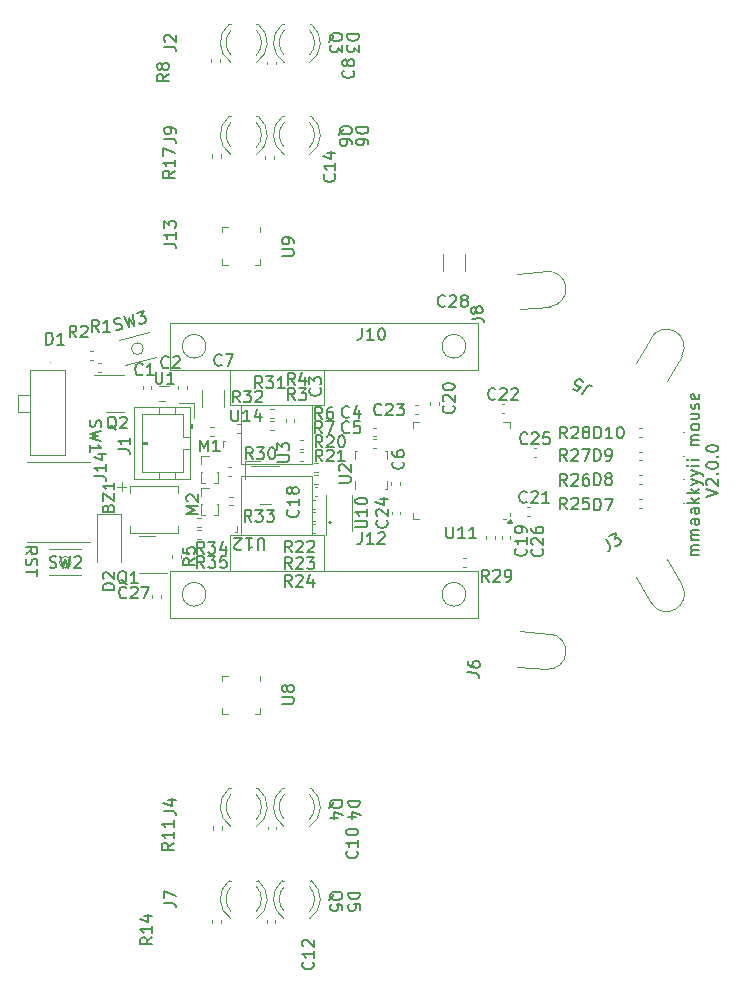
<source format=gbr>
%TF.GenerationSoftware,KiCad,Pcbnew,8.0.3*%
%TF.CreationDate,2024-06-14T00:30:10+09:00*%
%TF.ProjectId,makyi_mouse,6d616b79-695f-46d6-9f75-73652e6b6963,rev?*%
%TF.SameCoordinates,Original*%
%TF.FileFunction,Legend,Top*%
%TF.FilePolarity,Positive*%
%FSLAX46Y46*%
G04 Gerber Fmt 4.6, Leading zero omitted, Abs format (unit mm)*
G04 Created by KiCad (PCBNEW 8.0.3) date 2024-06-14 00:30:10*
%MOMM*%
%LPD*%
G01*
G04 APERTURE LIST*
%ADD10C,0.150000*%
%ADD11C,0.100000*%
%ADD12C,0.120000*%
%ADD13C,0.200000*%
G04 APERTURE END LIST*
D10*
X177759875Y-87214285D02*
X177093208Y-87214285D01*
X177188446Y-87214285D02*
X177140827Y-87166666D01*
X177140827Y-87166666D02*
X177093208Y-87071428D01*
X177093208Y-87071428D02*
X177093208Y-86928571D01*
X177093208Y-86928571D02*
X177140827Y-86833333D01*
X177140827Y-86833333D02*
X177236065Y-86785714D01*
X177236065Y-86785714D02*
X177759875Y-86785714D01*
X177236065Y-86785714D02*
X177140827Y-86738095D01*
X177140827Y-86738095D02*
X177093208Y-86642857D01*
X177093208Y-86642857D02*
X177093208Y-86500000D01*
X177093208Y-86500000D02*
X177140827Y-86404761D01*
X177140827Y-86404761D02*
X177236065Y-86357142D01*
X177236065Y-86357142D02*
X177759875Y-86357142D01*
X177759875Y-85880952D02*
X177093208Y-85880952D01*
X177188446Y-85880952D02*
X177140827Y-85833333D01*
X177140827Y-85833333D02*
X177093208Y-85738095D01*
X177093208Y-85738095D02*
X177093208Y-85595238D01*
X177093208Y-85595238D02*
X177140827Y-85500000D01*
X177140827Y-85500000D02*
X177236065Y-85452381D01*
X177236065Y-85452381D02*
X177759875Y-85452381D01*
X177236065Y-85452381D02*
X177140827Y-85404762D01*
X177140827Y-85404762D02*
X177093208Y-85309524D01*
X177093208Y-85309524D02*
X177093208Y-85166667D01*
X177093208Y-85166667D02*
X177140827Y-85071428D01*
X177140827Y-85071428D02*
X177236065Y-85023809D01*
X177236065Y-85023809D02*
X177759875Y-85023809D01*
X177759875Y-84119048D02*
X177236065Y-84119048D01*
X177236065Y-84119048D02*
X177140827Y-84166667D01*
X177140827Y-84166667D02*
X177093208Y-84261905D01*
X177093208Y-84261905D02*
X177093208Y-84452381D01*
X177093208Y-84452381D02*
X177140827Y-84547619D01*
X177712256Y-84119048D02*
X177759875Y-84214286D01*
X177759875Y-84214286D02*
X177759875Y-84452381D01*
X177759875Y-84452381D02*
X177712256Y-84547619D01*
X177712256Y-84547619D02*
X177617017Y-84595238D01*
X177617017Y-84595238D02*
X177521779Y-84595238D01*
X177521779Y-84595238D02*
X177426541Y-84547619D01*
X177426541Y-84547619D02*
X177378922Y-84452381D01*
X177378922Y-84452381D02*
X177378922Y-84214286D01*
X177378922Y-84214286D02*
X177331303Y-84119048D01*
X177759875Y-83214286D02*
X177236065Y-83214286D01*
X177236065Y-83214286D02*
X177140827Y-83261905D01*
X177140827Y-83261905D02*
X177093208Y-83357143D01*
X177093208Y-83357143D02*
X177093208Y-83547619D01*
X177093208Y-83547619D02*
X177140827Y-83642857D01*
X177712256Y-83214286D02*
X177759875Y-83309524D01*
X177759875Y-83309524D02*
X177759875Y-83547619D01*
X177759875Y-83547619D02*
X177712256Y-83642857D01*
X177712256Y-83642857D02*
X177617017Y-83690476D01*
X177617017Y-83690476D02*
X177521779Y-83690476D01*
X177521779Y-83690476D02*
X177426541Y-83642857D01*
X177426541Y-83642857D02*
X177378922Y-83547619D01*
X177378922Y-83547619D02*
X177378922Y-83309524D01*
X177378922Y-83309524D02*
X177331303Y-83214286D01*
X177759875Y-82738095D02*
X176759875Y-82738095D01*
X177378922Y-82642857D02*
X177759875Y-82357143D01*
X177093208Y-82357143D02*
X177474160Y-82738095D01*
X177759875Y-81928571D02*
X176759875Y-81928571D01*
X177378922Y-81833333D02*
X177759875Y-81547619D01*
X177093208Y-81547619D02*
X177474160Y-81928571D01*
X177093208Y-81214285D02*
X177759875Y-80976190D01*
X177093208Y-80738095D02*
X177759875Y-80976190D01*
X177759875Y-80976190D02*
X177997970Y-81071428D01*
X177997970Y-81071428D02*
X178045589Y-81119047D01*
X178045589Y-81119047D02*
X178093208Y-81214285D01*
X177093208Y-80452380D02*
X177759875Y-80214285D01*
X177093208Y-79976190D02*
X177759875Y-80214285D01*
X177759875Y-80214285D02*
X177997970Y-80309523D01*
X177997970Y-80309523D02*
X178045589Y-80357142D01*
X178045589Y-80357142D02*
X178093208Y-80452380D01*
X177759875Y-79595237D02*
X177093208Y-79595237D01*
X176759875Y-79595237D02*
X176807494Y-79642856D01*
X176807494Y-79642856D02*
X176855113Y-79595237D01*
X176855113Y-79595237D02*
X176807494Y-79547618D01*
X176807494Y-79547618D02*
X176759875Y-79595237D01*
X176759875Y-79595237D02*
X176855113Y-79595237D01*
X177759875Y-79119047D02*
X177093208Y-79119047D01*
X176759875Y-79119047D02*
X176807494Y-79166666D01*
X176807494Y-79166666D02*
X176855113Y-79119047D01*
X176855113Y-79119047D02*
X176807494Y-79071428D01*
X176807494Y-79071428D02*
X176759875Y-79119047D01*
X176759875Y-79119047D02*
X176855113Y-79119047D01*
X177759875Y-77880952D02*
X177093208Y-77880952D01*
X177188446Y-77880952D02*
X177140827Y-77833333D01*
X177140827Y-77833333D02*
X177093208Y-77738095D01*
X177093208Y-77738095D02*
X177093208Y-77595238D01*
X177093208Y-77595238D02*
X177140827Y-77500000D01*
X177140827Y-77500000D02*
X177236065Y-77452381D01*
X177236065Y-77452381D02*
X177759875Y-77452381D01*
X177236065Y-77452381D02*
X177140827Y-77404762D01*
X177140827Y-77404762D02*
X177093208Y-77309524D01*
X177093208Y-77309524D02*
X177093208Y-77166667D01*
X177093208Y-77166667D02*
X177140827Y-77071428D01*
X177140827Y-77071428D02*
X177236065Y-77023809D01*
X177236065Y-77023809D02*
X177759875Y-77023809D01*
X177759875Y-76404762D02*
X177712256Y-76500000D01*
X177712256Y-76500000D02*
X177664636Y-76547619D01*
X177664636Y-76547619D02*
X177569398Y-76595238D01*
X177569398Y-76595238D02*
X177283684Y-76595238D01*
X177283684Y-76595238D02*
X177188446Y-76547619D01*
X177188446Y-76547619D02*
X177140827Y-76500000D01*
X177140827Y-76500000D02*
X177093208Y-76404762D01*
X177093208Y-76404762D02*
X177093208Y-76261905D01*
X177093208Y-76261905D02*
X177140827Y-76166667D01*
X177140827Y-76166667D02*
X177188446Y-76119048D01*
X177188446Y-76119048D02*
X177283684Y-76071429D01*
X177283684Y-76071429D02*
X177569398Y-76071429D01*
X177569398Y-76071429D02*
X177664636Y-76119048D01*
X177664636Y-76119048D02*
X177712256Y-76166667D01*
X177712256Y-76166667D02*
X177759875Y-76261905D01*
X177759875Y-76261905D02*
X177759875Y-76404762D01*
X177093208Y-75214286D02*
X177759875Y-75214286D01*
X177093208Y-75642857D02*
X177617017Y-75642857D01*
X177617017Y-75642857D02*
X177712256Y-75595238D01*
X177712256Y-75595238D02*
X177759875Y-75500000D01*
X177759875Y-75500000D02*
X177759875Y-75357143D01*
X177759875Y-75357143D02*
X177712256Y-75261905D01*
X177712256Y-75261905D02*
X177664636Y-75214286D01*
X177712256Y-74785714D02*
X177759875Y-74690476D01*
X177759875Y-74690476D02*
X177759875Y-74500000D01*
X177759875Y-74500000D02*
X177712256Y-74404762D01*
X177712256Y-74404762D02*
X177617017Y-74357143D01*
X177617017Y-74357143D02*
X177569398Y-74357143D01*
X177569398Y-74357143D02*
X177474160Y-74404762D01*
X177474160Y-74404762D02*
X177426541Y-74500000D01*
X177426541Y-74500000D02*
X177426541Y-74642857D01*
X177426541Y-74642857D02*
X177378922Y-74738095D01*
X177378922Y-74738095D02*
X177283684Y-74785714D01*
X177283684Y-74785714D02*
X177236065Y-74785714D01*
X177236065Y-74785714D02*
X177140827Y-74738095D01*
X177140827Y-74738095D02*
X177093208Y-74642857D01*
X177093208Y-74642857D02*
X177093208Y-74500000D01*
X177093208Y-74500000D02*
X177140827Y-74404762D01*
X177712256Y-73547619D02*
X177759875Y-73642857D01*
X177759875Y-73642857D02*
X177759875Y-73833333D01*
X177759875Y-73833333D02*
X177712256Y-73928571D01*
X177712256Y-73928571D02*
X177617017Y-73976190D01*
X177617017Y-73976190D02*
X177236065Y-73976190D01*
X177236065Y-73976190D02*
X177140827Y-73928571D01*
X177140827Y-73928571D02*
X177093208Y-73833333D01*
X177093208Y-73833333D02*
X177093208Y-73642857D01*
X177093208Y-73642857D02*
X177140827Y-73547619D01*
X177140827Y-73547619D02*
X177236065Y-73500000D01*
X177236065Y-73500000D02*
X177331303Y-73500000D01*
X177331303Y-73500000D02*
X177426541Y-73976190D01*
X178369819Y-82238094D02*
X179369819Y-81904761D01*
X179369819Y-81904761D02*
X178369819Y-81571428D01*
X178465057Y-81285713D02*
X178417438Y-81238094D01*
X178417438Y-81238094D02*
X178369819Y-81142856D01*
X178369819Y-81142856D02*
X178369819Y-80904761D01*
X178369819Y-80904761D02*
X178417438Y-80809523D01*
X178417438Y-80809523D02*
X178465057Y-80761904D01*
X178465057Y-80761904D02*
X178560295Y-80714285D01*
X178560295Y-80714285D02*
X178655533Y-80714285D01*
X178655533Y-80714285D02*
X178798390Y-80761904D01*
X178798390Y-80761904D02*
X179369819Y-81333332D01*
X179369819Y-81333332D02*
X179369819Y-80714285D01*
X179274580Y-80285713D02*
X179322200Y-80238094D01*
X179322200Y-80238094D02*
X179369819Y-80285713D01*
X179369819Y-80285713D02*
X179322200Y-80333332D01*
X179322200Y-80333332D02*
X179274580Y-80285713D01*
X179274580Y-80285713D02*
X179369819Y-80285713D01*
X178369819Y-79619047D02*
X178369819Y-79523809D01*
X178369819Y-79523809D02*
X178417438Y-79428571D01*
X178417438Y-79428571D02*
X178465057Y-79380952D01*
X178465057Y-79380952D02*
X178560295Y-79333333D01*
X178560295Y-79333333D02*
X178750771Y-79285714D01*
X178750771Y-79285714D02*
X178988866Y-79285714D01*
X178988866Y-79285714D02*
X179179342Y-79333333D01*
X179179342Y-79333333D02*
X179274580Y-79380952D01*
X179274580Y-79380952D02*
X179322200Y-79428571D01*
X179322200Y-79428571D02*
X179369819Y-79523809D01*
X179369819Y-79523809D02*
X179369819Y-79619047D01*
X179369819Y-79619047D02*
X179322200Y-79714285D01*
X179322200Y-79714285D02*
X179274580Y-79761904D01*
X179274580Y-79761904D02*
X179179342Y-79809523D01*
X179179342Y-79809523D02*
X178988866Y-79857142D01*
X178988866Y-79857142D02*
X178750771Y-79857142D01*
X178750771Y-79857142D02*
X178560295Y-79809523D01*
X178560295Y-79809523D02*
X178465057Y-79761904D01*
X178465057Y-79761904D02*
X178417438Y-79714285D01*
X178417438Y-79714285D02*
X178369819Y-79619047D01*
X179274580Y-78857142D02*
X179322200Y-78809523D01*
X179322200Y-78809523D02*
X179369819Y-78857142D01*
X179369819Y-78857142D02*
X179322200Y-78904761D01*
X179322200Y-78904761D02*
X179274580Y-78857142D01*
X179274580Y-78857142D02*
X179369819Y-78857142D01*
X178369819Y-78190476D02*
X178369819Y-78095238D01*
X178369819Y-78095238D02*
X178417438Y-78000000D01*
X178417438Y-78000000D02*
X178465057Y-77952381D01*
X178465057Y-77952381D02*
X178560295Y-77904762D01*
X178560295Y-77904762D02*
X178750771Y-77857143D01*
X178750771Y-77857143D02*
X178988866Y-77857143D01*
X178988866Y-77857143D02*
X179179342Y-77904762D01*
X179179342Y-77904762D02*
X179274580Y-77952381D01*
X179274580Y-77952381D02*
X179322200Y-78000000D01*
X179322200Y-78000000D02*
X179369819Y-78095238D01*
X179369819Y-78095238D02*
X179369819Y-78190476D01*
X179369819Y-78190476D02*
X179322200Y-78285714D01*
X179322200Y-78285714D02*
X179274580Y-78333333D01*
X179274580Y-78333333D02*
X179179342Y-78380952D01*
X179179342Y-78380952D02*
X178988866Y-78428571D01*
X178988866Y-78428571D02*
X178750771Y-78428571D01*
X178750771Y-78428571D02*
X178560295Y-78380952D01*
X178560295Y-78380952D02*
X178465057Y-78333333D01*
X178465057Y-78333333D02*
X178417438Y-78285714D01*
X178417438Y-78285714D02*
X178369819Y-78190476D01*
X120730180Y-87108207D02*
X121206371Y-86774874D01*
X120730180Y-86536779D02*
X121730180Y-86536779D01*
X121730180Y-86536779D02*
X121730180Y-86917731D01*
X121730180Y-86917731D02*
X121682561Y-87012969D01*
X121682561Y-87012969D02*
X121634942Y-87060588D01*
X121634942Y-87060588D02*
X121539704Y-87108207D01*
X121539704Y-87108207D02*
X121396847Y-87108207D01*
X121396847Y-87108207D02*
X121301609Y-87060588D01*
X121301609Y-87060588D02*
X121253990Y-87012969D01*
X121253990Y-87012969D02*
X121206371Y-86917731D01*
X121206371Y-86917731D02*
X121206371Y-86536779D01*
X120777800Y-87489160D02*
X120730180Y-87632017D01*
X120730180Y-87632017D02*
X120730180Y-87870112D01*
X120730180Y-87870112D02*
X120777800Y-87965350D01*
X120777800Y-87965350D02*
X120825419Y-88012969D01*
X120825419Y-88012969D02*
X120920657Y-88060588D01*
X120920657Y-88060588D02*
X121015895Y-88060588D01*
X121015895Y-88060588D02*
X121111133Y-88012969D01*
X121111133Y-88012969D02*
X121158752Y-87965350D01*
X121158752Y-87965350D02*
X121206371Y-87870112D01*
X121206371Y-87870112D02*
X121253990Y-87679636D01*
X121253990Y-87679636D02*
X121301609Y-87584398D01*
X121301609Y-87584398D02*
X121349228Y-87536779D01*
X121349228Y-87536779D02*
X121444466Y-87489160D01*
X121444466Y-87489160D02*
X121539704Y-87489160D01*
X121539704Y-87489160D02*
X121634942Y-87536779D01*
X121634942Y-87536779D02*
X121682561Y-87584398D01*
X121682561Y-87584398D02*
X121730180Y-87679636D01*
X121730180Y-87679636D02*
X121730180Y-87917731D01*
X121730180Y-87917731D02*
X121682561Y-88060588D01*
X121730180Y-88346303D02*
X121730180Y-88917731D01*
X120730180Y-88632017D02*
X121730180Y-88632017D01*
X139857142Y-84354819D02*
X139523809Y-83878628D01*
X139285714Y-84354819D02*
X139285714Y-83354819D01*
X139285714Y-83354819D02*
X139666666Y-83354819D01*
X139666666Y-83354819D02*
X139761904Y-83402438D01*
X139761904Y-83402438D02*
X139809523Y-83450057D01*
X139809523Y-83450057D02*
X139857142Y-83545295D01*
X139857142Y-83545295D02*
X139857142Y-83688152D01*
X139857142Y-83688152D02*
X139809523Y-83783390D01*
X139809523Y-83783390D02*
X139761904Y-83831009D01*
X139761904Y-83831009D02*
X139666666Y-83878628D01*
X139666666Y-83878628D02*
X139285714Y-83878628D01*
X140190476Y-83354819D02*
X140809523Y-83354819D01*
X140809523Y-83354819D02*
X140476190Y-83735771D01*
X140476190Y-83735771D02*
X140619047Y-83735771D01*
X140619047Y-83735771D02*
X140714285Y-83783390D01*
X140714285Y-83783390D02*
X140761904Y-83831009D01*
X140761904Y-83831009D02*
X140809523Y-83926247D01*
X140809523Y-83926247D02*
X140809523Y-84164342D01*
X140809523Y-84164342D02*
X140761904Y-84259580D01*
X140761904Y-84259580D02*
X140714285Y-84307200D01*
X140714285Y-84307200D02*
X140619047Y-84354819D01*
X140619047Y-84354819D02*
X140333333Y-84354819D01*
X140333333Y-84354819D02*
X140238095Y-84307200D01*
X140238095Y-84307200D02*
X140190476Y-84259580D01*
X141142857Y-83354819D02*
X141761904Y-83354819D01*
X141761904Y-83354819D02*
X141428571Y-83735771D01*
X141428571Y-83735771D02*
X141571428Y-83735771D01*
X141571428Y-83735771D02*
X141666666Y-83783390D01*
X141666666Y-83783390D02*
X141714285Y-83831009D01*
X141714285Y-83831009D02*
X141761904Y-83926247D01*
X141761904Y-83926247D02*
X141761904Y-84164342D01*
X141761904Y-84164342D02*
X141714285Y-84259580D01*
X141714285Y-84259580D02*
X141666666Y-84307200D01*
X141666666Y-84307200D02*
X141571428Y-84354819D01*
X141571428Y-84354819D02*
X141285714Y-84354819D01*
X141285714Y-84354819D02*
X141190476Y-84307200D01*
X141190476Y-84307200D02*
X141142857Y-84259580D01*
X143759580Y-83342857D02*
X143807200Y-83390476D01*
X143807200Y-83390476D02*
X143854819Y-83533333D01*
X143854819Y-83533333D02*
X143854819Y-83628571D01*
X143854819Y-83628571D02*
X143807200Y-83771428D01*
X143807200Y-83771428D02*
X143711961Y-83866666D01*
X143711961Y-83866666D02*
X143616723Y-83914285D01*
X143616723Y-83914285D02*
X143426247Y-83961904D01*
X143426247Y-83961904D02*
X143283390Y-83961904D01*
X143283390Y-83961904D02*
X143092914Y-83914285D01*
X143092914Y-83914285D02*
X142997676Y-83866666D01*
X142997676Y-83866666D02*
X142902438Y-83771428D01*
X142902438Y-83771428D02*
X142854819Y-83628571D01*
X142854819Y-83628571D02*
X142854819Y-83533333D01*
X142854819Y-83533333D02*
X142902438Y-83390476D01*
X142902438Y-83390476D02*
X142950057Y-83342857D01*
X143854819Y-82390476D02*
X143854819Y-82961904D01*
X143854819Y-82676190D02*
X142854819Y-82676190D01*
X142854819Y-82676190D02*
X142997676Y-82771428D01*
X142997676Y-82771428D02*
X143092914Y-82866666D01*
X143092914Y-82866666D02*
X143140533Y-82961904D01*
X143283390Y-81819047D02*
X143235771Y-81914285D01*
X143235771Y-81914285D02*
X143188152Y-81961904D01*
X143188152Y-81961904D02*
X143092914Y-82009523D01*
X143092914Y-82009523D02*
X143045295Y-82009523D01*
X143045295Y-82009523D02*
X142950057Y-81961904D01*
X142950057Y-81961904D02*
X142902438Y-81914285D01*
X142902438Y-81914285D02*
X142854819Y-81819047D01*
X142854819Y-81819047D02*
X142854819Y-81628571D01*
X142854819Y-81628571D02*
X142902438Y-81533333D01*
X142902438Y-81533333D02*
X142950057Y-81485714D01*
X142950057Y-81485714D02*
X143045295Y-81438095D01*
X143045295Y-81438095D02*
X143092914Y-81438095D01*
X143092914Y-81438095D02*
X143188152Y-81485714D01*
X143188152Y-81485714D02*
X143235771Y-81533333D01*
X143235771Y-81533333D02*
X143283390Y-81628571D01*
X143283390Y-81628571D02*
X143283390Y-81819047D01*
X143283390Y-81819047D02*
X143331009Y-81914285D01*
X143331009Y-81914285D02*
X143378628Y-81961904D01*
X143378628Y-81961904D02*
X143473866Y-82009523D01*
X143473866Y-82009523D02*
X143664342Y-82009523D01*
X143664342Y-82009523D02*
X143759580Y-81961904D01*
X143759580Y-81961904D02*
X143807200Y-81914285D01*
X143807200Y-81914285D02*
X143854819Y-81819047D01*
X143854819Y-81819047D02*
X143854819Y-81628571D01*
X143854819Y-81628571D02*
X143807200Y-81533333D01*
X143807200Y-81533333D02*
X143759580Y-81485714D01*
X143759580Y-81485714D02*
X143664342Y-81438095D01*
X143664342Y-81438095D02*
X143473866Y-81438095D01*
X143473866Y-81438095D02*
X143378628Y-81485714D01*
X143378628Y-81485714D02*
X143331009Y-81533333D01*
X143331009Y-81533333D02*
X143283390Y-81628571D01*
X143533333Y-74054819D02*
X143200000Y-73578628D01*
X142961905Y-74054819D02*
X142961905Y-73054819D01*
X142961905Y-73054819D02*
X143342857Y-73054819D01*
X143342857Y-73054819D02*
X143438095Y-73102438D01*
X143438095Y-73102438D02*
X143485714Y-73150057D01*
X143485714Y-73150057D02*
X143533333Y-73245295D01*
X143533333Y-73245295D02*
X143533333Y-73388152D01*
X143533333Y-73388152D02*
X143485714Y-73483390D01*
X143485714Y-73483390D02*
X143438095Y-73531009D01*
X143438095Y-73531009D02*
X143342857Y-73578628D01*
X143342857Y-73578628D02*
X142961905Y-73578628D01*
X143866667Y-73054819D02*
X144485714Y-73054819D01*
X144485714Y-73054819D02*
X144152381Y-73435771D01*
X144152381Y-73435771D02*
X144295238Y-73435771D01*
X144295238Y-73435771D02*
X144390476Y-73483390D01*
X144390476Y-73483390D02*
X144438095Y-73531009D01*
X144438095Y-73531009D02*
X144485714Y-73626247D01*
X144485714Y-73626247D02*
X144485714Y-73864342D01*
X144485714Y-73864342D02*
X144438095Y-73959580D01*
X144438095Y-73959580D02*
X144390476Y-74007200D01*
X144390476Y-74007200D02*
X144295238Y-74054819D01*
X144295238Y-74054819D02*
X144009524Y-74054819D01*
X144009524Y-74054819D02*
X143914286Y-74007200D01*
X143914286Y-74007200D02*
X143866667Y-73959580D01*
X131454819Y-119542857D02*
X130978628Y-119876190D01*
X131454819Y-120114285D02*
X130454819Y-120114285D01*
X130454819Y-120114285D02*
X130454819Y-119733333D01*
X130454819Y-119733333D02*
X130502438Y-119638095D01*
X130502438Y-119638095D02*
X130550057Y-119590476D01*
X130550057Y-119590476D02*
X130645295Y-119542857D01*
X130645295Y-119542857D02*
X130788152Y-119542857D01*
X130788152Y-119542857D02*
X130883390Y-119590476D01*
X130883390Y-119590476D02*
X130931009Y-119638095D01*
X130931009Y-119638095D02*
X130978628Y-119733333D01*
X130978628Y-119733333D02*
X130978628Y-120114285D01*
X131454819Y-118590476D02*
X131454819Y-119161904D01*
X131454819Y-118876190D02*
X130454819Y-118876190D01*
X130454819Y-118876190D02*
X130597676Y-118971428D01*
X130597676Y-118971428D02*
X130692914Y-119066666D01*
X130692914Y-119066666D02*
X130740533Y-119161904D01*
X130788152Y-117733333D02*
X131454819Y-117733333D01*
X130407200Y-117971428D02*
X131121485Y-118209523D01*
X131121485Y-118209523D02*
X131121485Y-117590476D01*
X129257142Y-90759580D02*
X129209523Y-90807200D01*
X129209523Y-90807200D02*
X129066666Y-90854819D01*
X129066666Y-90854819D02*
X128971428Y-90854819D01*
X128971428Y-90854819D02*
X128828571Y-90807200D01*
X128828571Y-90807200D02*
X128733333Y-90711961D01*
X128733333Y-90711961D02*
X128685714Y-90616723D01*
X128685714Y-90616723D02*
X128638095Y-90426247D01*
X128638095Y-90426247D02*
X128638095Y-90283390D01*
X128638095Y-90283390D02*
X128685714Y-90092914D01*
X128685714Y-90092914D02*
X128733333Y-89997676D01*
X128733333Y-89997676D02*
X128828571Y-89902438D01*
X128828571Y-89902438D02*
X128971428Y-89854819D01*
X128971428Y-89854819D02*
X129066666Y-89854819D01*
X129066666Y-89854819D02*
X129209523Y-89902438D01*
X129209523Y-89902438D02*
X129257142Y-89950057D01*
X129638095Y-89950057D02*
X129685714Y-89902438D01*
X129685714Y-89902438D02*
X129780952Y-89854819D01*
X129780952Y-89854819D02*
X130019047Y-89854819D01*
X130019047Y-89854819D02*
X130114285Y-89902438D01*
X130114285Y-89902438D02*
X130161904Y-89950057D01*
X130161904Y-89950057D02*
X130209523Y-90045295D01*
X130209523Y-90045295D02*
X130209523Y-90140533D01*
X130209523Y-90140533D02*
X130161904Y-90283390D01*
X130161904Y-90283390D02*
X129590476Y-90854819D01*
X129590476Y-90854819D02*
X130209523Y-90854819D01*
X130542857Y-89854819D02*
X131209523Y-89854819D01*
X131209523Y-89854819D02*
X130780952Y-90854819D01*
X132454819Y-51933333D02*
X133169104Y-51933333D01*
X133169104Y-51933333D02*
X133311961Y-51980952D01*
X133311961Y-51980952D02*
X133407200Y-52076190D01*
X133407200Y-52076190D02*
X133454819Y-52219047D01*
X133454819Y-52219047D02*
X133454819Y-52314285D01*
X133454819Y-51409523D02*
X133454819Y-51219047D01*
X133454819Y-51219047D02*
X133407200Y-51123809D01*
X133407200Y-51123809D02*
X133359580Y-51076190D01*
X133359580Y-51076190D02*
X133216723Y-50980952D01*
X133216723Y-50980952D02*
X133026247Y-50933333D01*
X133026247Y-50933333D02*
X132645295Y-50933333D01*
X132645295Y-50933333D02*
X132550057Y-50980952D01*
X132550057Y-50980952D02*
X132502438Y-51028571D01*
X132502438Y-51028571D02*
X132454819Y-51123809D01*
X132454819Y-51123809D02*
X132454819Y-51314285D01*
X132454819Y-51314285D02*
X132502438Y-51409523D01*
X132502438Y-51409523D02*
X132550057Y-51457142D01*
X132550057Y-51457142D02*
X132645295Y-51504761D01*
X132645295Y-51504761D02*
X132883390Y-51504761D01*
X132883390Y-51504761D02*
X132978628Y-51457142D01*
X132978628Y-51457142D02*
X133026247Y-51409523D01*
X133026247Y-51409523D02*
X133073866Y-51314285D01*
X133073866Y-51314285D02*
X133073866Y-51123809D01*
X133073866Y-51123809D02*
X133026247Y-51028571D01*
X133026247Y-51028571D02*
X132978628Y-50980952D01*
X132978628Y-50980952D02*
X132883390Y-50933333D01*
X163207142Y-77699580D02*
X163159523Y-77747200D01*
X163159523Y-77747200D02*
X163016666Y-77794819D01*
X163016666Y-77794819D02*
X162921428Y-77794819D01*
X162921428Y-77794819D02*
X162778571Y-77747200D01*
X162778571Y-77747200D02*
X162683333Y-77651961D01*
X162683333Y-77651961D02*
X162635714Y-77556723D01*
X162635714Y-77556723D02*
X162588095Y-77366247D01*
X162588095Y-77366247D02*
X162588095Y-77223390D01*
X162588095Y-77223390D02*
X162635714Y-77032914D01*
X162635714Y-77032914D02*
X162683333Y-76937676D01*
X162683333Y-76937676D02*
X162778571Y-76842438D01*
X162778571Y-76842438D02*
X162921428Y-76794819D01*
X162921428Y-76794819D02*
X163016666Y-76794819D01*
X163016666Y-76794819D02*
X163159523Y-76842438D01*
X163159523Y-76842438D02*
X163207142Y-76890057D01*
X163588095Y-76890057D02*
X163635714Y-76842438D01*
X163635714Y-76842438D02*
X163730952Y-76794819D01*
X163730952Y-76794819D02*
X163969047Y-76794819D01*
X163969047Y-76794819D02*
X164064285Y-76842438D01*
X164064285Y-76842438D02*
X164111904Y-76890057D01*
X164111904Y-76890057D02*
X164159523Y-76985295D01*
X164159523Y-76985295D02*
X164159523Y-77080533D01*
X164159523Y-77080533D02*
X164111904Y-77223390D01*
X164111904Y-77223390D02*
X163540476Y-77794819D01*
X163540476Y-77794819D02*
X164159523Y-77794819D01*
X165064285Y-76794819D02*
X164588095Y-76794819D01*
X164588095Y-76794819D02*
X164540476Y-77271009D01*
X164540476Y-77271009D02*
X164588095Y-77223390D01*
X164588095Y-77223390D02*
X164683333Y-77175771D01*
X164683333Y-77175771D02*
X164921428Y-77175771D01*
X164921428Y-77175771D02*
X165016666Y-77223390D01*
X165016666Y-77223390D02*
X165064285Y-77271009D01*
X165064285Y-77271009D02*
X165111904Y-77366247D01*
X165111904Y-77366247D02*
X165111904Y-77604342D01*
X165111904Y-77604342D02*
X165064285Y-77699580D01*
X165064285Y-77699580D02*
X165016666Y-77747200D01*
X165016666Y-77747200D02*
X164921428Y-77794819D01*
X164921428Y-77794819D02*
X164683333Y-77794819D01*
X164683333Y-77794819D02*
X164588095Y-77747200D01*
X164588095Y-77747200D02*
X164540476Y-77699580D01*
X146449942Y-116404761D02*
X146497561Y-116309523D01*
X146497561Y-116309523D02*
X146592800Y-116214285D01*
X146592800Y-116214285D02*
X146735657Y-116071428D01*
X146735657Y-116071428D02*
X146783276Y-115976190D01*
X146783276Y-115976190D02*
X146783276Y-115880952D01*
X146545180Y-115928571D02*
X146592800Y-115833333D01*
X146592800Y-115833333D02*
X146688038Y-115738095D01*
X146688038Y-115738095D02*
X146878514Y-115690476D01*
X146878514Y-115690476D02*
X147211847Y-115690476D01*
X147211847Y-115690476D02*
X147402323Y-115738095D01*
X147402323Y-115738095D02*
X147497561Y-115833333D01*
X147497561Y-115833333D02*
X147545180Y-115928571D01*
X147545180Y-115928571D02*
X147545180Y-116119047D01*
X147545180Y-116119047D02*
X147497561Y-116214285D01*
X147497561Y-116214285D02*
X147402323Y-116309523D01*
X147402323Y-116309523D02*
X147211847Y-116357142D01*
X147211847Y-116357142D02*
X146878514Y-116357142D01*
X146878514Y-116357142D02*
X146688038Y-116309523D01*
X146688038Y-116309523D02*
X146592800Y-116214285D01*
X146592800Y-116214285D02*
X146545180Y-116119047D01*
X146545180Y-116119047D02*
X146545180Y-115928571D01*
X147545180Y-117261904D02*
X147545180Y-116785714D01*
X147545180Y-116785714D02*
X147068990Y-116738095D01*
X147068990Y-116738095D02*
X147116609Y-116785714D01*
X147116609Y-116785714D02*
X147164228Y-116880952D01*
X147164228Y-116880952D02*
X147164228Y-117119047D01*
X147164228Y-117119047D02*
X147116609Y-117214285D01*
X147116609Y-117214285D02*
X147068990Y-117261904D01*
X147068990Y-117261904D02*
X146973752Y-117309523D01*
X146973752Y-117309523D02*
X146735657Y-117309523D01*
X146735657Y-117309523D02*
X146640419Y-117261904D01*
X146640419Y-117261904D02*
X146592800Y-117214285D01*
X146592800Y-117214285D02*
X146545180Y-117119047D01*
X146545180Y-117119047D02*
X146545180Y-116880952D01*
X146545180Y-116880952D02*
X146592800Y-116785714D01*
X146592800Y-116785714D02*
X146640419Y-116738095D01*
X168861905Y-81254819D02*
X168861905Y-80254819D01*
X168861905Y-80254819D02*
X169100000Y-80254819D01*
X169100000Y-80254819D02*
X169242857Y-80302438D01*
X169242857Y-80302438D02*
X169338095Y-80397676D01*
X169338095Y-80397676D02*
X169385714Y-80492914D01*
X169385714Y-80492914D02*
X169433333Y-80683390D01*
X169433333Y-80683390D02*
X169433333Y-80826247D01*
X169433333Y-80826247D02*
X169385714Y-81016723D01*
X169385714Y-81016723D02*
X169338095Y-81111961D01*
X169338095Y-81111961D02*
X169242857Y-81207200D01*
X169242857Y-81207200D02*
X169100000Y-81254819D01*
X169100000Y-81254819D02*
X168861905Y-81254819D01*
X170004762Y-80683390D02*
X169909524Y-80635771D01*
X169909524Y-80635771D02*
X169861905Y-80588152D01*
X169861905Y-80588152D02*
X169814286Y-80492914D01*
X169814286Y-80492914D02*
X169814286Y-80445295D01*
X169814286Y-80445295D02*
X169861905Y-80350057D01*
X169861905Y-80350057D02*
X169909524Y-80302438D01*
X169909524Y-80302438D02*
X170004762Y-80254819D01*
X170004762Y-80254819D02*
X170195238Y-80254819D01*
X170195238Y-80254819D02*
X170290476Y-80302438D01*
X170290476Y-80302438D02*
X170338095Y-80350057D01*
X170338095Y-80350057D02*
X170385714Y-80445295D01*
X170385714Y-80445295D02*
X170385714Y-80492914D01*
X170385714Y-80492914D02*
X170338095Y-80588152D01*
X170338095Y-80588152D02*
X170290476Y-80635771D01*
X170290476Y-80635771D02*
X170195238Y-80683390D01*
X170195238Y-80683390D02*
X170004762Y-80683390D01*
X170004762Y-80683390D02*
X169909524Y-80731009D01*
X169909524Y-80731009D02*
X169861905Y-80778628D01*
X169861905Y-80778628D02*
X169814286Y-80873866D01*
X169814286Y-80873866D02*
X169814286Y-81064342D01*
X169814286Y-81064342D02*
X169861905Y-81159580D01*
X169861905Y-81159580D02*
X169909524Y-81207200D01*
X169909524Y-81207200D02*
X170004762Y-81254819D01*
X170004762Y-81254819D02*
X170195238Y-81254819D01*
X170195238Y-81254819D02*
X170290476Y-81207200D01*
X170290476Y-81207200D02*
X170338095Y-81159580D01*
X170338095Y-81159580D02*
X170385714Y-81064342D01*
X170385714Y-81064342D02*
X170385714Y-80873866D01*
X170385714Y-80873866D02*
X170338095Y-80778628D01*
X170338095Y-80778628D02*
X170290476Y-80731009D01*
X170290476Y-80731009D02*
X170195238Y-80683390D01*
X143257142Y-86954819D02*
X142923809Y-86478628D01*
X142685714Y-86954819D02*
X142685714Y-85954819D01*
X142685714Y-85954819D02*
X143066666Y-85954819D01*
X143066666Y-85954819D02*
X143161904Y-86002438D01*
X143161904Y-86002438D02*
X143209523Y-86050057D01*
X143209523Y-86050057D02*
X143257142Y-86145295D01*
X143257142Y-86145295D02*
X143257142Y-86288152D01*
X143257142Y-86288152D02*
X143209523Y-86383390D01*
X143209523Y-86383390D02*
X143161904Y-86431009D01*
X143161904Y-86431009D02*
X143066666Y-86478628D01*
X143066666Y-86478628D02*
X142685714Y-86478628D01*
X143638095Y-86050057D02*
X143685714Y-86002438D01*
X143685714Y-86002438D02*
X143780952Y-85954819D01*
X143780952Y-85954819D02*
X144019047Y-85954819D01*
X144019047Y-85954819D02*
X144114285Y-86002438D01*
X144114285Y-86002438D02*
X144161904Y-86050057D01*
X144161904Y-86050057D02*
X144209523Y-86145295D01*
X144209523Y-86145295D02*
X144209523Y-86240533D01*
X144209523Y-86240533D02*
X144161904Y-86383390D01*
X144161904Y-86383390D02*
X143590476Y-86954819D01*
X143590476Y-86954819D02*
X144209523Y-86954819D01*
X144590476Y-86050057D02*
X144638095Y-86002438D01*
X144638095Y-86002438D02*
X144733333Y-85954819D01*
X144733333Y-85954819D02*
X144971428Y-85954819D01*
X144971428Y-85954819D02*
X145066666Y-86002438D01*
X145066666Y-86002438D02*
X145114285Y-86050057D01*
X145114285Y-86050057D02*
X145161904Y-86145295D01*
X145161904Y-86145295D02*
X145161904Y-86240533D01*
X145161904Y-86240533D02*
X145114285Y-86383390D01*
X145114285Y-86383390D02*
X144542857Y-86954819D01*
X144542857Y-86954819D02*
X145161904Y-86954819D01*
X129304761Y-89650057D02*
X129209523Y-89602438D01*
X129209523Y-89602438D02*
X129114285Y-89507200D01*
X129114285Y-89507200D02*
X128971428Y-89364342D01*
X128971428Y-89364342D02*
X128876190Y-89316723D01*
X128876190Y-89316723D02*
X128780952Y-89316723D01*
X128828571Y-89554819D02*
X128733333Y-89507200D01*
X128733333Y-89507200D02*
X128638095Y-89411961D01*
X128638095Y-89411961D02*
X128590476Y-89221485D01*
X128590476Y-89221485D02*
X128590476Y-88888152D01*
X128590476Y-88888152D02*
X128638095Y-88697676D01*
X128638095Y-88697676D02*
X128733333Y-88602438D01*
X128733333Y-88602438D02*
X128828571Y-88554819D01*
X128828571Y-88554819D02*
X129019047Y-88554819D01*
X129019047Y-88554819D02*
X129114285Y-88602438D01*
X129114285Y-88602438D02*
X129209523Y-88697676D01*
X129209523Y-88697676D02*
X129257142Y-88888152D01*
X129257142Y-88888152D02*
X129257142Y-89221485D01*
X129257142Y-89221485D02*
X129209523Y-89411961D01*
X129209523Y-89411961D02*
X129114285Y-89507200D01*
X129114285Y-89507200D02*
X129019047Y-89554819D01*
X129019047Y-89554819D02*
X128828571Y-89554819D01*
X130209523Y-89554819D02*
X129638095Y-89554819D01*
X129923809Y-89554819D02*
X129923809Y-88554819D01*
X129923809Y-88554819D02*
X129828571Y-88697676D01*
X129828571Y-88697676D02*
X129733333Y-88792914D01*
X129733333Y-88792914D02*
X129638095Y-88840533D01*
X128254819Y-90138094D02*
X127254819Y-90138094D01*
X127254819Y-90138094D02*
X127254819Y-89899999D01*
X127254819Y-89899999D02*
X127302438Y-89757142D01*
X127302438Y-89757142D02*
X127397676Y-89661904D01*
X127397676Y-89661904D02*
X127492914Y-89614285D01*
X127492914Y-89614285D02*
X127683390Y-89566666D01*
X127683390Y-89566666D02*
X127826247Y-89566666D01*
X127826247Y-89566666D02*
X128016723Y-89614285D01*
X128016723Y-89614285D02*
X128111961Y-89661904D01*
X128111961Y-89661904D02*
X128207200Y-89757142D01*
X128207200Y-89757142D02*
X128254819Y-89899999D01*
X128254819Y-89899999D02*
X128254819Y-90138094D01*
X127350057Y-89185713D02*
X127302438Y-89138094D01*
X127302438Y-89138094D02*
X127254819Y-89042856D01*
X127254819Y-89042856D02*
X127254819Y-88804761D01*
X127254819Y-88804761D02*
X127302438Y-88709523D01*
X127302438Y-88709523D02*
X127350057Y-88661904D01*
X127350057Y-88661904D02*
X127445295Y-88614285D01*
X127445295Y-88614285D02*
X127540533Y-88614285D01*
X127540533Y-88614285D02*
X127683390Y-88661904D01*
X127683390Y-88661904D02*
X128254819Y-89233332D01*
X128254819Y-89233332D02*
X128254819Y-88614285D01*
X133254819Y-111542857D02*
X132778628Y-111876190D01*
X133254819Y-112114285D02*
X132254819Y-112114285D01*
X132254819Y-112114285D02*
X132254819Y-111733333D01*
X132254819Y-111733333D02*
X132302438Y-111638095D01*
X132302438Y-111638095D02*
X132350057Y-111590476D01*
X132350057Y-111590476D02*
X132445295Y-111542857D01*
X132445295Y-111542857D02*
X132588152Y-111542857D01*
X132588152Y-111542857D02*
X132683390Y-111590476D01*
X132683390Y-111590476D02*
X132731009Y-111638095D01*
X132731009Y-111638095D02*
X132778628Y-111733333D01*
X132778628Y-111733333D02*
X132778628Y-112114285D01*
X133254819Y-110590476D02*
X133254819Y-111161904D01*
X133254819Y-110876190D02*
X132254819Y-110876190D01*
X132254819Y-110876190D02*
X132397676Y-110971428D01*
X132397676Y-110971428D02*
X132492914Y-111066666D01*
X132492914Y-111066666D02*
X132540533Y-111161904D01*
X133254819Y-109638095D02*
X133254819Y-110209523D01*
X133254819Y-109923809D02*
X132254819Y-109923809D01*
X132254819Y-109923809D02*
X132397676Y-110019047D01*
X132397676Y-110019047D02*
X132492914Y-110114285D01*
X132492914Y-110114285D02*
X132540533Y-110209523D01*
X148045180Y-107961905D02*
X149045180Y-107961905D01*
X149045180Y-107961905D02*
X149045180Y-108200000D01*
X149045180Y-108200000D02*
X148997561Y-108342857D01*
X148997561Y-108342857D02*
X148902323Y-108438095D01*
X148902323Y-108438095D02*
X148807085Y-108485714D01*
X148807085Y-108485714D02*
X148616609Y-108533333D01*
X148616609Y-108533333D02*
X148473752Y-108533333D01*
X148473752Y-108533333D02*
X148283276Y-108485714D01*
X148283276Y-108485714D02*
X148188038Y-108438095D01*
X148188038Y-108438095D02*
X148092800Y-108342857D01*
X148092800Y-108342857D02*
X148045180Y-108200000D01*
X148045180Y-108200000D02*
X148045180Y-107961905D01*
X148711847Y-109390476D02*
X148045180Y-109390476D01*
X149092800Y-109152381D02*
X148378514Y-108914286D01*
X148378514Y-108914286D02*
X148378514Y-109533333D01*
X135054819Y-87466666D02*
X134578628Y-87799999D01*
X135054819Y-88038094D02*
X134054819Y-88038094D01*
X134054819Y-88038094D02*
X134054819Y-87657142D01*
X134054819Y-87657142D02*
X134102438Y-87561904D01*
X134102438Y-87561904D02*
X134150057Y-87514285D01*
X134150057Y-87514285D02*
X134245295Y-87466666D01*
X134245295Y-87466666D02*
X134388152Y-87466666D01*
X134388152Y-87466666D02*
X134483390Y-87514285D01*
X134483390Y-87514285D02*
X134531009Y-87561904D01*
X134531009Y-87561904D02*
X134578628Y-87657142D01*
X134578628Y-87657142D02*
X134578628Y-88038094D01*
X134054819Y-86561904D02*
X134054819Y-87038094D01*
X134054819Y-87038094D02*
X134531009Y-87085713D01*
X134531009Y-87085713D02*
X134483390Y-87038094D01*
X134483390Y-87038094D02*
X134435771Y-86942856D01*
X134435771Y-86942856D02*
X134435771Y-86704761D01*
X134435771Y-86704761D02*
X134483390Y-86609523D01*
X134483390Y-86609523D02*
X134531009Y-86561904D01*
X134531009Y-86561904D02*
X134626247Y-86514285D01*
X134626247Y-86514285D02*
X134864342Y-86514285D01*
X134864342Y-86514285D02*
X134959580Y-86561904D01*
X134959580Y-86561904D02*
X135007200Y-86609523D01*
X135007200Y-86609523D02*
X135054819Y-86704761D01*
X135054819Y-86704761D02*
X135054819Y-86942856D01*
X135054819Y-86942856D02*
X135007200Y-87038094D01*
X135007200Y-87038094D02*
X134959580Y-87085713D01*
X158127841Y-97084549D02*
X158839409Y-97146803D01*
X158839409Y-97146803D02*
X158977572Y-97206692D01*
X158977572Y-97206692D02*
X159064147Y-97309868D01*
X159064147Y-97309868D02*
X159099134Y-97456332D01*
X159099134Y-97456332D02*
X159090834Y-97551207D01*
X158206696Y-96183230D02*
X158190095Y-96372981D01*
X158190095Y-96372981D02*
X158229233Y-96472007D01*
X158229233Y-96472007D02*
X158272520Y-96523595D01*
X158272520Y-96523595D02*
X158406533Y-96630922D01*
X158406533Y-96630922D02*
X158592134Y-96694961D01*
X158592134Y-96694961D02*
X158971637Y-96728163D01*
X158971637Y-96728163D02*
X159070663Y-96689025D01*
X159070663Y-96689025D02*
X159122251Y-96645738D01*
X159122251Y-96645738D02*
X159177989Y-96555012D01*
X159177989Y-96555012D02*
X159194591Y-96365261D01*
X159194591Y-96365261D02*
X159155453Y-96266235D01*
X159155453Y-96266235D02*
X159112166Y-96214647D01*
X159112166Y-96214647D02*
X159021440Y-96158909D01*
X159021440Y-96158909D02*
X158784251Y-96138157D01*
X158784251Y-96138157D02*
X158685225Y-96177295D01*
X158685225Y-96177295D02*
X158633637Y-96220582D01*
X158633637Y-96220582D02*
X158577899Y-96311308D01*
X158577899Y-96311308D02*
X158561298Y-96501059D01*
X158561298Y-96501059D02*
X158600435Y-96600085D01*
X158600435Y-96600085D02*
X158643722Y-96651673D01*
X158643722Y-96651673D02*
X158734448Y-96707411D01*
X148133333Y-75459580D02*
X148085714Y-75507200D01*
X148085714Y-75507200D02*
X147942857Y-75554819D01*
X147942857Y-75554819D02*
X147847619Y-75554819D01*
X147847619Y-75554819D02*
X147704762Y-75507200D01*
X147704762Y-75507200D02*
X147609524Y-75411961D01*
X147609524Y-75411961D02*
X147561905Y-75316723D01*
X147561905Y-75316723D02*
X147514286Y-75126247D01*
X147514286Y-75126247D02*
X147514286Y-74983390D01*
X147514286Y-74983390D02*
X147561905Y-74792914D01*
X147561905Y-74792914D02*
X147609524Y-74697676D01*
X147609524Y-74697676D02*
X147704762Y-74602438D01*
X147704762Y-74602438D02*
X147847619Y-74554819D01*
X147847619Y-74554819D02*
X147942857Y-74554819D01*
X147942857Y-74554819D02*
X148085714Y-74602438D01*
X148085714Y-74602438D02*
X148133333Y-74650057D01*
X148990476Y-74888152D02*
X148990476Y-75554819D01*
X148752381Y-74507200D02*
X148514286Y-75221485D01*
X148514286Y-75221485D02*
X149133333Y-75221485D01*
X135857142Y-88254819D02*
X135523809Y-87778628D01*
X135285714Y-88254819D02*
X135285714Y-87254819D01*
X135285714Y-87254819D02*
X135666666Y-87254819D01*
X135666666Y-87254819D02*
X135761904Y-87302438D01*
X135761904Y-87302438D02*
X135809523Y-87350057D01*
X135809523Y-87350057D02*
X135857142Y-87445295D01*
X135857142Y-87445295D02*
X135857142Y-87588152D01*
X135857142Y-87588152D02*
X135809523Y-87683390D01*
X135809523Y-87683390D02*
X135761904Y-87731009D01*
X135761904Y-87731009D02*
X135666666Y-87778628D01*
X135666666Y-87778628D02*
X135285714Y-87778628D01*
X136190476Y-87254819D02*
X136809523Y-87254819D01*
X136809523Y-87254819D02*
X136476190Y-87635771D01*
X136476190Y-87635771D02*
X136619047Y-87635771D01*
X136619047Y-87635771D02*
X136714285Y-87683390D01*
X136714285Y-87683390D02*
X136761904Y-87731009D01*
X136761904Y-87731009D02*
X136809523Y-87826247D01*
X136809523Y-87826247D02*
X136809523Y-88064342D01*
X136809523Y-88064342D02*
X136761904Y-88159580D01*
X136761904Y-88159580D02*
X136714285Y-88207200D01*
X136714285Y-88207200D02*
X136619047Y-88254819D01*
X136619047Y-88254819D02*
X136333333Y-88254819D01*
X136333333Y-88254819D02*
X136238095Y-88207200D01*
X136238095Y-88207200D02*
X136190476Y-88159580D01*
X137714285Y-87254819D02*
X137238095Y-87254819D01*
X137238095Y-87254819D02*
X137190476Y-87731009D01*
X137190476Y-87731009D02*
X137238095Y-87683390D01*
X137238095Y-87683390D02*
X137333333Y-87635771D01*
X137333333Y-87635771D02*
X137571428Y-87635771D01*
X137571428Y-87635771D02*
X137666666Y-87683390D01*
X137666666Y-87683390D02*
X137714285Y-87731009D01*
X137714285Y-87731009D02*
X137761904Y-87826247D01*
X137761904Y-87826247D02*
X137761904Y-88064342D01*
X137761904Y-88064342D02*
X137714285Y-88159580D01*
X137714285Y-88159580D02*
X137666666Y-88207200D01*
X137666666Y-88207200D02*
X137571428Y-88254819D01*
X137571428Y-88254819D02*
X137333333Y-88254819D01*
X137333333Y-88254819D02*
X137238095Y-88207200D01*
X137238095Y-88207200D02*
X137190476Y-88159580D01*
X166557142Y-83304819D02*
X166223809Y-82828628D01*
X165985714Y-83304819D02*
X165985714Y-82304819D01*
X165985714Y-82304819D02*
X166366666Y-82304819D01*
X166366666Y-82304819D02*
X166461904Y-82352438D01*
X166461904Y-82352438D02*
X166509523Y-82400057D01*
X166509523Y-82400057D02*
X166557142Y-82495295D01*
X166557142Y-82495295D02*
X166557142Y-82638152D01*
X166557142Y-82638152D02*
X166509523Y-82733390D01*
X166509523Y-82733390D02*
X166461904Y-82781009D01*
X166461904Y-82781009D02*
X166366666Y-82828628D01*
X166366666Y-82828628D02*
X165985714Y-82828628D01*
X166938095Y-82400057D02*
X166985714Y-82352438D01*
X166985714Y-82352438D02*
X167080952Y-82304819D01*
X167080952Y-82304819D02*
X167319047Y-82304819D01*
X167319047Y-82304819D02*
X167414285Y-82352438D01*
X167414285Y-82352438D02*
X167461904Y-82400057D01*
X167461904Y-82400057D02*
X167509523Y-82495295D01*
X167509523Y-82495295D02*
X167509523Y-82590533D01*
X167509523Y-82590533D02*
X167461904Y-82733390D01*
X167461904Y-82733390D02*
X166890476Y-83304819D01*
X166890476Y-83304819D02*
X167509523Y-83304819D01*
X168414285Y-82304819D02*
X167938095Y-82304819D01*
X167938095Y-82304819D02*
X167890476Y-82781009D01*
X167890476Y-82781009D02*
X167938095Y-82733390D01*
X167938095Y-82733390D02*
X168033333Y-82685771D01*
X168033333Y-82685771D02*
X168271428Y-82685771D01*
X168271428Y-82685771D02*
X168366666Y-82733390D01*
X168366666Y-82733390D02*
X168414285Y-82781009D01*
X168414285Y-82781009D02*
X168461904Y-82876247D01*
X168461904Y-82876247D02*
X168461904Y-83114342D01*
X168461904Y-83114342D02*
X168414285Y-83209580D01*
X168414285Y-83209580D02*
X168366666Y-83257200D01*
X168366666Y-83257200D02*
X168271428Y-83304819D01*
X168271428Y-83304819D02*
X168033333Y-83304819D01*
X168033333Y-83304819D02*
X167938095Y-83257200D01*
X167938095Y-83257200D02*
X167890476Y-83209580D01*
X166557142Y-81304819D02*
X166223809Y-80828628D01*
X165985714Y-81304819D02*
X165985714Y-80304819D01*
X165985714Y-80304819D02*
X166366666Y-80304819D01*
X166366666Y-80304819D02*
X166461904Y-80352438D01*
X166461904Y-80352438D02*
X166509523Y-80400057D01*
X166509523Y-80400057D02*
X166557142Y-80495295D01*
X166557142Y-80495295D02*
X166557142Y-80638152D01*
X166557142Y-80638152D02*
X166509523Y-80733390D01*
X166509523Y-80733390D02*
X166461904Y-80781009D01*
X166461904Y-80781009D02*
X166366666Y-80828628D01*
X166366666Y-80828628D02*
X165985714Y-80828628D01*
X166938095Y-80400057D02*
X166985714Y-80352438D01*
X166985714Y-80352438D02*
X167080952Y-80304819D01*
X167080952Y-80304819D02*
X167319047Y-80304819D01*
X167319047Y-80304819D02*
X167414285Y-80352438D01*
X167414285Y-80352438D02*
X167461904Y-80400057D01*
X167461904Y-80400057D02*
X167509523Y-80495295D01*
X167509523Y-80495295D02*
X167509523Y-80590533D01*
X167509523Y-80590533D02*
X167461904Y-80733390D01*
X167461904Y-80733390D02*
X166890476Y-81304819D01*
X166890476Y-81304819D02*
X167509523Y-81304819D01*
X168366666Y-80304819D02*
X168176190Y-80304819D01*
X168176190Y-80304819D02*
X168080952Y-80352438D01*
X168080952Y-80352438D02*
X168033333Y-80400057D01*
X168033333Y-80400057D02*
X167938095Y-80542914D01*
X167938095Y-80542914D02*
X167890476Y-80733390D01*
X167890476Y-80733390D02*
X167890476Y-81114342D01*
X167890476Y-81114342D02*
X167938095Y-81209580D01*
X167938095Y-81209580D02*
X167985714Y-81257200D01*
X167985714Y-81257200D02*
X168080952Y-81304819D01*
X168080952Y-81304819D02*
X168271428Y-81304819D01*
X168271428Y-81304819D02*
X168366666Y-81257200D01*
X168366666Y-81257200D02*
X168414285Y-81209580D01*
X168414285Y-81209580D02*
X168461904Y-81114342D01*
X168461904Y-81114342D02*
X168461904Y-80876247D01*
X168461904Y-80876247D02*
X168414285Y-80781009D01*
X168414285Y-80781009D02*
X168366666Y-80733390D01*
X168366666Y-80733390D02*
X168271428Y-80685771D01*
X168271428Y-80685771D02*
X168080952Y-80685771D01*
X168080952Y-80685771D02*
X167985714Y-80733390D01*
X167985714Y-80733390D02*
X167938095Y-80781009D01*
X167938095Y-80781009D02*
X167890476Y-80876247D01*
X142054819Y-79261904D02*
X142864342Y-79261904D01*
X142864342Y-79261904D02*
X142959580Y-79214285D01*
X142959580Y-79214285D02*
X143007200Y-79166666D01*
X143007200Y-79166666D02*
X143054819Y-79071428D01*
X143054819Y-79071428D02*
X143054819Y-78880952D01*
X143054819Y-78880952D02*
X143007200Y-78785714D01*
X143007200Y-78785714D02*
X142959580Y-78738095D01*
X142959580Y-78738095D02*
X142864342Y-78690476D01*
X142864342Y-78690476D02*
X142054819Y-78690476D01*
X142054819Y-78309523D02*
X142054819Y-77690476D01*
X142054819Y-77690476D02*
X142435771Y-78023809D01*
X142435771Y-78023809D02*
X142435771Y-77880952D01*
X142435771Y-77880952D02*
X142483390Y-77785714D01*
X142483390Y-77785714D02*
X142531009Y-77738095D01*
X142531009Y-77738095D02*
X142626247Y-77690476D01*
X142626247Y-77690476D02*
X142864342Y-77690476D01*
X142864342Y-77690476D02*
X142959580Y-77738095D01*
X142959580Y-77738095D02*
X143007200Y-77785714D01*
X143007200Y-77785714D02*
X143054819Y-77880952D01*
X143054819Y-77880952D02*
X143054819Y-78166666D01*
X143054819Y-78166666D02*
X143007200Y-78261904D01*
X143007200Y-78261904D02*
X142959580Y-78309523D01*
X133354819Y-54642857D02*
X132878628Y-54976190D01*
X133354819Y-55214285D02*
X132354819Y-55214285D01*
X132354819Y-55214285D02*
X132354819Y-54833333D01*
X132354819Y-54833333D02*
X132402438Y-54738095D01*
X132402438Y-54738095D02*
X132450057Y-54690476D01*
X132450057Y-54690476D02*
X132545295Y-54642857D01*
X132545295Y-54642857D02*
X132688152Y-54642857D01*
X132688152Y-54642857D02*
X132783390Y-54690476D01*
X132783390Y-54690476D02*
X132831009Y-54738095D01*
X132831009Y-54738095D02*
X132878628Y-54833333D01*
X132878628Y-54833333D02*
X132878628Y-55214285D01*
X133354819Y-53690476D02*
X133354819Y-54261904D01*
X133354819Y-53976190D02*
X132354819Y-53976190D01*
X132354819Y-53976190D02*
X132497676Y-54071428D01*
X132497676Y-54071428D02*
X132592914Y-54166666D01*
X132592914Y-54166666D02*
X132640533Y-54261904D01*
X132354819Y-53357142D02*
X132354819Y-52690476D01*
X132354819Y-52690476D02*
X133354819Y-53119047D01*
X169838734Y-85794526D02*
X170195877Y-86413115D01*
X170195877Y-86413115D02*
X170226066Y-86560643D01*
X170226066Y-86560643D02*
X170191206Y-86690740D01*
X170191206Y-86690740D02*
X170091298Y-86803408D01*
X170091298Y-86803408D02*
X170008819Y-86851027D01*
X170168648Y-85604049D02*
X170704759Y-85294526D01*
X170704759Y-85294526D02*
X170606560Y-85791107D01*
X170606560Y-85791107D02*
X170730278Y-85719678D01*
X170730278Y-85719678D02*
X170836566Y-85713298D01*
X170836566Y-85713298D02*
X170901615Y-85730728D01*
X170901615Y-85730728D02*
X170990474Y-85789397D01*
X170990474Y-85789397D02*
X171109521Y-85995594D01*
X171109521Y-85995594D02*
X171115901Y-86101882D01*
X171115901Y-86101882D02*
X171098471Y-86166931D01*
X171098471Y-86166931D02*
X171039802Y-86255789D01*
X171039802Y-86255789D02*
X170792366Y-86398646D01*
X170792366Y-86398646D02*
X170686078Y-86405026D01*
X170686078Y-86405026D02*
X170621029Y-86387596D01*
X167868971Y-73553871D02*
X168226114Y-72935281D01*
X168226114Y-72935281D02*
X168338782Y-72835373D01*
X168338782Y-72835373D02*
X168468880Y-72800513D01*
X168468880Y-72800513D02*
X168616407Y-72830703D01*
X168616407Y-72830703D02*
X168698886Y-72878322D01*
X167044185Y-73077680D02*
X167456578Y-73315775D01*
X167456578Y-73315775D02*
X167735913Y-72927192D01*
X167735913Y-72927192D02*
X167670864Y-72944622D01*
X167670864Y-72944622D02*
X167564576Y-72938242D01*
X167564576Y-72938242D02*
X167358379Y-72819194D01*
X167358379Y-72819194D02*
X167299710Y-72730336D01*
X167299710Y-72730336D02*
X167282280Y-72665287D01*
X167282280Y-72665287D02*
X167288660Y-72558999D01*
X167288660Y-72558999D02*
X167407708Y-72352802D01*
X167407708Y-72352802D02*
X167496566Y-72294133D01*
X167496566Y-72294133D02*
X167561615Y-72276704D01*
X167561615Y-72276704D02*
X167667903Y-72283083D01*
X167667903Y-72283083D02*
X167874099Y-72402131D01*
X167874099Y-72402131D02*
X167932769Y-72490989D01*
X167932769Y-72490989D02*
X167950198Y-72556038D01*
X138161905Y-74854819D02*
X138161905Y-75664342D01*
X138161905Y-75664342D02*
X138209524Y-75759580D01*
X138209524Y-75759580D02*
X138257143Y-75807200D01*
X138257143Y-75807200D02*
X138352381Y-75854819D01*
X138352381Y-75854819D02*
X138542857Y-75854819D01*
X138542857Y-75854819D02*
X138638095Y-75807200D01*
X138638095Y-75807200D02*
X138685714Y-75759580D01*
X138685714Y-75759580D02*
X138733333Y-75664342D01*
X138733333Y-75664342D02*
X138733333Y-74854819D01*
X139733333Y-75854819D02*
X139161905Y-75854819D01*
X139447619Y-75854819D02*
X139447619Y-74854819D01*
X139447619Y-74854819D02*
X139352381Y-74997676D01*
X139352381Y-74997676D02*
X139257143Y-75092914D01*
X139257143Y-75092914D02*
X139161905Y-75140533D01*
X140590476Y-75188152D02*
X140590476Y-75854819D01*
X140352381Y-74807200D02*
X140114286Y-75521485D01*
X140114286Y-75521485D02*
X140733333Y-75521485D01*
X143533333Y-72754819D02*
X143200000Y-72278628D01*
X142961905Y-72754819D02*
X142961905Y-71754819D01*
X142961905Y-71754819D02*
X143342857Y-71754819D01*
X143342857Y-71754819D02*
X143438095Y-71802438D01*
X143438095Y-71802438D02*
X143485714Y-71850057D01*
X143485714Y-71850057D02*
X143533333Y-71945295D01*
X143533333Y-71945295D02*
X143533333Y-72088152D01*
X143533333Y-72088152D02*
X143485714Y-72183390D01*
X143485714Y-72183390D02*
X143438095Y-72231009D01*
X143438095Y-72231009D02*
X143342857Y-72278628D01*
X143342857Y-72278628D02*
X142961905Y-72278628D01*
X144390476Y-72088152D02*
X144390476Y-72754819D01*
X144152381Y-71707200D02*
X143914286Y-72421485D01*
X143914286Y-72421485D02*
X144533333Y-72421485D01*
X142454819Y-61861904D02*
X143264342Y-61861904D01*
X143264342Y-61861904D02*
X143359580Y-61814285D01*
X143359580Y-61814285D02*
X143407200Y-61766666D01*
X143407200Y-61766666D02*
X143454819Y-61671428D01*
X143454819Y-61671428D02*
X143454819Y-61480952D01*
X143454819Y-61480952D02*
X143407200Y-61385714D01*
X143407200Y-61385714D02*
X143359580Y-61338095D01*
X143359580Y-61338095D02*
X143264342Y-61290476D01*
X143264342Y-61290476D02*
X142454819Y-61290476D01*
X143454819Y-60766666D02*
X143454819Y-60576190D01*
X143454819Y-60576190D02*
X143407200Y-60480952D01*
X143407200Y-60480952D02*
X143359580Y-60433333D01*
X143359580Y-60433333D02*
X143216723Y-60338095D01*
X143216723Y-60338095D02*
X143026247Y-60290476D01*
X143026247Y-60290476D02*
X142645295Y-60290476D01*
X142645295Y-60290476D02*
X142550057Y-60338095D01*
X142550057Y-60338095D02*
X142502438Y-60385714D01*
X142502438Y-60385714D02*
X142454819Y-60480952D01*
X142454819Y-60480952D02*
X142454819Y-60671428D01*
X142454819Y-60671428D02*
X142502438Y-60766666D01*
X142502438Y-60766666D02*
X142550057Y-60814285D01*
X142550057Y-60814285D02*
X142645295Y-60861904D01*
X142645295Y-60861904D02*
X142883390Y-60861904D01*
X142883390Y-60861904D02*
X142978628Y-60814285D01*
X142978628Y-60814285D02*
X143026247Y-60766666D01*
X143026247Y-60766666D02*
X143073866Y-60671428D01*
X143073866Y-60671428D02*
X143073866Y-60480952D01*
X143073866Y-60480952D02*
X143026247Y-60385714D01*
X143026247Y-60385714D02*
X142978628Y-60338095D01*
X142978628Y-60338095D02*
X142883390Y-60290476D01*
X139957142Y-79054819D02*
X139623809Y-78578628D01*
X139385714Y-79054819D02*
X139385714Y-78054819D01*
X139385714Y-78054819D02*
X139766666Y-78054819D01*
X139766666Y-78054819D02*
X139861904Y-78102438D01*
X139861904Y-78102438D02*
X139909523Y-78150057D01*
X139909523Y-78150057D02*
X139957142Y-78245295D01*
X139957142Y-78245295D02*
X139957142Y-78388152D01*
X139957142Y-78388152D02*
X139909523Y-78483390D01*
X139909523Y-78483390D02*
X139861904Y-78531009D01*
X139861904Y-78531009D02*
X139766666Y-78578628D01*
X139766666Y-78578628D02*
X139385714Y-78578628D01*
X140290476Y-78054819D02*
X140909523Y-78054819D01*
X140909523Y-78054819D02*
X140576190Y-78435771D01*
X140576190Y-78435771D02*
X140719047Y-78435771D01*
X140719047Y-78435771D02*
X140814285Y-78483390D01*
X140814285Y-78483390D02*
X140861904Y-78531009D01*
X140861904Y-78531009D02*
X140909523Y-78626247D01*
X140909523Y-78626247D02*
X140909523Y-78864342D01*
X140909523Y-78864342D02*
X140861904Y-78959580D01*
X140861904Y-78959580D02*
X140814285Y-79007200D01*
X140814285Y-79007200D02*
X140719047Y-79054819D01*
X140719047Y-79054819D02*
X140433333Y-79054819D01*
X140433333Y-79054819D02*
X140338095Y-79007200D01*
X140338095Y-79007200D02*
X140290476Y-78959580D01*
X141528571Y-78054819D02*
X141623809Y-78054819D01*
X141623809Y-78054819D02*
X141719047Y-78102438D01*
X141719047Y-78102438D02*
X141766666Y-78150057D01*
X141766666Y-78150057D02*
X141814285Y-78245295D01*
X141814285Y-78245295D02*
X141861904Y-78435771D01*
X141861904Y-78435771D02*
X141861904Y-78673866D01*
X141861904Y-78673866D02*
X141814285Y-78864342D01*
X141814285Y-78864342D02*
X141766666Y-78959580D01*
X141766666Y-78959580D02*
X141719047Y-79007200D01*
X141719047Y-79007200D02*
X141623809Y-79054819D01*
X141623809Y-79054819D02*
X141528571Y-79054819D01*
X141528571Y-79054819D02*
X141433333Y-79007200D01*
X141433333Y-79007200D02*
X141385714Y-78959580D01*
X141385714Y-78959580D02*
X141338095Y-78864342D01*
X141338095Y-78864342D02*
X141290476Y-78673866D01*
X141290476Y-78673866D02*
X141290476Y-78435771D01*
X141290476Y-78435771D02*
X141338095Y-78245295D01*
X141338095Y-78245295D02*
X141385714Y-78150057D01*
X141385714Y-78150057D02*
X141433333Y-78102438D01*
X141433333Y-78102438D02*
X141528571Y-78054819D01*
X137333333Y-71059580D02*
X137285714Y-71107200D01*
X137285714Y-71107200D02*
X137142857Y-71154819D01*
X137142857Y-71154819D02*
X137047619Y-71154819D01*
X137047619Y-71154819D02*
X136904762Y-71107200D01*
X136904762Y-71107200D02*
X136809524Y-71011961D01*
X136809524Y-71011961D02*
X136761905Y-70916723D01*
X136761905Y-70916723D02*
X136714286Y-70726247D01*
X136714286Y-70726247D02*
X136714286Y-70583390D01*
X136714286Y-70583390D02*
X136761905Y-70392914D01*
X136761905Y-70392914D02*
X136809524Y-70297676D01*
X136809524Y-70297676D02*
X136904762Y-70202438D01*
X136904762Y-70202438D02*
X137047619Y-70154819D01*
X137047619Y-70154819D02*
X137142857Y-70154819D01*
X137142857Y-70154819D02*
X137285714Y-70202438D01*
X137285714Y-70202438D02*
X137333333Y-70250057D01*
X137666667Y-70154819D02*
X138333333Y-70154819D01*
X138333333Y-70154819D02*
X137904762Y-71154819D01*
X148459580Y-46166666D02*
X148507200Y-46214285D01*
X148507200Y-46214285D02*
X148554819Y-46357142D01*
X148554819Y-46357142D02*
X148554819Y-46452380D01*
X148554819Y-46452380D02*
X148507200Y-46595237D01*
X148507200Y-46595237D02*
X148411961Y-46690475D01*
X148411961Y-46690475D02*
X148316723Y-46738094D01*
X148316723Y-46738094D02*
X148126247Y-46785713D01*
X148126247Y-46785713D02*
X147983390Y-46785713D01*
X147983390Y-46785713D02*
X147792914Y-46738094D01*
X147792914Y-46738094D02*
X147697676Y-46690475D01*
X147697676Y-46690475D02*
X147602438Y-46595237D01*
X147602438Y-46595237D02*
X147554819Y-46452380D01*
X147554819Y-46452380D02*
X147554819Y-46357142D01*
X147554819Y-46357142D02*
X147602438Y-46214285D01*
X147602438Y-46214285D02*
X147650057Y-46166666D01*
X147983390Y-45595237D02*
X147935771Y-45690475D01*
X147935771Y-45690475D02*
X147888152Y-45738094D01*
X147888152Y-45738094D02*
X147792914Y-45785713D01*
X147792914Y-45785713D02*
X147745295Y-45785713D01*
X147745295Y-45785713D02*
X147650057Y-45738094D01*
X147650057Y-45738094D02*
X147602438Y-45690475D01*
X147602438Y-45690475D02*
X147554819Y-45595237D01*
X147554819Y-45595237D02*
X147554819Y-45404761D01*
X147554819Y-45404761D02*
X147602438Y-45309523D01*
X147602438Y-45309523D02*
X147650057Y-45261904D01*
X147650057Y-45261904D02*
X147745295Y-45214285D01*
X147745295Y-45214285D02*
X147792914Y-45214285D01*
X147792914Y-45214285D02*
X147888152Y-45261904D01*
X147888152Y-45261904D02*
X147935771Y-45309523D01*
X147935771Y-45309523D02*
X147983390Y-45404761D01*
X147983390Y-45404761D02*
X147983390Y-45595237D01*
X147983390Y-45595237D02*
X148031009Y-45690475D01*
X148031009Y-45690475D02*
X148078628Y-45738094D01*
X148078628Y-45738094D02*
X148173866Y-45785713D01*
X148173866Y-45785713D02*
X148364342Y-45785713D01*
X148364342Y-45785713D02*
X148459580Y-45738094D01*
X148459580Y-45738094D02*
X148507200Y-45690475D01*
X148507200Y-45690475D02*
X148554819Y-45595237D01*
X148554819Y-45595237D02*
X148554819Y-45404761D01*
X148554819Y-45404761D02*
X148507200Y-45309523D01*
X148507200Y-45309523D02*
X148459580Y-45261904D01*
X148459580Y-45261904D02*
X148364342Y-45214285D01*
X148364342Y-45214285D02*
X148173866Y-45214285D01*
X148173866Y-45214285D02*
X148078628Y-45261904D01*
X148078628Y-45261904D02*
X148031009Y-45309523D01*
X148031009Y-45309523D02*
X147983390Y-45404761D01*
X145833333Y-76854819D02*
X145500000Y-76378628D01*
X145261905Y-76854819D02*
X145261905Y-75854819D01*
X145261905Y-75854819D02*
X145642857Y-75854819D01*
X145642857Y-75854819D02*
X145738095Y-75902438D01*
X145738095Y-75902438D02*
X145785714Y-75950057D01*
X145785714Y-75950057D02*
X145833333Y-76045295D01*
X145833333Y-76045295D02*
X145833333Y-76188152D01*
X145833333Y-76188152D02*
X145785714Y-76283390D01*
X145785714Y-76283390D02*
X145738095Y-76331009D01*
X145738095Y-76331009D02*
X145642857Y-76378628D01*
X145642857Y-76378628D02*
X145261905Y-76378628D01*
X146166667Y-75854819D02*
X146833333Y-75854819D01*
X146833333Y-75854819D02*
X146404762Y-76854819D01*
X156361905Y-84764819D02*
X156361905Y-85574342D01*
X156361905Y-85574342D02*
X156409524Y-85669580D01*
X156409524Y-85669580D02*
X156457143Y-85717200D01*
X156457143Y-85717200D02*
X156552381Y-85764819D01*
X156552381Y-85764819D02*
X156742857Y-85764819D01*
X156742857Y-85764819D02*
X156838095Y-85717200D01*
X156838095Y-85717200D02*
X156885714Y-85669580D01*
X156885714Y-85669580D02*
X156933333Y-85574342D01*
X156933333Y-85574342D02*
X156933333Y-84764819D01*
X157933333Y-85764819D02*
X157361905Y-85764819D01*
X157647619Y-85764819D02*
X157647619Y-84764819D01*
X157647619Y-84764819D02*
X157552381Y-84907676D01*
X157552381Y-84907676D02*
X157457143Y-85002914D01*
X157457143Y-85002914D02*
X157361905Y-85050533D01*
X158885714Y-85764819D02*
X158314286Y-85764819D01*
X158600000Y-85764819D02*
X158600000Y-84764819D01*
X158600000Y-84764819D02*
X158504762Y-84907676D01*
X158504762Y-84907676D02*
X158409524Y-85002914D01*
X158409524Y-85002914D02*
X158314286Y-85050533D01*
X143257142Y-88354819D02*
X142923809Y-87878628D01*
X142685714Y-88354819D02*
X142685714Y-87354819D01*
X142685714Y-87354819D02*
X143066666Y-87354819D01*
X143066666Y-87354819D02*
X143161904Y-87402438D01*
X143161904Y-87402438D02*
X143209523Y-87450057D01*
X143209523Y-87450057D02*
X143257142Y-87545295D01*
X143257142Y-87545295D02*
X143257142Y-87688152D01*
X143257142Y-87688152D02*
X143209523Y-87783390D01*
X143209523Y-87783390D02*
X143161904Y-87831009D01*
X143161904Y-87831009D02*
X143066666Y-87878628D01*
X143066666Y-87878628D02*
X142685714Y-87878628D01*
X143638095Y-87450057D02*
X143685714Y-87402438D01*
X143685714Y-87402438D02*
X143780952Y-87354819D01*
X143780952Y-87354819D02*
X144019047Y-87354819D01*
X144019047Y-87354819D02*
X144114285Y-87402438D01*
X144114285Y-87402438D02*
X144161904Y-87450057D01*
X144161904Y-87450057D02*
X144209523Y-87545295D01*
X144209523Y-87545295D02*
X144209523Y-87640533D01*
X144209523Y-87640533D02*
X144161904Y-87783390D01*
X144161904Y-87783390D02*
X143590476Y-88354819D01*
X143590476Y-88354819D02*
X144209523Y-88354819D01*
X144542857Y-87354819D02*
X145161904Y-87354819D01*
X145161904Y-87354819D02*
X144828571Y-87735771D01*
X144828571Y-87735771D02*
X144971428Y-87735771D01*
X144971428Y-87735771D02*
X145066666Y-87783390D01*
X145066666Y-87783390D02*
X145114285Y-87831009D01*
X145114285Y-87831009D02*
X145161904Y-87926247D01*
X145161904Y-87926247D02*
X145161904Y-88164342D01*
X145161904Y-88164342D02*
X145114285Y-88259580D01*
X145114285Y-88259580D02*
X145066666Y-88307200D01*
X145066666Y-88307200D02*
X144971428Y-88354819D01*
X144971428Y-88354819D02*
X144685714Y-88354819D01*
X144685714Y-88354819D02*
X144590476Y-88307200D01*
X144590476Y-88307200D02*
X144542857Y-88259580D01*
X146859580Y-54942857D02*
X146907200Y-54990476D01*
X146907200Y-54990476D02*
X146954819Y-55133333D01*
X146954819Y-55133333D02*
X146954819Y-55228571D01*
X146954819Y-55228571D02*
X146907200Y-55371428D01*
X146907200Y-55371428D02*
X146811961Y-55466666D01*
X146811961Y-55466666D02*
X146716723Y-55514285D01*
X146716723Y-55514285D02*
X146526247Y-55561904D01*
X146526247Y-55561904D02*
X146383390Y-55561904D01*
X146383390Y-55561904D02*
X146192914Y-55514285D01*
X146192914Y-55514285D02*
X146097676Y-55466666D01*
X146097676Y-55466666D02*
X146002438Y-55371428D01*
X146002438Y-55371428D02*
X145954819Y-55228571D01*
X145954819Y-55228571D02*
X145954819Y-55133333D01*
X145954819Y-55133333D02*
X146002438Y-54990476D01*
X146002438Y-54990476D02*
X146050057Y-54942857D01*
X146954819Y-53990476D02*
X146954819Y-54561904D01*
X146954819Y-54276190D02*
X145954819Y-54276190D01*
X145954819Y-54276190D02*
X146097676Y-54371428D01*
X146097676Y-54371428D02*
X146192914Y-54466666D01*
X146192914Y-54466666D02*
X146240533Y-54561904D01*
X146288152Y-53133333D02*
X146954819Y-53133333D01*
X145907200Y-53371428D02*
X146621485Y-53609523D01*
X146621485Y-53609523D02*
X146621485Y-52990476D01*
X160507142Y-73949580D02*
X160459523Y-73997200D01*
X160459523Y-73997200D02*
X160316666Y-74044819D01*
X160316666Y-74044819D02*
X160221428Y-74044819D01*
X160221428Y-74044819D02*
X160078571Y-73997200D01*
X160078571Y-73997200D02*
X159983333Y-73901961D01*
X159983333Y-73901961D02*
X159935714Y-73806723D01*
X159935714Y-73806723D02*
X159888095Y-73616247D01*
X159888095Y-73616247D02*
X159888095Y-73473390D01*
X159888095Y-73473390D02*
X159935714Y-73282914D01*
X159935714Y-73282914D02*
X159983333Y-73187676D01*
X159983333Y-73187676D02*
X160078571Y-73092438D01*
X160078571Y-73092438D02*
X160221428Y-73044819D01*
X160221428Y-73044819D02*
X160316666Y-73044819D01*
X160316666Y-73044819D02*
X160459523Y-73092438D01*
X160459523Y-73092438D02*
X160507142Y-73140057D01*
X160888095Y-73140057D02*
X160935714Y-73092438D01*
X160935714Y-73092438D02*
X161030952Y-73044819D01*
X161030952Y-73044819D02*
X161269047Y-73044819D01*
X161269047Y-73044819D02*
X161364285Y-73092438D01*
X161364285Y-73092438D02*
X161411904Y-73140057D01*
X161411904Y-73140057D02*
X161459523Y-73235295D01*
X161459523Y-73235295D02*
X161459523Y-73330533D01*
X161459523Y-73330533D02*
X161411904Y-73473390D01*
X161411904Y-73473390D02*
X160840476Y-74044819D01*
X160840476Y-74044819D02*
X161459523Y-74044819D01*
X161840476Y-73140057D02*
X161888095Y-73092438D01*
X161888095Y-73092438D02*
X161983333Y-73044819D01*
X161983333Y-73044819D02*
X162221428Y-73044819D01*
X162221428Y-73044819D02*
X162316666Y-73092438D01*
X162316666Y-73092438D02*
X162364285Y-73140057D01*
X162364285Y-73140057D02*
X162411904Y-73235295D01*
X162411904Y-73235295D02*
X162411904Y-73330533D01*
X162411904Y-73330533D02*
X162364285Y-73473390D01*
X162364285Y-73473390D02*
X161792857Y-74044819D01*
X161792857Y-74044819D02*
X162411904Y-74044819D01*
X132454819Y-116633333D02*
X133169104Y-116633333D01*
X133169104Y-116633333D02*
X133311961Y-116680952D01*
X133311961Y-116680952D02*
X133407200Y-116776190D01*
X133407200Y-116776190D02*
X133454819Y-116919047D01*
X133454819Y-116919047D02*
X133454819Y-117014285D01*
X132454819Y-116252380D02*
X132454819Y-115585714D01*
X132454819Y-115585714D02*
X133454819Y-116014285D01*
X145857142Y-78054819D02*
X145523809Y-77578628D01*
X145285714Y-78054819D02*
X145285714Y-77054819D01*
X145285714Y-77054819D02*
X145666666Y-77054819D01*
X145666666Y-77054819D02*
X145761904Y-77102438D01*
X145761904Y-77102438D02*
X145809523Y-77150057D01*
X145809523Y-77150057D02*
X145857142Y-77245295D01*
X145857142Y-77245295D02*
X145857142Y-77388152D01*
X145857142Y-77388152D02*
X145809523Y-77483390D01*
X145809523Y-77483390D02*
X145761904Y-77531009D01*
X145761904Y-77531009D02*
X145666666Y-77578628D01*
X145666666Y-77578628D02*
X145285714Y-77578628D01*
X146238095Y-77150057D02*
X146285714Y-77102438D01*
X146285714Y-77102438D02*
X146380952Y-77054819D01*
X146380952Y-77054819D02*
X146619047Y-77054819D01*
X146619047Y-77054819D02*
X146714285Y-77102438D01*
X146714285Y-77102438D02*
X146761904Y-77150057D01*
X146761904Y-77150057D02*
X146809523Y-77245295D01*
X146809523Y-77245295D02*
X146809523Y-77340533D01*
X146809523Y-77340533D02*
X146761904Y-77483390D01*
X146761904Y-77483390D02*
X146190476Y-78054819D01*
X146190476Y-78054819D02*
X146809523Y-78054819D01*
X147428571Y-77054819D02*
X147523809Y-77054819D01*
X147523809Y-77054819D02*
X147619047Y-77102438D01*
X147619047Y-77102438D02*
X147666666Y-77150057D01*
X147666666Y-77150057D02*
X147714285Y-77245295D01*
X147714285Y-77245295D02*
X147761904Y-77435771D01*
X147761904Y-77435771D02*
X147761904Y-77673866D01*
X147761904Y-77673866D02*
X147714285Y-77864342D01*
X147714285Y-77864342D02*
X147666666Y-77959580D01*
X147666666Y-77959580D02*
X147619047Y-78007200D01*
X147619047Y-78007200D02*
X147523809Y-78054819D01*
X147523809Y-78054819D02*
X147428571Y-78054819D01*
X147428571Y-78054819D02*
X147333333Y-78007200D01*
X147333333Y-78007200D02*
X147285714Y-77959580D01*
X147285714Y-77959580D02*
X147238095Y-77864342D01*
X147238095Y-77864342D02*
X147190476Y-77673866D01*
X147190476Y-77673866D02*
X147190476Y-77435771D01*
X147190476Y-77435771D02*
X147238095Y-77245295D01*
X147238095Y-77245295D02*
X147285714Y-77150057D01*
X147285714Y-77150057D02*
X147333333Y-77102438D01*
X147333333Y-77102438D02*
X147428571Y-77054819D01*
X151299580Y-84242857D02*
X151347200Y-84290476D01*
X151347200Y-84290476D02*
X151394819Y-84433333D01*
X151394819Y-84433333D02*
X151394819Y-84528571D01*
X151394819Y-84528571D02*
X151347200Y-84671428D01*
X151347200Y-84671428D02*
X151251961Y-84766666D01*
X151251961Y-84766666D02*
X151156723Y-84814285D01*
X151156723Y-84814285D02*
X150966247Y-84861904D01*
X150966247Y-84861904D02*
X150823390Y-84861904D01*
X150823390Y-84861904D02*
X150632914Y-84814285D01*
X150632914Y-84814285D02*
X150537676Y-84766666D01*
X150537676Y-84766666D02*
X150442438Y-84671428D01*
X150442438Y-84671428D02*
X150394819Y-84528571D01*
X150394819Y-84528571D02*
X150394819Y-84433333D01*
X150394819Y-84433333D02*
X150442438Y-84290476D01*
X150442438Y-84290476D02*
X150490057Y-84242857D01*
X150490057Y-83861904D02*
X150442438Y-83814285D01*
X150442438Y-83814285D02*
X150394819Y-83719047D01*
X150394819Y-83719047D02*
X150394819Y-83480952D01*
X150394819Y-83480952D02*
X150442438Y-83385714D01*
X150442438Y-83385714D02*
X150490057Y-83338095D01*
X150490057Y-83338095D02*
X150585295Y-83290476D01*
X150585295Y-83290476D02*
X150680533Y-83290476D01*
X150680533Y-83290476D02*
X150823390Y-83338095D01*
X150823390Y-83338095D02*
X151394819Y-83909523D01*
X151394819Y-83909523D02*
X151394819Y-83290476D01*
X150728152Y-82433333D02*
X151394819Y-82433333D01*
X150347200Y-82671428D02*
X151061485Y-82909523D01*
X151061485Y-82909523D02*
X151061485Y-82290476D01*
X166557142Y-77304819D02*
X166223809Y-76828628D01*
X165985714Y-77304819D02*
X165985714Y-76304819D01*
X165985714Y-76304819D02*
X166366666Y-76304819D01*
X166366666Y-76304819D02*
X166461904Y-76352438D01*
X166461904Y-76352438D02*
X166509523Y-76400057D01*
X166509523Y-76400057D02*
X166557142Y-76495295D01*
X166557142Y-76495295D02*
X166557142Y-76638152D01*
X166557142Y-76638152D02*
X166509523Y-76733390D01*
X166509523Y-76733390D02*
X166461904Y-76781009D01*
X166461904Y-76781009D02*
X166366666Y-76828628D01*
X166366666Y-76828628D02*
X165985714Y-76828628D01*
X166938095Y-76400057D02*
X166985714Y-76352438D01*
X166985714Y-76352438D02*
X167080952Y-76304819D01*
X167080952Y-76304819D02*
X167319047Y-76304819D01*
X167319047Y-76304819D02*
X167414285Y-76352438D01*
X167414285Y-76352438D02*
X167461904Y-76400057D01*
X167461904Y-76400057D02*
X167509523Y-76495295D01*
X167509523Y-76495295D02*
X167509523Y-76590533D01*
X167509523Y-76590533D02*
X167461904Y-76733390D01*
X167461904Y-76733390D02*
X166890476Y-77304819D01*
X166890476Y-77304819D02*
X167509523Y-77304819D01*
X168080952Y-76733390D02*
X167985714Y-76685771D01*
X167985714Y-76685771D02*
X167938095Y-76638152D01*
X167938095Y-76638152D02*
X167890476Y-76542914D01*
X167890476Y-76542914D02*
X167890476Y-76495295D01*
X167890476Y-76495295D02*
X167938095Y-76400057D01*
X167938095Y-76400057D02*
X167985714Y-76352438D01*
X167985714Y-76352438D02*
X168080952Y-76304819D01*
X168080952Y-76304819D02*
X168271428Y-76304819D01*
X168271428Y-76304819D02*
X168366666Y-76352438D01*
X168366666Y-76352438D02*
X168414285Y-76400057D01*
X168414285Y-76400057D02*
X168461904Y-76495295D01*
X168461904Y-76495295D02*
X168461904Y-76542914D01*
X168461904Y-76542914D02*
X168414285Y-76638152D01*
X168414285Y-76638152D02*
X168366666Y-76685771D01*
X168366666Y-76685771D02*
X168271428Y-76733390D01*
X168271428Y-76733390D02*
X168080952Y-76733390D01*
X168080952Y-76733390D02*
X167985714Y-76781009D01*
X167985714Y-76781009D02*
X167938095Y-76828628D01*
X167938095Y-76828628D02*
X167890476Y-76923866D01*
X167890476Y-76923866D02*
X167890476Y-77114342D01*
X167890476Y-77114342D02*
X167938095Y-77209580D01*
X167938095Y-77209580D02*
X167985714Y-77257200D01*
X167985714Y-77257200D02*
X168080952Y-77304819D01*
X168080952Y-77304819D02*
X168271428Y-77304819D01*
X168271428Y-77304819D02*
X168366666Y-77257200D01*
X168366666Y-77257200D02*
X168414285Y-77209580D01*
X168414285Y-77209580D02*
X168461904Y-77114342D01*
X168461904Y-77114342D02*
X168461904Y-76923866D01*
X168461904Y-76923866D02*
X168414285Y-76828628D01*
X168414285Y-76828628D02*
X168366666Y-76781009D01*
X168366666Y-76781009D02*
X168271428Y-76733390D01*
X122766667Y-88207200D02*
X122909524Y-88254819D01*
X122909524Y-88254819D02*
X123147619Y-88254819D01*
X123147619Y-88254819D02*
X123242857Y-88207200D01*
X123242857Y-88207200D02*
X123290476Y-88159580D01*
X123290476Y-88159580D02*
X123338095Y-88064342D01*
X123338095Y-88064342D02*
X123338095Y-87969104D01*
X123338095Y-87969104D02*
X123290476Y-87873866D01*
X123290476Y-87873866D02*
X123242857Y-87826247D01*
X123242857Y-87826247D02*
X123147619Y-87778628D01*
X123147619Y-87778628D02*
X122957143Y-87731009D01*
X122957143Y-87731009D02*
X122861905Y-87683390D01*
X122861905Y-87683390D02*
X122814286Y-87635771D01*
X122814286Y-87635771D02*
X122766667Y-87540533D01*
X122766667Y-87540533D02*
X122766667Y-87445295D01*
X122766667Y-87445295D02*
X122814286Y-87350057D01*
X122814286Y-87350057D02*
X122861905Y-87302438D01*
X122861905Y-87302438D02*
X122957143Y-87254819D01*
X122957143Y-87254819D02*
X123195238Y-87254819D01*
X123195238Y-87254819D02*
X123338095Y-87302438D01*
X123671429Y-87254819D02*
X123909524Y-88254819D01*
X123909524Y-88254819D02*
X124100000Y-87540533D01*
X124100000Y-87540533D02*
X124290476Y-88254819D01*
X124290476Y-88254819D02*
X124528572Y-87254819D01*
X124861905Y-87350057D02*
X124909524Y-87302438D01*
X124909524Y-87302438D02*
X125004762Y-87254819D01*
X125004762Y-87254819D02*
X125242857Y-87254819D01*
X125242857Y-87254819D02*
X125338095Y-87302438D01*
X125338095Y-87302438D02*
X125385714Y-87350057D01*
X125385714Y-87350057D02*
X125433333Y-87445295D01*
X125433333Y-87445295D02*
X125433333Y-87540533D01*
X125433333Y-87540533D02*
X125385714Y-87683390D01*
X125385714Y-87683390D02*
X124814286Y-88254819D01*
X124814286Y-88254819D02*
X125433333Y-88254819D01*
X148654819Y-84838094D02*
X149464342Y-84838094D01*
X149464342Y-84838094D02*
X149559580Y-84790475D01*
X149559580Y-84790475D02*
X149607200Y-84742856D01*
X149607200Y-84742856D02*
X149654819Y-84647618D01*
X149654819Y-84647618D02*
X149654819Y-84457142D01*
X149654819Y-84457142D02*
X149607200Y-84361904D01*
X149607200Y-84361904D02*
X149559580Y-84314285D01*
X149559580Y-84314285D02*
X149464342Y-84266666D01*
X149464342Y-84266666D02*
X148654819Y-84266666D01*
X149654819Y-83266666D02*
X149654819Y-83838094D01*
X149654819Y-83552380D02*
X148654819Y-83552380D01*
X148654819Y-83552380D02*
X148797676Y-83647618D01*
X148797676Y-83647618D02*
X148892914Y-83742856D01*
X148892914Y-83742856D02*
X148940533Y-83838094D01*
X148654819Y-82647618D02*
X148654819Y-82552380D01*
X148654819Y-82552380D02*
X148702438Y-82457142D01*
X148702438Y-82457142D02*
X148750057Y-82409523D01*
X148750057Y-82409523D02*
X148845295Y-82361904D01*
X148845295Y-82361904D02*
X149035771Y-82314285D01*
X149035771Y-82314285D02*
X149273866Y-82314285D01*
X149273866Y-82314285D02*
X149464342Y-82361904D01*
X149464342Y-82361904D02*
X149559580Y-82409523D01*
X149559580Y-82409523D02*
X149607200Y-82457142D01*
X149607200Y-82457142D02*
X149654819Y-82552380D01*
X149654819Y-82552380D02*
X149654819Y-82647618D01*
X149654819Y-82647618D02*
X149607200Y-82742856D01*
X149607200Y-82742856D02*
X149559580Y-82790475D01*
X149559580Y-82790475D02*
X149464342Y-82838094D01*
X149464342Y-82838094D02*
X149273866Y-82885713D01*
X149273866Y-82885713D02*
X149035771Y-82885713D01*
X149035771Y-82885713D02*
X148845295Y-82838094D01*
X148845295Y-82838094D02*
X148750057Y-82790475D01*
X148750057Y-82790475D02*
X148702438Y-82742856D01*
X148702438Y-82742856D02*
X148654819Y-82647618D01*
X147254819Y-81061904D02*
X148064342Y-81061904D01*
X148064342Y-81061904D02*
X148159580Y-81014285D01*
X148159580Y-81014285D02*
X148207200Y-80966666D01*
X148207200Y-80966666D02*
X148254819Y-80871428D01*
X148254819Y-80871428D02*
X148254819Y-80680952D01*
X148254819Y-80680952D02*
X148207200Y-80585714D01*
X148207200Y-80585714D02*
X148159580Y-80538095D01*
X148159580Y-80538095D02*
X148064342Y-80490476D01*
X148064342Y-80490476D02*
X147254819Y-80490476D01*
X147350057Y-80061904D02*
X147302438Y-80014285D01*
X147302438Y-80014285D02*
X147254819Y-79919047D01*
X147254819Y-79919047D02*
X147254819Y-79680952D01*
X147254819Y-79680952D02*
X147302438Y-79585714D01*
X147302438Y-79585714D02*
X147350057Y-79538095D01*
X147350057Y-79538095D02*
X147445295Y-79490476D01*
X147445295Y-79490476D02*
X147540533Y-79490476D01*
X147540533Y-79490476D02*
X147683390Y-79538095D01*
X147683390Y-79538095D02*
X148254819Y-80109523D01*
X148254819Y-80109523D02*
X148254819Y-79490476D01*
X145833333Y-75654819D02*
X145500000Y-75178628D01*
X145261905Y-75654819D02*
X145261905Y-74654819D01*
X145261905Y-74654819D02*
X145642857Y-74654819D01*
X145642857Y-74654819D02*
X145738095Y-74702438D01*
X145738095Y-74702438D02*
X145785714Y-74750057D01*
X145785714Y-74750057D02*
X145833333Y-74845295D01*
X145833333Y-74845295D02*
X145833333Y-74988152D01*
X145833333Y-74988152D02*
X145785714Y-75083390D01*
X145785714Y-75083390D02*
X145738095Y-75131009D01*
X145738095Y-75131009D02*
X145642857Y-75178628D01*
X145642857Y-75178628D02*
X145261905Y-75178628D01*
X146690476Y-74654819D02*
X146500000Y-74654819D01*
X146500000Y-74654819D02*
X146404762Y-74702438D01*
X146404762Y-74702438D02*
X146357143Y-74750057D01*
X146357143Y-74750057D02*
X146261905Y-74892914D01*
X146261905Y-74892914D02*
X146214286Y-75083390D01*
X146214286Y-75083390D02*
X146214286Y-75464342D01*
X146214286Y-75464342D02*
X146261905Y-75559580D01*
X146261905Y-75559580D02*
X146309524Y-75607200D01*
X146309524Y-75607200D02*
X146404762Y-75654819D01*
X146404762Y-75654819D02*
X146595238Y-75654819D01*
X146595238Y-75654819D02*
X146690476Y-75607200D01*
X146690476Y-75607200D02*
X146738095Y-75559580D01*
X146738095Y-75559580D02*
X146785714Y-75464342D01*
X146785714Y-75464342D02*
X146785714Y-75226247D01*
X146785714Y-75226247D02*
X146738095Y-75131009D01*
X146738095Y-75131009D02*
X146690476Y-75083390D01*
X146690476Y-75083390D02*
X146595238Y-75035771D01*
X146595238Y-75035771D02*
X146404762Y-75035771D01*
X146404762Y-75035771D02*
X146309524Y-75083390D01*
X146309524Y-75083390D02*
X146261905Y-75131009D01*
X146261905Y-75131009D02*
X146214286Y-75226247D01*
X140938094Y-86745180D02*
X140938094Y-85935657D01*
X140938094Y-85935657D02*
X140890475Y-85840419D01*
X140890475Y-85840419D02*
X140842856Y-85792800D01*
X140842856Y-85792800D02*
X140747618Y-85745180D01*
X140747618Y-85745180D02*
X140557142Y-85745180D01*
X140557142Y-85745180D02*
X140461904Y-85792800D01*
X140461904Y-85792800D02*
X140414285Y-85840419D01*
X140414285Y-85840419D02*
X140366666Y-85935657D01*
X140366666Y-85935657D02*
X140366666Y-86745180D01*
X139366666Y-85745180D02*
X139938094Y-85745180D01*
X139652380Y-85745180D02*
X139652380Y-86745180D01*
X139652380Y-86745180D02*
X139747618Y-86602323D01*
X139747618Y-86602323D02*
X139842856Y-86507085D01*
X139842856Y-86507085D02*
X139938094Y-86459466D01*
X138985713Y-86649942D02*
X138938094Y-86697561D01*
X138938094Y-86697561D02*
X138842856Y-86745180D01*
X138842856Y-86745180D02*
X138604761Y-86745180D01*
X138604761Y-86745180D02*
X138509523Y-86697561D01*
X138509523Y-86697561D02*
X138461904Y-86649942D01*
X138461904Y-86649942D02*
X138414285Y-86554704D01*
X138414285Y-86554704D02*
X138414285Y-86459466D01*
X138414285Y-86459466D02*
X138461904Y-86316609D01*
X138461904Y-86316609D02*
X139033332Y-85745180D01*
X139033332Y-85745180D02*
X138414285Y-85745180D01*
X148133333Y-76759580D02*
X148085714Y-76807200D01*
X148085714Y-76807200D02*
X147942857Y-76854819D01*
X147942857Y-76854819D02*
X147847619Y-76854819D01*
X147847619Y-76854819D02*
X147704762Y-76807200D01*
X147704762Y-76807200D02*
X147609524Y-76711961D01*
X147609524Y-76711961D02*
X147561905Y-76616723D01*
X147561905Y-76616723D02*
X147514286Y-76426247D01*
X147514286Y-76426247D02*
X147514286Y-76283390D01*
X147514286Y-76283390D02*
X147561905Y-76092914D01*
X147561905Y-76092914D02*
X147609524Y-75997676D01*
X147609524Y-75997676D02*
X147704762Y-75902438D01*
X147704762Y-75902438D02*
X147847619Y-75854819D01*
X147847619Y-75854819D02*
X147942857Y-75854819D01*
X147942857Y-75854819D02*
X148085714Y-75902438D01*
X148085714Y-75902438D02*
X148133333Y-75950057D01*
X149038095Y-75854819D02*
X148561905Y-75854819D01*
X148561905Y-75854819D02*
X148514286Y-76331009D01*
X148514286Y-76331009D02*
X148561905Y-76283390D01*
X148561905Y-76283390D02*
X148657143Y-76235771D01*
X148657143Y-76235771D02*
X148895238Y-76235771D01*
X148895238Y-76235771D02*
X148990476Y-76283390D01*
X148990476Y-76283390D02*
X149038095Y-76331009D01*
X149038095Y-76331009D02*
X149085714Y-76426247D01*
X149085714Y-76426247D02*
X149085714Y-76664342D01*
X149085714Y-76664342D02*
X149038095Y-76759580D01*
X149038095Y-76759580D02*
X148990476Y-76807200D01*
X148990476Y-76807200D02*
X148895238Y-76854819D01*
X148895238Y-76854819D02*
X148657143Y-76854819D01*
X148657143Y-76854819D02*
X148561905Y-76807200D01*
X148561905Y-76807200D02*
X148514286Y-76759580D01*
X140757142Y-73054819D02*
X140423809Y-72578628D01*
X140185714Y-73054819D02*
X140185714Y-72054819D01*
X140185714Y-72054819D02*
X140566666Y-72054819D01*
X140566666Y-72054819D02*
X140661904Y-72102438D01*
X140661904Y-72102438D02*
X140709523Y-72150057D01*
X140709523Y-72150057D02*
X140757142Y-72245295D01*
X140757142Y-72245295D02*
X140757142Y-72388152D01*
X140757142Y-72388152D02*
X140709523Y-72483390D01*
X140709523Y-72483390D02*
X140661904Y-72531009D01*
X140661904Y-72531009D02*
X140566666Y-72578628D01*
X140566666Y-72578628D02*
X140185714Y-72578628D01*
X141090476Y-72054819D02*
X141709523Y-72054819D01*
X141709523Y-72054819D02*
X141376190Y-72435771D01*
X141376190Y-72435771D02*
X141519047Y-72435771D01*
X141519047Y-72435771D02*
X141614285Y-72483390D01*
X141614285Y-72483390D02*
X141661904Y-72531009D01*
X141661904Y-72531009D02*
X141709523Y-72626247D01*
X141709523Y-72626247D02*
X141709523Y-72864342D01*
X141709523Y-72864342D02*
X141661904Y-72959580D01*
X141661904Y-72959580D02*
X141614285Y-73007200D01*
X141614285Y-73007200D02*
X141519047Y-73054819D01*
X141519047Y-73054819D02*
X141233333Y-73054819D01*
X141233333Y-73054819D02*
X141138095Y-73007200D01*
X141138095Y-73007200D02*
X141090476Y-72959580D01*
X142661904Y-73054819D02*
X142090476Y-73054819D01*
X142376190Y-73054819D02*
X142376190Y-72054819D01*
X142376190Y-72054819D02*
X142280952Y-72197676D01*
X142280952Y-72197676D02*
X142185714Y-72292914D01*
X142185714Y-72292914D02*
X142090476Y-72340533D01*
X132454819Y-60809523D02*
X133169104Y-60809523D01*
X133169104Y-60809523D02*
X133311961Y-60857142D01*
X133311961Y-60857142D02*
X133407200Y-60952380D01*
X133407200Y-60952380D02*
X133454819Y-61095237D01*
X133454819Y-61095237D02*
X133454819Y-61190475D01*
X133454819Y-59809523D02*
X133454819Y-60380951D01*
X133454819Y-60095237D02*
X132454819Y-60095237D01*
X132454819Y-60095237D02*
X132597676Y-60190475D01*
X132597676Y-60190475D02*
X132692914Y-60285713D01*
X132692914Y-60285713D02*
X132740533Y-60380951D01*
X132454819Y-59476189D02*
X132454819Y-58857142D01*
X132454819Y-58857142D02*
X132835771Y-59190475D01*
X132835771Y-59190475D02*
X132835771Y-59047618D01*
X132835771Y-59047618D02*
X132883390Y-58952380D01*
X132883390Y-58952380D02*
X132931009Y-58904761D01*
X132931009Y-58904761D02*
X133026247Y-58857142D01*
X133026247Y-58857142D02*
X133264342Y-58857142D01*
X133264342Y-58857142D02*
X133359580Y-58904761D01*
X133359580Y-58904761D02*
X133407200Y-58952380D01*
X133407200Y-58952380D02*
X133454819Y-59047618D01*
X133454819Y-59047618D02*
X133454819Y-59333332D01*
X133454819Y-59333332D02*
X133407200Y-59428570D01*
X133407200Y-59428570D02*
X133359580Y-59476189D01*
X128404761Y-76550057D02*
X128309523Y-76502438D01*
X128309523Y-76502438D02*
X128214285Y-76407200D01*
X128214285Y-76407200D02*
X128071428Y-76264342D01*
X128071428Y-76264342D02*
X127976190Y-76216723D01*
X127976190Y-76216723D02*
X127880952Y-76216723D01*
X127928571Y-76454819D02*
X127833333Y-76407200D01*
X127833333Y-76407200D02*
X127738095Y-76311961D01*
X127738095Y-76311961D02*
X127690476Y-76121485D01*
X127690476Y-76121485D02*
X127690476Y-75788152D01*
X127690476Y-75788152D02*
X127738095Y-75597676D01*
X127738095Y-75597676D02*
X127833333Y-75502438D01*
X127833333Y-75502438D02*
X127928571Y-75454819D01*
X127928571Y-75454819D02*
X128119047Y-75454819D01*
X128119047Y-75454819D02*
X128214285Y-75502438D01*
X128214285Y-75502438D02*
X128309523Y-75597676D01*
X128309523Y-75597676D02*
X128357142Y-75788152D01*
X128357142Y-75788152D02*
X128357142Y-76121485D01*
X128357142Y-76121485D02*
X128309523Y-76311961D01*
X128309523Y-76311961D02*
X128214285Y-76407200D01*
X128214285Y-76407200D02*
X128119047Y-76454819D01*
X128119047Y-76454819D02*
X127928571Y-76454819D01*
X128738095Y-75550057D02*
X128785714Y-75502438D01*
X128785714Y-75502438D02*
X128880952Y-75454819D01*
X128880952Y-75454819D02*
X129119047Y-75454819D01*
X129119047Y-75454819D02*
X129214285Y-75502438D01*
X129214285Y-75502438D02*
X129261904Y-75550057D01*
X129261904Y-75550057D02*
X129309523Y-75645295D01*
X129309523Y-75645295D02*
X129309523Y-75740533D01*
X129309523Y-75740533D02*
X129261904Y-75883390D01*
X129261904Y-75883390D02*
X128690476Y-76454819D01*
X128690476Y-76454819D02*
X129309523Y-76454819D01*
X148745180Y-50961905D02*
X149745180Y-50961905D01*
X149745180Y-50961905D02*
X149745180Y-51200000D01*
X149745180Y-51200000D02*
X149697561Y-51342857D01*
X149697561Y-51342857D02*
X149602323Y-51438095D01*
X149602323Y-51438095D02*
X149507085Y-51485714D01*
X149507085Y-51485714D02*
X149316609Y-51533333D01*
X149316609Y-51533333D02*
X149173752Y-51533333D01*
X149173752Y-51533333D02*
X148983276Y-51485714D01*
X148983276Y-51485714D02*
X148888038Y-51438095D01*
X148888038Y-51438095D02*
X148792800Y-51342857D01*
X148792800Y-51342857D02*
X148745180Y-51200000D01*
X148745180Y-51200000D02*
X148745180Y-50961905D01*
X149745180Y-52390476D02*
X149745180Y-52200000D01*
X149745180Y-52200000D02*
X149697561Y-52104762D01*
X149697561Y-52104762D02*
X149649942Y-52057143D01*
X149649942Y-52057143D02*
X149507085Y-51961905D01*
X149507085Y-51961905D02*
X149316609Y-51914286D01*
X149316609Y-51914286D02*
X148935657Y-51914286D01*
X148935657Y-51914286D02*
X148840419Y-51961905D01*
X148840419Y-51961905D02*
X148792800Y-52009524D01*
X148792800Y-52009524D02*
X148745180Y-52104762D01*
X148745180Y-52104762D02*
X148745180Y-52295238D01*
X148745180Y-52295238D02*
X148792800Y-52390476D01*
X148792800Y-52390476D02*
X148840419Y-52438095D01*
X148840419Y-52438095D02*
X148935657Y-52485714D01*
X148935657Y-52485714D02*
X149173752Y-52485714D01*
X149173752Y-52485714D02*
X149268990Y-52438095D01*
X149268990Y-52438095D02*
X149316609Y-52390476D01*
X149316609Y-52390476D02*
X149364228Y-52295238D01*
X149364228Y-52295238D02*
X149364228Y-52104762D01*
X149364228Y-52104762D02*
X149316609Y-52009524D01*
X149316609Y-52009524D02*
X149268990Y-51961905D01*
X149268990Y-51961905D02*
X149173752Y-51914286D01*
X142454819Y-99761904D02*
X143264342Y-99761904D01*
X143264342Y-99761904D02*
X143359580Y-99714285D01*
X143359580Y-99714285D02*
X143407200Y-99666666D01*
X143407200Y-99666666D02*
X143454819Y-99571428D01*
X143454819Y-99571428D02*
X143454819Y-99380952D01*
X143454819Y-99380952D02*
X143407200Y-99285714D01*
X143407200Y-99285714D02*
X143359580Y-99238095D01*
X143359580Y-99238095D02*
X143264342Y-99190476D01*
X143264342Y-99190476D02*
X142454819Y-99190476D01*
X142883390Y-98571428D02*
X142835771Y-98666666D01*
X142835771Y-98666666D02*
X142788152Y-98714285D01*
X142788152Y-98714285D02*
X142692914Y-98761904D01*
X142692914Y-98761904D02*
X142645295Y-98761904D01*
X142645295Y-98761904D02*
X142550057Y-98714285D01*
X142550057Y-98714285D02*
X142502438Y-98666666D01*
X142502438Y-98666666D02*
X142454819Y-98571428D01*
X142454819Y-98571428D02*
X142454819Y-98380952D01*
X142454819Y-98380952D02*
X142502438Y-98285714D01*
X142502438Y-98285714D02*
X142550057Y-98238095D01*
X142550057Y-98238095D02*
X142645295Y-98190476D01*
X142645295Y-98190476D02*
X142692914Y-98190476D01*
X142692914Y-98190476D02*
X142788152Y-98238095D01*
X142788152Y-98238095D02*
X142835771Y-98285714D01*
X142835771Y-98285714D02*
X142883390Y-98380952D01*
X142883390Y-98380952D02*
X142883390Y-98571428D01*
X142883390Y-98571428D02*
X142931009Y-98666666D01*
X142931009Y-98666666D02*
X142978628Y-98714285D01*
X142978628Y-98714285D02*
X143073866Y-98761904D01*
X143073866Y-98761904D02*
X143264342Y-98761904D01*
X143264342Y-98761904D02*
X143359580Y-98714285D01*
X143359580Y-98714285D02*
X143407200Y-98666666D01*
X143407200Y-98666666D02*
X143454819Y-98571428D01*
X143454819Y-98571428D02*
X143454819Y-98380952D01*
X143454819Y-98380952D02*
X143407200Y-98285714D01*
X143407200Y-98285714D02*
X143359580Y-98238095D01*
X143359580Y-98238095D02*
X143264342Y-98190476D01*
X143264342Y-98190476D02*
X143073866Y-98190476D01*
X143073866Y-98190476D02*
X142978628Y-98238095D01*
X142978628Y-98238095D02*
X142931009Y-98285714D01*
X142931009Y-98285714D02*
X142883390Y-98380952D01*
X158485945Y-67179580D02*
X159197513Y-67117326D01*
X159197513Y-67117326D02*
X159343976Y-67152313D01*
X159343976Y-67152313D02*
X159447153Y-67238888D01*
X159447153Y-67238888D02*
X159507041Y-67377052D01*
X159507041Y-67377052D02*
X159515342Y-67471927D01*
X158858932Y-66525536D02*
X158819795Y-66624561D01*
X158819795Y-66624561D02*
X158776507Y-66676150D01*
X158776507Y-66676150D02*
X158685782Y-66731888D01*
X158685782Y-66731888D02*
X158638344Y-66736038D01*
X158638344Y-66736038D02*
X158539318Y-66696901D01*
X158539318Y-66696901D02*
X158487730Y-66653613D01*
X158487730Y-66653613D02*
X158431991Y-66562888D01*
X158431991Y-66562888D02*
X158415390Y-66373137D01*
X158415390Y-66373137D02*
X158454528Y-66274111D01*
X158454528Y-66274111D02*
X158497815Y-66222523D01*
X158497815Y-66222523D02*
X158588541Y-66166784D01*
X158588541Y-66166784D02*
X158635979Y-66162634D01*
X158635979Y-66162634D02*
X158735004Y-66201771D01*
X158735004Y-66201771D02*
X158786593Y-66245059D01*
X158786593Y-66245059D02*
X158842331Y-66335784D01*
X158842331Y-66335784D02*
X158858932Y-66525536D01*
X158858932Y-66525536D02*
X158914670Y-66616261D01*
X158914670Y-66616261D02*
X158966259Y-66659549D01*
X158966259Y-66659549D02*
X159065285Y-66698686D01*
X159065285Y-66698686D02*
X159255036Y-66682085D01*
X159255036Y-66682085D02*
X159345761Y-66626346D01*
X159345761Y-66626346D02*
X159389049Y-66574758D01*
X159389049Y-66574758D02*
X159428186Y-66475732D01*
X159428186Y-66475732D02*
X159411585Y-66285981D01*
X159411585Y-66285981D02*
X159355847Y-66195255D01*
X159355847Y-66195255D02*
X159304259Y-66151968D01*
X159304259Y-66151968D02*
X159205233Y-66112831D01*
X159205233Y-66112831D02*
X159015481Y-66129432D01*
X159015481Y-66129432D02*
X158924756Y-66185170D01*
X158924756Y-66185170D02*
X158881468Y-66236758D01*
X158881468Y-66236758D02*
X158842331Y-66335784D01*
X132454819Y-44133333D02*
X133169104Y-44133333D01*
X133169104Y-44133333D02*
X133311961Y-44180952D01*
X133311961Y-44180952D02*
X133407200Y-44276190D01*
X133407200Y-44276190D02*
X133454819Y-44419047D01*
X133454819Y-44419047D02*
X133454819Y-44514285D01*
X132550057Y-43704761D02*
X132502438Y-43657142D01*
X132502438Y-43657142D02*
X132454819Y-43561904D01*
X132454819Y-43561904D02*
X132454819Y-43323809D01*
X132454819Y-43323809D02*
X132502438Y-43228571D01*
X132502438Y-43228571D02*
X132550057Y-43180952D01*
X132550057Y-43180952D02*
X132645295Y-43133333D01*
X132645295Y-43133333D02*
X132740533Y-43133333D01*
X132740533Y-43133333D02*
X132883390Y-43180952D01*
X132883390Y-43180952D02*
X133454819Y-43752380D01*
X133454819Y-43752380D02*
X133454819Y-43133333D01*
X149190476Y-67954819D02*
X149190476Y-68669104D01*
X149190476Y-68669104D02*
X149142857Y-68811961D01*
X149142857Y-68811961D02*
X149047619Y-68907200D01*
X149047619Y-68907200D02*
X148904762Y-68954819D01*
X148904762Y-68954819D02*
X148809524Y-68954819D01*
X150190476Y-68954819D02*
X149619048Y-68954819D01*
X149904762Y-68954819D02*
X149904762Y-67954819D01*
X149904762Y-67954819D02*
X149809524Y-68097676D01*
X149809524Y-68097676D02*
X149714286Y-68192914D01*
X149714286Y-68192914D02*
X149619048Y-68240533D01*
X150809524Y-67954819D02*
X150904762Y-67954819D01*
X150904762Y-67954819D02*
X151000000Y-68002438D01*
X151000000Y-68002438D02*
X151047619Y-68050057D01*
X151047619Y-68050057D02*
X151095238Y-68145295D01*
X151095238Y-68145295D02*
X151142857Y-68335771D01*
X151142857Y-68335771D02*
X151142857Y-68573866D01*
X151142857Y-68573866D02*
X151095238Y-68764342D01*
X151095238Y-68764342D02*
X151047619Y-68859580D01*
X151047619Y-68859580D02*
X151000000Y-68907200D01*
X151000000Y-68907200D02*
X150904762Y-68954819D01*
X150904762Y-68954819D02*
X150809524Y-68954819D01*
X150809524Y-68954819D02*
X150714286Y-68907200D01*
X150714286Y-68907200D02*
X150666667Y-68859580D01*
X150666667Y-68859580D02*
X150619048Y-68764342D01*
X150619048Y-68764342D02*
X150571429Y-68573866D01*
X150571429Y-68573866D02*
X150571429Y-68335771D01*
X150571429Y-68335771D02*
X150619048Y-68145295D01*
X150619048Y-68145295D02*
X150666667Y-68050057D01*
X150666667Y-68050057D02*
X150714286Y-68002438D01*
X150714286Y-68002438D02*
X150809524Y-67954819D01*
X146449942Y-43704761D02*
X146497561Y-43609523D01*
X146497561Y-43609523D02*
X146592800Y-43514285D01*
X146592800Y-43514285D02*
X146735657Y-43371428D01*
X146735657Y-43371428D02*
X146783276Y-43276190D01*
X146783276Y-43276190D02*
X146783276Y-43180952D01*
X146545180Y-43228571D02*
X146592800Y-43133333D01*
X146592800Y-43133333D02*
X146688038Y-43038095D01*
X146688038Y-43038095D02*
X146878514Y-42990476D01*
X146878514Y-42990476D02*
X147211847Y-42990476D01*
X147211847Y-42990476D02*
X147402323Y-43038095D01*
X147402323Y-43038095D02*
X147497561Y-43133333D01*
X147497561Y-43133333D02*
X147545180Y-43228571D01*
X147545180Y-43228571D02*
X147545180Y-43419047D01*
X147545180Y-43419047D02*
X147497561Y-43514285D01*
X147497561Y-43514285D02*
X147402323Y-43609523D01*
X147402323Y-43609523D02*
X147211847Y-43657142D01*
X147211847Y-43657142D02*
X146878514Y-43657142D01*
X146878514Y-43657142D02*
X146688038Y-43609523D01*
X146688038Y-43609523D02*
X146592800Y-43514285D01*
X146592800Y-43514285D02*
X146545180Y-43419047D01*
X146545180Y-43419047D02*
X146545180Y-43228571D01*
X147545180Y-43990476D02*
X147545180Y-44609523D01*
X147545180Y-44609523D02*
X147164228Y-44276190D01*
X147164228Y-44276190D02*
X147164228Y-44419047D01*
X147164228Y-44419047D02*
X147116609Y-44514285D01*
X147116609Y-44514285D02*
X147068990Y-44561904D01*
X147068990Y-44561904D02*
X146973752Y-44609523D01*
X146973752Y-44609523D02*
X146735657Y-44609523D01*
X146735657Y-44609523D02*
X146640419Y-44561904D01*
X146640419Y-44561904D02*
X146592800Y-44514285D01*
X146592800Y-44514285D02*
X146545180Y-44419047D01*
X146545180Y-44419047D02*
X146545180Y-44133333D01*
X146545180Y-44133333D02*
X146592800Y-44038095D01*
X146592800Y-44038095D02*
X146640419Y-43990476D01*
X135857142Y-87054819D02*
X135523809Y-86578628D01*
X135285714Y-87054819D02*
X135285714Y-86054819D01*
X135285714Y-86054819D02*
X135666666Y-86054819D01*
X135666666Y-86054819D02*
X135761904Y-86102438D01*
X135761904Y-86102438D02*
X135809523Y-86150057D01*
X135809523Y-86150057D02*
X135857142Y-86245295D01*
X135857142Y-86245295D02*
X135857142Y-86388152D01*
X135857142Y-86388152D02*
X135809523Y-86483390D01*
X135809523Y-86483390D02*
X135761904Y-86531009D01*
X135761904Y-86531009D02*
X135666666Y-86578628D01*
X135666666Y-86578628D02*
X135285714Y-86578628D01*
X136190476Y-86054819D02*
X136809523Y-86054819D01*
X136809523Y-86054819D02*
X136476190Y-86435771D01*
X136476190Y-86435771D02*
X136619047Y-86435771D01*
X136619047Y-86435771D02*
X136714285Y-86483390D01*
X136714285Y-86483390D02*
X136761904Y-86531009D01*
X136761904Y-86531009D02*
X136809523Y-86626247D01*
X136809523Y-86626247D02*
X136809523Y-86864342D01*
X136809523Y-86864342D02*
X136761904Y-86959580D01*
X136761904Y-86959580D02*
X136714285Y-87007200D01*
X136714285Y-87007200D02*
X136619047Y-87054819D01*
X136619047Y-87054819D02*
X136333333Y-87054819D01*
X136333333Y-87054819D02*
X136238095Y-87007200D01*
X136238095Y-87007200D02*
X136190476Y-86959580D01*
X137666666Y-86388152D02*
X137666666Y-87054819D01*
X137428571Y-86007200D02*
X137190476Y-86721485D01*
X137190476Y-86721485D02*
X137809523Y-86721485D01*
X148045180Y-115761905D02*
X149045180Y-115761905D01*
X149045180Y-115761905D02*
X149045180Y-116000000D01*
X149045180Y-116000000D02*
X148997561Y-116142857D01*
X148997561Y-116142857D02*
X148902323Y-116238095D01*
X148902323Y-116238095D02*
X148807085Y-116285714D01*
X148807085Y-116285714D02*
X148616609Y-116333333D01*
X148616609Y-116333333D02*
X148473752Y-116333333D01*
X148473752Y-116333333D02*
X148283276Y-116285714D01*
X148283276Y-116285714D02*
X148188038Y-116238095D01*
X148188038Y-116238095D02*
X148092800Y-116142857D01*
X148092800Y-116142857D02*
X148045180Y-116000000D01*
X148045180Y-116000000D02*
X148045180Y-115761905D01*
X149045180Y-117238095D02*
X149045180Y-116761905D01*
X149045180Y-116761905D02*
X148568990Y-116714286D01*
X148568990Y-116714286D02*
X148616609Y-116761905D01*
X148616609Y-116761905D02*
X148664228Y-116857143D01*
X148664228Y-116857143D02*
X148664228Y-117095238D01*
X148664228Y-117095238D02*
X148616609Y-117190476D01*
X148616609Y-117190476D02*
X148568990Y-117238095D01*
X148568990Y-117238095D02*
X148473752Y-117285714D01*
X148473752Y-117285714D02*
X148235657Y-117285714D01*
X148235657Y-117285714D02*
X148140419Y-117238095D01*
X148140419Y-117238095D02*
X148092800Y-117190476D01*
X148092800Y-117190476D02*
X148045180Y-117095238D01*
X148045180Y-117095238D02*
X148045180Y-116857143D01*
X148045180Y-116857143D02*
X148092800Y-116761905D01*
X148092800Y-116761905D02*
X148140419Y-116714286D01*
X138857142Y-74254819D02*
X138523809Y-73778628D01*
X138285714Y-74254819D02*
X138285714Y-73254819D01*
X138285714Y-73254819D02*
X138666666Y-73254819D01*
X138666666Y-73254819D02*
X138761904Y-73302438D01*
X138761904Y-73302438D02*
X138809523Y-73350057D01*
X138809523Y-73350057D02*
X138857142Y-73445295D01*
X138857142Y-73445295D02*
X138857142Y-73588152D01*
X138857142Y-73588152D02*
X138809523Y-73683390D01*
X138809523Y-73683390D02*
X138761904Y-73731009D01*
X138761904Y-73731009D02*
X138666666Y-73778628D01*
X138666666Y-73778628D02*
X138285714Y-73778628D01*
X139190476Y-73254819D02*
X139809523Y-73254819D01*
X139809523Y-73254819D02*
X139476190Y-73635771D01*
X139476190Y-73635771D02*
X139619047Y-73635771D01*
X139619047Y-73635771D02*
X139714285Y-73683390D01*
X139714285Y-73683390D02*
X139761904Y-73731009D01*
X139761904Y-73731009D02*
X139809523Y-73826247D01*
X139809523Y-73826247D02*
X139809523Y-74064342D01*
X139809523Y-74064342D02*
X139761904Y-74159580D01*
X139761904Y-74159580D02*
X139714285Y-74207200D01*
X139714285Y-74207200D02*
X139619047Y-74254819D01*
X139619047Y-74254819D02*
X139333333Y-74254819D01*
X139333333Y-74254819D02*
X139238095Y-74207200D01*
X139238095Y-74207200D02*
X139190476Y-74159580D01*
X140190476Y-73350057D02*
X140238095Y-73302438D01*
X140238095Y-73302438D02*
X140333333Y-73254819D01*
X140333333Y-73254819D02*
X140571428Y-73254819D01*
X140571428Y-73254819D02*
X140666666Y-73302438D01*
X140666666Y-73302438D02*
X140714285Y-73350057D01*
X140714285Y-73350057D02*
X140761904Y-73445295D01*
X140761904Y-73445295D02*
X140761904Y-73540533D01*
X140761904Y-73540533D02*
X140714285Y-73683390D01*
X140714285Y-73683390D02*
X140142857Y-74254819D01*
X140142857Y-74254819D02*
X140761904Y-74254819D01*
X164459580Y-86672857D02*
X164507200Y-86720476D01*
X164507200Y-86720476D02*
X164554819Y-86863333D01*
X164554819Y-86863333D02*
X164554819Y-86958571D01*
X164554819Y-86958571D02*
X164507200Y-87101428D01*
X164507200Y-87101428D02*
X164411961Y-87196666D01*
X164411961Y-87196666D02*
X164316723Y-87244285D01*
X164316723Y-87244285D02*
X164126247Y-87291904D01*
X164126247Y-87291904D02*
X163983390Y-87291904D01*
X163983390Y-87291904D02*
X163792914Y-87244285D01*
X163792914Y-87244285D02*
X163697676Y-87196666D01*
X163697676Y-87196666D02*
X163602438Y-87101428D01*
X163602438Y-87101428D02*
X163554819Y-86958571D01*
X163554819Y-86958571D02*
X163554819Y-86863333D01*
X163554819Y-86863333D02*
X163602438Y-86720476D01*
X163602438Y-86720476D02*
X163650057Y-86672857D01*
X163650057Y-86291904D02*
X163602438Y-86244285D01*
X163602438Y-86244285D02*
X163554819Y-86149047D01*
X163554819Y-86149047D02*
X163554819Y-85910952D01*
X163554819Y-85910952D02*
X163602438Y-85815714D01*
X163602438Y-85815714D02*
X163650057Y-85768095D01*
X163650057Y-85768095D02*
X163745295Y-85720476D01*
X163745295Y-85720476D02*
X163840533Y-85720476D01*
X163840533Y-85720476D02*
X163983390Y-85768095D01*
X163983390Y-85768095D02*
X164554819Y-86339523D01*
X164554819Y-86339523D02*
X164554819Y-85720476D01*
X163554819Y-84863333D02*
X163554819Y-85053809D01*
X163554819Y-85053809D02*
X163602438Y-85149047D01*
X163602438Y-85149047D02*
X163650057Y-85196666D01*
X163650057Y-85196666D02*
X163792914Y-85291904D01*
X163792914Y-85291904D02*
X163983390Y-85339523D01*
X163983390Y-85339523D02*
X164364342Y-85339523D01*
X164364342Y-85339523D02*
X164459580Y-85291904D01*
X164459580Y-85291904D02*
X164507200Y-85244285D01*
X164507200Y-85244285D02*
X164554819Y-85149047D01*
X164554819Y-85149047D02*
X164554819Y-84958571D01*
X164554819Y-84958571D02*
X164507200Y-84863333D01*
X164507200Y-84863333D02*
X164459580Y-84815714D01*
X164459580Y-84815714D02*
X164364342Y-84768095D01*
X164364342Y-84768095D02*
X164126247Y-84768095D01*
X164126247Y-84768095D02*
X164031009Y-84815714D01*
X164031009Y-84815714D02*
X163983390Y-84863333D01*
X163983390Y-84863333D02*
X163935771Y-84958571D01*
X163935771Y-84958571D02*
X163935771Y-85149047D01*
X163935771Y-85149047D02*
X163983390Y-85244285D01*
X163983390Y-85244285D02*
X164031009Y-85291904D01*
X164031009Y-85291904D02*
X164126247Y-85339523D01*
X159957142Y-89424819D02*
X159623809Y-88948628D01*
X159385714Y-89424819D02*
X159385714Y-88424819D01*
X159385714Y-88424819D02*
X159766666Y-88424819D01*
X159766666Y-88424819D02*
X159861904Y-88472438D01*
X159861904Y-88472438D02*
X159909523Y-88520057D01*
X159909523Y-88520057D02*
X159957142Y-88615295D01*
X159957142Y-88615295D02*
X159957142Y-88758152D01*
X159957142Y-88758152D02*
X159909523Y-88853390D01*
X159909523Y-88853390D02*
X159861904Y-88901009D01*
X159861904Y-88901009D02*
X159766666Y-88948628D01*
X159766666Y-88948628D02*
X159385714Y-88948628D01*
X160338095Y-88520057D02*
X160385714Y-88472438D01*
X160385714Y-88472438D02*
X160480952Y-88424819D01*
X160480952Y-88424819D02*
X160719047Y-88424819D01*
X160719047Y-88424819D02*
X160814285Y-88472438D01*
X160814285Y-88472438D02*
X160861904Y-88520057D01*
X160861904Y-88520057D02*
X160909523Y-88615295D01*
X160909523Y-88615295D02*
X160909523Y-88710533D01*
X160909523Y-88710533D02*
X160861904Y-88853390D01*
X160861904Y-88853390D02*
X160290476Y-89424819D01*
X160290476Y-89424819D02*
X160909523Y-89424819D01*
X161385714Y-89424819D02*
X161576190Y-89424819D01*
X161576190Y-89424819D02*
X161671428Y-89377200D01*
X161671428Y-89377200D02*
X161719047Y-89329580D01*
X161719047Y-89329580D02*
X161814285Y-89186723D01*
X161814285Y-89186723D02*
X161861904Y-88996247D01*
X161861904Y-88996247D02*
X161861904Y-88615295D01*
X161861904Y-88615295D02*
X161814285Y-88520057D01*
X161814285Y-88520057D02*
X161766666Y-88472438D01*
X161766666Y-88472438D02*
X161671428Y-88424819D01*
X161671428Y-88424819D02*
X161480952Y-88424819D01*
X161480952Y-88424819D02*
X161385714Y-88472438D01*
X161385714Y-88472438D02*
X161338095Y-88520057D01*
X161338095Y-88520057D02*
X161290476Y-88615295D01*
X161290476Y-88615295D02*
X161290476Y-88853390D01*
X161290476Y-88853390D02*
X161338095Y-88948628D01*
X161338095Y-88948628D02*
X161385714Y-88996247D01*
X161385714Y-88996247D02*
X161480952Y-89043866D01*
X161480952Y-89043866D02*
X161671428Y-89043866D01*
X161671428Y-89043866D02*
X161766666Y-88996247D01*
X161766666Y-88996247D02*
X161814285Y-88948628D01*
X161814285Y-88948628D02*
X161861904Y-88853390D01*
X156257142Y-66059580D02*
X156209523Y-66107200D01*
X156209523Y-66107200D02*
X156066666Y-66154819D01*
X156066666Y-66154819D02*
X155971428Y-66154819D01*
X155971428Y-66154819D02*
X155828571Y-66107200D01*
X155828571Y-66107200D02*
X155733333Y-66011961D01*
X155733333Y-66011961D02*
X155685714Y-65916723D01*
X155685714Y-65916723D02*
X155638095Y-65726247D01*
X155638095Y-65726247D02*
X155638095Y-65583390D01*
X155638095Y-65583390D02*
X155685714Y-65392914D01*
X155685714Y-65392914D02*
X155733333Y-65297676D01*
X155733333Y-65297676D02*
X155828571Y-65202438D01*
X155828571Y-65202438D02*
X155971428Y-65154819D01*
X155971428Y-65154819D02*
X156066666Y-65154819D01*
X156066666Y-65154819D02*
X156209523Y-65202438D01*
X156209523Y-65202438D02*
X156257142Y-65250057D01*
X156638095Y-65250057D02*
X156685714Y-65202438D01*
X156685714Y-65202438D02*
X156780952Y-65154819D01*
X156780952Y-65154819D02*
X157019047Y-65154819D01*
X157019047Y-65154819D02*
X157114285Y-65202438D01*
X157114285Y-65202438D02*
X157161904Y-65250057D01*
X157161904Y-65250057D02*
X157209523Y-65345295D01*
X157209523Y-65345295D02*
X157209523Y-65440533D01*
X157209523Y-65440533D02*
X157161904Y-65583390D01*
X157161904Y-65583390D02*
X156590476Y-66154819D01*
X156590476Y-66154819D02*
X157209523Y-66154819D01*
X157780952Y-65583390D02*
X157685714Y-65535771D01*
X157685714Y-65535771D02*
X157638095Y-65488152D01*
X157638095Y-65488152D02*
X157590476Y-65392914D01*
X157590476Y-65392914D02*
X157590476Y-65345295D01*
X157590476Y-65345295D02*
X157638095Y-65250057D01*
X157638095Y-65250057D02*
X157685714Y-65202438D01*
X157685714Y-65202438D02*
X157780952Y-65154819D01*
X157780952Y-65154819D02*
X157971428Y-65154819D01*
X157971428Y-65154819D02*
X158066666Y-65202438D01*
X158066666Y-65202438D02*
X158114285Y-65250057D01*
X158114285Y-65250057D02*
X158161904Y-65345295D01*
X158161904Y-65345295D02*
X158161904Y-65392914D01*
X158161904Y-65392914D02*
X158114285Y-65488152D01*
X158114285Y-65488152D02*
X158066666Y-65535771D01*
X158066666Y-65535771D02*
X157971428Y-65583390D01*
X157971428Y-65583390D02*
X157780952Y-65583390D01*
X157780952Y-65583390D02*
X157685714Y-65631009D01*
X157685714Y-65631009D02*
X157638095Y-65678628D01*
X157638095Y-65678628D02*
X157590476Y-65773866D01*
X157590476Y-65773866D02*
X157590476Y-65964342D01*
X157590476Y-65964342D02*
X157638095Y-66059580D01*
X157638095Y-66059580D02*
X157685714Y-66107200D01*
X157685714Y-66107200D02*
X157780952Y-66154819D01*
X157780952Y-66154819D02*
X157971428Y-66154819D01*
X157971428Y-66154819D02*
X158066666Y-66107200D01*
X158066666Y-66107200D02*
X158114285Y-66059580D01*
X158114285Y-66059580D02*
X158161904Y-65964342D01*
X158161904Y-65964342D02*
X158161904Y-65773866D01*
X158161904Y-65773866D02*
X158114285Y-65678628D01*
X158114285Y-65678628D02*
X158066666Y-65631009D01*
X158066666Y-65631009D02*
X157971428Y-65583390D01*
X163157142Y-82659580D02*
X163109523Y-82707200D01*
X163109523Y-82707200D02*
X162966666Y-82754819D01*
X162966666Y-82754819D02*
X162871428Y-82754819D01*
X162871428Y-82754819D02*
X162728571Y-82707200D01*
X162728571Y-82707200D02*
X162633333Y-82611961D01*
X162633333Y-82611961D02*
X162585714Y-82516723D01*
X162585714Y-82516723D02*
X162538095Y-82326247D01*
X162538095Y-82326247D02*
X162538095Y-82183390D01*
X162538095Y-82183390D02*
X162585714Y-81992914D01*
X162585714Y-81992914D02*
X162633333Y-81897676D01*
X162633333Y-81897676D02*
X162728571Y-81802438D01*
X162728571Y-81802438D02*
X162871428Y-81754819D01*
X162871428Y-81754819D02*
X162966666Y-81754819D01*
X162966666Y-81754819D02*
X163109523Y-81802438D01*
X163109523Y-81802438D02*
X163157142Y-81850057D01*
X163538095Y-81850057D02*
X163585714Y-81802438D01*
X163585714Y-81802438D02*
X163680952Y-81754819D01*
X163680952Y-81754819D02*
X163919047Y-81754819D01*
X163919047Y-81754819D02*
X164014285Y-81802438D01*
X164014285Y-81802438D02*
X164061904Y-81850057D01*
X164061904Y-81850057D02*
X164109523Y-81945295D01*
X164109523Y-81945295D02*
X164109523Y-82040533D01*
X164109523Y-82040533D02*
X164061904Y-82183390D01*
X164061904Y-82183390D02*
X163490476Y-82754819D01*
X163490476Y-82754819D02*
X164109523Y-82754819D01*
X165061904Y-82754819D02*
X164490476Y-82754819D01*
X164776190Y-82754819D02*
X164776190Y-81754819D01*
X164776190Y-81754819D02*
X164680952Y-81897676D01*
X164680952Y-81897676D02*
X164585714Y-81992914D01*
X164585714Y-81992914D02*
X164490476Y-82040533D01*
X122461905Y-69354819D02*
X122461905Y-68354819D01*
X122461905Y-68354819D02*
X122700000Y-68354819D01*
X122700000Y-68354819D02*
X122842857Y-68402438D01*
X122842857Y-68402438D02*
X122938095Y-68497676D01*
X122938095Y-68497676D02*
X122985714Y-68592914D01*
X122985714Y-68592914D02*
X123033333Y-68783390D01*
X123033333Y-68783390D02*
X123033333Y-68926247D01*
X123033333Y-68926247D02*
X122985714Y-69116723D01*
X122985714Y-69116723D02*
X122938095Y-69211961D01*
X122938095Y-69211961D02*
X122842857Y-69307200D01*
X122842857Y-69307200D02*
X122700000Y-69354819D01*
X122700000Y-69354819D02*
X122461905Y-69354819D01*
X123985714Y-69354819D02*
X123414286Y-69354819D01*
X123700000Y-69354819D02*
X123700000Y-68354819D01*
X123700000Y-68354819D02*
X123604762Y-68497676D01*
X123604762Y-68497676D02*
X123509524Y-68592914D01*
X123509524Y-68592914D02*
X123414286Y-68640533D01*
X126554819Y-80509523D02*
X127269104Y-80509523D01*
X127269104Y-80509523D02*
X127411961Y-80557142D01*
X127411961Y-80557142D02*
X127507200Y-80652380D01*
X127507200Y-80652380D02*
X127554819Y-80795237D01*
X127554819Y-80795237D02*
X127554819Y-80890475D01*
X127554819Y-79509523D02*
X127554819Y-80080951D01*
X127554819Y-79795237D02*
X126554819Y-79795237D01*
X126554819Y-79795237D02*
X126697676Y-79890475D01*
X126697676Y-79890475D02*
X126792914Y-79985713D01*
X126792914Y-79985713D02*
X126840533Y-80080951D01*
X126888152Y-78652380D02*
X127554819Y-78652380D01*
X126507200Y-78890475D02*
X127221485Y-79128570D01*
X127221485Y-79128570D02*
X127221485Y-78509523D01*
X145059580Y-121642857D02*
X145107200Y-121690476D01*
X145107200Y-121690476D02*
X145154819Y-121833333D01*
X145154819Y-121833333D02*
X145154819Y-121928571D01*
X145154819Y-121928571D02*
X145107200Y-122071428D01*
X145107200Y-122071428D02*
X145011961Y-122166666D01*
X145011961Y-122166666D02*
X144916723Y-122214285D01*
X144916723Y-122214285D02*
X144726247Y-122261904D01*
X144726247Y-122261904D02*
X144583390Y-122261904D01*
X144583390Y-122261904D02*
X144392914Y-122214285D01*
X144392914Y-122214285D02*
X144297676Y-122166666D01*
X144297676Y-122166666D02*
X144202438Y-122071428D01*
X144202438Y-122071428D02*
X144154819Y-121928571D01*
X144154819Y-121928571D02*
X144154819Y-121833333D01*
X144154819Y-121833333D02*
X144202438Y-121690476D01*
X144202438Y-121690476D02*
X144250057Y-121642857D01*
X145154819Y-120690476D02*
X145154819Y-121261904D01*
X145154819Y-120976190D02*
X144154819Y-120976190D01*
X144154819Y-120976190D02*
X144297676Y-121071428D01*
X144297676Y-121071428D02*
X144392914Y-121166666D01*
X144392914Y-121166666D02*
X144440533Y-121261904D01*
X144250057Y-120309523D02*
X144202438Y-120261904D01*
X144202438Y-120261904D02*
X144154819Y-120166666D01*
X144154819Y-120166666D02*
X144154819Y-119928571D01*
X144154819Y-119928571D02*
X144202438Y-119833333D01*
X144202438Y-119833333D02*
X144250057Y-119785714D01*
X144250057Y-119785714D02*
X144345295Y-119738095D01*
X144345295Y-119738095D02*
X144440533Y-119738095D01*
X144440533Y-119738095D02*
X144583390Y-119785714D01*
X144583390Y-119785714D02*
X145154819Y-120357142D01*
X145154819Y-120357142D02*
X145154819Y-119738095D01*
X132854819Y-46466666D02*
X132378628Y-46799999D01*
X132854819Y-47038094D02*
X131854819Y-47038094D01*
X131854819Y-47038094D02*
X131854819Y-46657142D01*
X131854819Y-46657142D02*
X131902438Y-46561904D01*
X131902438Y-46561904D02*
X131950057Y-46514285D01*
X131950057Y-46514285D02*
X132045295Y-46466666D01*
X132045295Y-46466666D02*
X132188152Y-46466666D01*
X132188152Y-46466666D02*
X132283390Y-46514285D01*
X132283390Y-46514285D02*
X132331009Y-46561904D01*
X132331009Y-46561904D02*
X132378628Y-46657142D01*
X132378628Y-46657142D02*
X132378628Y-47038094D01*
X132283390Y-45895237D02*
X132235771Y-45990475D01*
X132235771Y-45990475D02*
X132188152Y-46038094D01*
X132188152Y-46038094D02*
X132092914Y-46085713D01*
X132092914Y-46085713D02*
X132045295Y-46085713D01*
X132045295Y-46085713D02*
X131950057Y-46038094D01*
X131950057Y-46038094D02*
X131902438Y-45990475D01*
X131902438Y-45990475D02*
X131854819Y-45895237D01*
X131854819Y-45895237D02*
X131854819Y-45704761D01*
X131854819Y-45704761D02*
X131902438Y-45609523D01*
X131902438Y-45609523D02*
X131950057Y-45561904D01*
X131950057Y-45561904D02*
X132045295Y-45514285D01*
X132045295Y-45514285D02*
X132092914Y-45514285D01*
X132092914Y-45514285D02*
X132188152Y-45561904D01*
X132188152Y-45561904D02*
X132235771Y-45609523D01*
X132235771Y-45609523D02*
X132283390Y-45704761D01*
X132283390Y-45704761D02*
X132283390Y-45895237D01*
X132283390Y-45895237D02*
X132331009Y-45990475D01*
X132331009Y-45990475D02*
X132378628Y-46038094D01*
X132378628Y-46038094D02*
X132473866Y-46085713D01*
X132473866Y-46085713D02*
X132664342Y-46085713D01*
X132664342Y-46085713D02*
X132759580Y-46038094D01*
X132759580Y-46038094D02*
X132807200Y-45990475D01*
X132807200Y-45990475D02*
X132854819Y-45895237D01*
X132854819Y-45895237D02*
X132854819Y-45704761D01*
X132854819Y-45704761D02*
X132807200Y-45609523D01*
X132807200Y-45609523D02*
X132759580Y-45561904D01*
X132759580Y-45561904D02*
X132664342Y-45514285D01*
X132664342Y-45514285D02*
X132473866Y-45514285D01*
X132473866Y-45514285D02*
X132378628Y-45561904D01*
X132378628Y-45561904D02*
X132331009Y-45609523D01*
X132331009Y-45609523D02*
X132283390Y-45704761D01*
X168885714Y-77304819D02*
X168885714Y-76304819D01*
X168885714Y-76304819D02*
X169123809Y-76304819D01*
X169123809Y-76304819D02*
X169266666Y-76352438D01*
X169266666Y-76352438D02*
X169361904Y-76447676D01*
X169361904Y-76447676D02*
X169409523Y-76542914D01*
X169409523Y-76542914D02*
X169457142Y-76733390D01*
X169457142Y-76733390D02*
X169457142Y-76876247D01*
X169457142Y-76876247D02*
X169409523Y-77066723D01*
X169409523Y-77066723D02*
X169361904Y-77161961D01*
X169361904Y-77161961D02*
X169266666Y-77257200D01*
X169266666Y-77257200D02*
X169123809Y-77304819D01*
X169123809Y-77304819D02*
X168885714Y-77304819D01*
X170409523Y-77304819D02*
X169838095Y-77304819D01*
X170123809Y-77304819D02*
X170123809Y-76304819D01*
X170123809Y-76304819D02*
X170028571Y-76447676D01*
X170028571Y-76447676D02*
X169933333Y-76542914D01*
X169933333Y-76542914D02*
X169838095Y-76590533D01*
X171028571Y-76304819D02*
X171123809Y-76304819D01*
X171123809Y-76304819D02*
X171219047Y-76352438D01*
X171219047Y-76352438D02*
X171266666Y-76400057D01*
X171266666Y-76400057D02*
X171314285Y-76495295D01*
X171314285Y-76495295D02*
X171361904Y-76685771D01*
X171361904Y-76685771D02*
X171361904Y-76923866D01*
X171361904Y-76923866D02*
X171314285Y-77114342D01*
X171314285Y-77114342D02*
X171266666Y-77209580D01*
X171266666Y-77209580D02*
X171219047Y-77257200D01*
X171219047Y-77257200D02*
X171123809Y-77304819D01*
X171123809Y-77304819D02*
X171028571Y-77304819D01*
X171028571Y-77304819D02*
X170933333Y-77257200D01*
X170933333Y-77257200D02*
X170885714Y-77209580D01*
X170885714Y-77209580D02*
X170838095Y-77114342D01*
X170838095Y-77114342D02*
X170790476Y-76923866D01*
X170790476Y-76923866D02*
X170790476Y-76685771D01*
X170790476Y-76685771D02*
X170838095Y-76495295D01*
X170838095Y-76495295D02*
X170885714Y-76400057D01*
X170885714Y-76400057D02*
X170933333Y-76352438D01*
X170933333Y-76352438D02*
X171028571Y-76304819D01*
X147945180Y-43061905D02*
X148945180Y-43061905D01*
X148945180Y-43061905D02*
X148945180Y-43300000D01*
X148945180Y-43300000D02*
X148897561Y-43442857D01*
X148897561Y-43442857D02*
X148802323Y-43538095D01*
X148802323Y-43538095D02*
X148707085Y-43585714D01*
X148707085Y-43585714D02*
X148516609Y-43633333D01*
X148516609Y-43633333D02*
X148373752Y-43633333D01*
X148373752Y-43633333D02*
X148183276Y-43585714D01*
X148183276Y-43585714D02*
X148088038Y-43538095D01*
X148088038Y-43538095D02*
X147992800Y-43442857D01*
X147992800Y-43442857D02*
X147945180Y-43300000D01*
X147945180Y-43300000D02*
X147945180Y-43061905D01*
X148945180Y-43966667D02*
X148945180Y-44585714D01*
X148945180Y-44585714D02*
X148564228Y-44252381D01*
X148564228Y-44252381D02*
X148564228Y-44395238D01*
X148564228Y-44395238D02*
X148516609Y-44490476D01*
X148516609Y-44490476D02*
X148468990Y-44538095D01*
X148468990Y-44538095D02*
X148373752Y-44585714D01*
X148373752Y-44585714D02*
X148135657Y-44585714D01*
X148135657Y-44585714D02*
X148040419Y-44538095D01*
X148040419Y-44538095D02*
X147992800Y-44490476D01*
X147992800Y-44490476D02*
X147945180Y-44395238D01*
X147945180Y-44395238D02*
X147945180Y-44109524D01*
X147945180Y-44109524D02*
X147992800Y-44014286D01*
X147992800Y-44014286D02*
X148040419Y-43966667D01*
X126933333Y-68254819D02*
X126600000Y-67778628D01*
X126361905Y-68254819D02*
X126361905Y-67254819D01*
X126361905Y-67254819D02*
X126742857Y-67254819D01*
X126742857Y-67254819D02*
X126838095Y-67302438D01*
X126838095Y-67302438D02*
X126885714Y-67350057D01*
X126885714Y-67350057D02*
X126933333Y-67445295D01*
X126933333Y-67445295D02*
X126933333Y-67588152D01*
X126933333Y-67588152D02*
X126885714Y-67683390D01*
X126885714Y-67683390D02*
X126838095Y-67731009D01*
X126838095Y-67731009D02*
X126742857Y-67778628D01*
X126742857Y-67778628D02*
X126361905Y-67778628D01*
X127885714Y-68254819D02*
X127314286Y-68254819D01*
X127600000Y-68254819D02*
X127600000Y-67254819D01*
X127600000Y-67254819D02*
X127504762Y-67397676D01*
X127504762Y-67397676D02*
X127409524Y-67492914D01*
X127409524Y-67492914D02*
X127314286Y-67540533D01*
X132833333Y-71259580D02*
X132785714Y-71307200D01*
X132785714Y-71307200D02*
X132642857Y-71354819D01*
X132642857Y-71354819D02*
X132547619Y-71354819D01*
X132547619Y-71354819D02*
X132404762Y-71307200D01*
X132404762Y-71307200D02*
X132309524Y-71211961D01*
X132309524Y-71211961D02*
X132261905Y-71116723D01*
X132261905Y-71116723D02*
X132214286Y-70926247D01*
X132214286Y-70926247D02*
X132214286Y-70783390D01*
X132214286Y-70783390D02*
X132261905Y-70592914D01*
X132261905Y-70592914D02*
X132309524Y-70497676D01*
X132309524Y-70497676D02*
X132404762Y-70402438D01*
X132404762Y-70402438D02*
X132547619Y-70354819D01*
X132547619Y-70354819D02*
X132642857Y-70354819D01*
X132642857Y-70354819D02*
X132785714Y-70402438D01*
X132785714Y-70402438D02*
X132833333Y-70450057D01*
X133214286Y-70450057D02*
X133261905Y-70402438D01*
X133261905Y-70402438D02*
X133357143Y-70354819D01*
X133357143Y-70354819D02*
X133595238Y-70354819D01*
X133595238Y-70354819D02*
X133690476Y-70402438D01*
X133690476Y-70402438D02*
X133738095Y-70450057D01*
X133738095Y-70450057D02*
X133785714Y-70545295D01*
X133785714Y-70545295D02*
X133785714Y-70640533D01*
X133785714Y-70640533D02*
X133738095Y-70783390D01*
X133738095Y-70783390D02*
X133166667Y-71354819D01*
X133166667Y-71354819D02*
X133785714Y-71354819D01*
X131738095Y-71654819D02*
X131738095Y-72464342D01*
X131738095Y-72464342D02*
X131785714Y-72559580D01*
X131785714Y-72559580D02*
X131833333Y-72607200D01*
X131833333Y-72607200D02*
X131928571Y-72654819D01*
X131928571Y-72654819D02*
X132119047Y-72654819D01*
X132119047Y-72654819D02*
X132214285Y-72607200D01*
X132214285Y-72607200D02*
X132261904Y-72559580D01*
X132261904Y-72559580D02*
X132309523Y-72464342D01*
X132309523Y-72464342D02*
X132309523Y-71654819D01*
X133309523Y-72654819D02*
X132738095Y-72654819D01*
X133023809Y-72654819D02*
X133023809Y-71654819D01*
X133023809Y-71654819D02*
X132928571Y-71797676D01*
X132928571Y-71797676D02*
X132833333Y-71892914D01*
X132833333Y-71892914D02*
X132738095Y-71940533D01*
X130633333Y-71859580D02*
X130585714Y-71907200D01*
X130585714Y-71907200D02*
X130442857Y-71954819D01*
X130442857Y-71954819D02*
X130347619Y-71954819D01*
X130347619Y-71954819D02*
X130204762Y-71907200D01*
X130204762Y-71907200D02*
X130109524Y-71811961D01*
X130109524Y-71811961D02*
X130061905Y-71716723D01*
X130061905Y-71716723D02*
X130014286Y-71526247D01*
X130014286Y-71526247D02*
X130014286Y-71383390D01*
X130014286Y-71383390D02*
X130061905Y-71192914D01*
X130061905Y-71192914D02*
X130109524Y-71097676D01*
X130109524Y-71097676D02*
X130204762Y-71002438D01*
X130204762Y-71002438D02*
X130347619Y-70954819D01*
X130347619Y-70954819D02*
X130442857Y-70954819D01*
X130442857Y-70954819D02*
X130585714Y-71002438D01*
X130585714Y-71002438D02*
X130633333Y-71050057D01*
X131585714Y-71954819D02*
X131014286Y-71954819D01*
X131300000Y-71954819D02*
X131300000Y-70954819D01*
X131300000Y-70954819D02*
X131204762Y-71097676D01*
X131204762Y-71097676D02*
X131109524Y-71192914D01*
X131109524Y-71192914D02*
X131014286Y-71240533D01*
X132454819Y-108833333D02*
X133169104Y-108833333D01*
X133169104Y-108833333D02*
X133311961Y-108880952D01*
X133311961Y-108880952D02*
X133407200Y-108976190D01*
X133407200Y-108976190D02*
X133454819Y-109119047D01*
X133454819Y-109119047D02*
X133454819Y-109214285D01*
X132788152Y-107928571D02*
X133454819Y-107928571D01*
X132407200Y-108166666D02*
X133121485Y-108404761D01*
X133121485Y-108404761D02*
X133121485Y-107785714D01*
X168861905Y-83404819D02*
X168861905Y-82404819D01*
X168861905Y-82404819D02*
X169100000Y-82404819D01*
X169100000Y-82404819D02*
X169242857Y-82452438D01*
X169242857Y-82452438D02*
X169338095Y-82547676D01*
X169338095Y-82547676D02*
X169385714Y-82642914D01*
X169385714Y-82642914D02*
X169433333Y-82833390D01*
X169433333Y-82833390D02*
X169433333Y-82976247D01*
X169433333Y-82976247D02*
X169385714Y-83166723D01*
X169385714Y-83166723D02*
X169338095Y-83261961D01*
X169338095Y-83261961D02*
X169242857Y-83357200D01*
X169242857Y-83357200D02*
X169100000Y-83404819D01*
X169100000Y-83404819D02*
X168861905Y-83404819D01*
X169766667Y-82404819D02*
X170433333Y-82404819D01*
X170433333Y-82404819D02*
X170004762Y-83404819D01*
X150857142Y-75259580D02*
X150809523Y-75307200D01*
X150809523Y-75307200D02*
X150666666Y-75354819D01*
X150666666Y-75354819D02*
X150571428Y-75354819D01*
X150571428Y-75354819D02*
X150428571Y-75307200D01*
X150428571Y-75307200D02*
X150333333Y-75211961D01*
X150333333Y-75211961D02*
X150285714Y-75116723D01*
X150285714Y-75116723D02*
X150238095Y-74926247D01*
X150238095Y-74926247D02*
X150238095Y-74783390D01*
X150238095Y-74783390D02*
X150285714Y-74592914D01*
X150285714Y-74592914D02*
X150333333Y-74497676D01*
X150333333Y-74497676D02*
X150428571Y-74402438D01*
X150428571Y-74402438D02*
X150571428Y-74354819D01*
X150571428Y-74354819D02*
X150666666Y-74354819D01*
X150666666Y-74354819D02*
X150809523Y-74402438D01*
X150809523Y-74402438D02*
X150857142Y-74450057D01*
X151238095Y-74450057D02*
X151285714Y-74402438D01*
X151285714Y-74402438D02*
X151380952Y-74354819D01*
X151380952Y-74354819D02*
X151619047Y-74354819D01*
X151619047Y-74354819D02*
X151714285Y-74402438D01*
X151714285Y-74402438D02*
X151761904Y-74450057D01*
X151761904Y-74450057D02*
X151809523Y-74545295D01*
X151809523Y-74545295D02*
X151809523Y-74640533D01*
X151809523Y-74640533D02*
X151761904Y-74783390D01*
X151761904Y-74783390D02*
X151190476Y-75354819D01*
X151190476Y-75354819D02*
X151809523Y-75354819D01*
X152142857Y-74354819D02*
X152761904Y-74354819D01*
X152761904Y-74354819D02*
X152428571Y-74735771D01*
X152428571Y-74735771D02*
X152571428Y-74735771D01*
X152571428Y-74735771D02*
X152666666Y-74783390D01*
X152666666Y-74783390D02*
X152714285Y-74831009D01*
X152714285Y-74831009D02*
X152761904Y-74926247D01*
X152761904Y-74926247D02*
X152761904Y-75164342D01*
X152761904Y-75164342D02*
X152714285Y-75259580D01*
X152714285Y-75259580D02*
X152666666Y-75307200D01*
X152666666Y-75307200D02*
X152571428Y-75354819D01*
X152571428Y-75354819D02*
X152285714Y-75354819D01*
X152285714Y-75354819D02*
X152190476Y-75307200D01*
X152190476Y-75307200D02*
X152142857Y-75259580D01*
X135490476Y-78394819D02*
X135490476Y-77394819D01*
X135490476Y-77394819D02*
X135823809Y-78109104D01*
X135823809Y-78109104D02*
X136157142Y-77394819D01*
X136157142Y-77394819D02*
X136157142Y-78394819D01*
X137157142Y-78394819D02*
X136585714Y-78394819D01*
X136871428Y-78394819D02*
X136871428Y-77394819D01*
X136871428Y-77394819D02*
X136776190Y-77537676D01*
X136776190Y-77537676D02*
X136680952Y-77632914D01*
X136680952Y-77632914D02*
X136585714Y-77680533D01*
X128396324Y-68120194D02*
X128546638Y-68129217D01*
X128546638Y-68129217D02*
X128776620Y-68067593D01*
X128776620Y-68067593D02*
X128856289Y-67996947D01*
X128856289Y-67996947D02*
X128889960Y-67938626D01*
X128889960Y-67938626D02*
X128911307Y-67834308D01*
X128911307Y-67834308D02*
X128886658Y-67742315D01*
X128886658Y-67742315D02*
X128816012Y-67662647D01*
X128816012Y-67662647D02*
X128757691Y-67628976D01*
X128757691Y-67628976D02*
X128653373Y-67607628D01*
X128653373Y-67607628D02*
X128457063Y-67610931D01*
X128457063Y-67610931D02*
X128352745Y-67589584D01*
X128352745Y-67589584D02*
X128294424Y-67555912D01*
X128294424Y-67555912D02*
X128223778Y-67476244D01*
X128223778Y-67476244D02*
X128199129Y-67384251D01*
X128199129Y-67384251D02*
X128220476Y-67279933D01*
X128220476Y-67279933D02*
X128254147Y-67221612D01*
X128254147Y-67221612D02*
X128333816Y-67150966D01*
X128333816Y-67150966D02*
X128563798Y-67089343D01*
X128563798Y-67089343D02*
X128714112Y-67098365D01*
X129023763Y-66966095D02*
X129512564Y-67870398D01*
X129512564Y-67870398D02*
X129511679Y-67131152D01*
X129511679Y-67131152D02*
X129880536Y-67771800D01*
X129880536Y-67771800D02*
X129851699Y-66744251D01*
X130127678Y-66670302D02*
X130725632Y-66510081D01*
X130725632Y-66510081D02*
X130502254Y-66964326D01*
X130502254Y-66964326D02*
X130640244Y-66927352D01*
X130640244Y-66927352D02*
X130744561Y-66948699D01*
X130744561Y-66948699D02*
X130802882Y-66982370D01*
X130802882Y-66982370D02*
X130873528Y-67062039D01*
X130873528Y-67062039D02*
X130935152Y-67292021D01*
X130935152Y-67292021D02*
X130913805Y-67396339D01*
X130913805Y-67396339D02*
X130880133Y-67454660D01*
X130880133Y-67454660D02*
X130800465Y-67525306D01*
X130800465Y-67525306D02*
X130524486Y-67599254D01*
X130524486Y-67599254D02*
X130420169Y-67577907D01*
X130420169Y-67577907D02*
X130361847Y-67544235D01*
X149190476Y-85254819D02*
X149190476Y-85969104D01*
X149190476Y-85969104D02*
X149142857Y-86111961D01*
X149142857Y-86111961D02*
X149047619Y-86207200D01*
X149047619Y-86207200D02*
X148904762Y-86254819D01*
X148904762Y-86254819D02*
X148809524Y-86254819D01*
X150190476Y-86254819D02*
X149619048Y-86254819D01*
X149904762Y-86254819D02*
X149904762Y-85254819D01*
X149904762Y-85254819D02*
X149809524Y-85397676D01*
X149809524Y-85397676D02*
X149714286Y-85492914D01*
X149714286Y-85492914D02*
X149619048Y-85540533D01*
X150571429Y-85350057D02*
X150619048Y-85302438D01*
X150619048Y-85302438D02*
X150714286Y-85254819D01*
X150714286Y-85254819D02*
X150952381Y-85254819D01*
X150952381Y-85254819D02*
X151047619Y-85302438D01*
X151047619Y-85302438D02*
X151095238Y-85350057D01*
X151095238Y-85350057D02*
X151142857Y-85445295D01*
X151142857Y-85445295D02*
X151142857Y-85540533D01*
X151142857Y-85540533D02*
X151095238Y-85683390D01*
X151095238Y-85683390D02*
X150523810Y-86254819D01*
X150523810Y-86254819D02*
X151142857Y-86254819D01*
X128554819Y-78233333D02*
X129269104Y-78233333D01*
X129269104Y-78233333D02*
X129411961Y-78280952D01*
X129411961Y-78280952D02*
X129507200Y-78376190D01*
X129507200Y-78376190D02*
X129554819Y-78519047D01*
X129554819Y-78519047D02*
X129554819Y-78614285D01*
X129554819Y-77233333D02*
X129554819Y-77804761D01*
X129554819Y-77519047D02*
X128554819Y-77519047D01*
X128554819Y-77519047D02*
X128697676Y-77614285D01*
X128697676Y-77614285D02*
X128792914Y-77709523D01*
X128792914Y-77709523D02*
X128840533Y-77804761D01*
X146449942Y-108604761D02*
X146497561Y-108509523D01*
X146497561Y-108509523D02*
X146592800Y-108414285D01*
X146592800Y-108414285D02*
X146735657Y-108271428D01*
X146735657Y-108271428D02*
X146783276Y-108176190D01*
X146783276Y-108176190D02*
X146783276Y-108080952D01*
X146545180Y-108128571D02*
X146592800Y-108033333D01*
X146592800Y-108033333D02*
X146688038Y-107938095D01*
X146688038Y-107938095D02*
X146878514Y-107890476D01*
X146878514Y-107890476D02*
X147211847Y-107890476D01*
X147211847Y-107890476D02*
X147402323Y-107938095D01*
X147402323Y-107938095D02*
X147497561Y-108033333D01*
X147497561Y-108033333D02*
X147545180Y-108128571D01*
X147545180Y-108128571D02*
X147545180Y-108319047D01*
X147545180Y-108319047D02*
X147497561Y-108414285D01*
X147497561Y-108414285D02*
X147402323Y-108509523D01*
X147402323Y-108509523D02*
X147211847Y-108557142D01*
X147211847Y-108557142D02*
X146878514Y-108557142D01*
X146878514Y-108557142D02*
X146688038Y-108509523D01*
X146688038Y-108509523D02*
X146592800Y-108414285D01*
X146592800Y-108414285D02*
X146545180Y-108319047D01*
X146545180Y-108319047D02*
X146545180Y-108128571D01*
X147211847Y-109414285D02*
X146545180Y-109414285D01*
X147592800Y-109176190D02*
X146878514Y-108938095D01*
X146878514Y-108938095D02*
X146878514Y-109557142D01*
X145857142Y-79254819D02*
X145523809Y-78778628D01*
X145285714Y-79254819D02*
X145285714Y-78254819D01*
X145285714Y-78254819D02*
X145666666Y-78254819D01*
X145666666Y-78254819D02*
X145761904Y-78302438D01*
X145761904Y-78302438D02*
X145809523Y-78350057D01*
X145809523Y-78350057D02*
X145857142Y-78445295D01*
X145857142Y-78445295D02*
X145857142Y-78588152D01*
X145857142Y-78588152D02*
X145809523Y-78683390D01*
X145809523Y-78683390D02*
X145761904Y-78731009D01*
X145761904Y-78731009D02*
X145666666Y-78778628D01*
X145666666Y-78778628D02*
X145285714Y-78778628D01*
X146238095Y-78350057D02*
X146285714Y-78302438D01*
X146285714Y-78302438D02*
X146380952Y-78254819D01*
X146380952Y-78254819D02*
X146619047Y-78254819D01*
X146619047Y-78254819D02*
X146714285Y-78302438D01*
X146714285Y-78302438D02*
X146761904Y-78350057D01*
X146761904Y-78350057D02*
X146809523Y-78445295D01*
X146809523Y-78445295D02*
X146809523Y-78540533D01*
X146809523Y-78540533D02*
X146761904Y-78683390D01*
X146761904Y-78683390D02*
X146190476Y-79254819D01*
X146190476Y-79254819D02*
X146809523Y-79254819D01*
X147761904Y-79254819D02*
X147190476Y-79254819D01*
X147476190Y-79254819D02*
X147476190Y-78254819D01*
X147476190Y-78254819D02*
X147380952Y-78397676D01*
X147380952Y-78397676D02*
X147285714Y-78492914D01*
X147285714Y-78492914D02*
X147190476Y-78540533D01*
X163059580Y-86642857D02*
X163107200Y-86690476D01*
X163107200Y-86690476D02*
X163154819Y-86833333D01*
X163154819Y-86833333D02*
X163154819Y-86928571D01*
X163154819Y-86928571D02*
X163107200Y-87071428D01*
X163107200Y-87071428D02*
X163011961Y-87166666D01*
X163011961Y-87166666D02*
X162916723Y-87214285D01*
X162916723Y-87214285D02*
X162726247Y-87261904D01*
X162726247Y-87261904D02*
X162583390Y-87261904D01*
X162583390Y-87261904D02*
X162392914Y-87214285D01*
X162392914Y-87214285D02*
X162297676Y-87166666D01*
X162297676Y-87166666D02*
X162202438Y-87071428D01*
X162202438Y-87071428D02*
X162154819Y-86928571D01*
X162154819Y-86928571D02*
X162154819Y-86833333D01*
X162154819Y-86833333D02*
X162202438Y-86690476D01*
X162202438Y-86690476D02*
X162250057Y-86642857D01*
X163154819Y-85690476D02*
X163154819Y-86261904D01*
X163154819Y-85976190D02*
X162154819Y-85976190D01*
X162154819Y-85976190D02*
X162297676Y-86071428D01*
X162297676Y-86071428D02*
X162392914Y-86166666D01*
X162392914Y-86166666D02*
X162440533Y-86261904D01*
X163154819Y-85214285D02*
X163154819Y-85023809D01*
X163154819Y-85023809D02*
X163107200Y-84928571D01*
X163107200Y-84928571D02*
X163059580Y-84880952D01*
X163059580Y-84880952D02*
X162916723Y-84785714D01*
X162916723Y-84785714D02*
X162726247Y-84738095D01*
X162726247Y-84738095D02*
X162345295Y-84738095D01*
X162345295Y-84738095D02*
X162250057Y-84785714D01*
X162250057Y-84785714D02*
X162202438Y-84833333D01*
X162202438Y-84833333D02*
X162154819Y-84928571D01*
X162154819Y-84928571D02*
X162154819Y-85119047D01*
X162154819Y-85119047D02*
X162202438Y-85214285D01*
X162202438Y-85214285D02*
X162250057Y-85261904D01*
X162250057Y-85261904D02*
X162345295Y-85309523D01*
X162345295Y-85309523D02*
X162583390Y-85309523D01*
X162583390Y-85309523D02*
X162678628Y-85261904D01*
X162678628Y-85261904D02*
X162726247Y-85214285D01*
X162726247Y-85214285D02*
X162773866Y-85119047D01*
X162773866Y-85119047D02*
X162773866Y-84928571D01*
X162773866Y-84928571D02*
X162726247Y-84833333D01*
X162726247Y-84833333D02*
X162678628Y-84785714D01*
X162678628Y-84785714D02*
X162583390Y-84738095D01*
X135354819Y-83709523D02*
X134354819Y-83709523D01*
X134354819Y-83709523D02*
X135069104Y-83376190D01*
X135069104Y-83376190D02*
X134354819Y-83042857D01*
X134354819Y-83042857D02*
X135354819Y-83042857D01*
X134450057Y-82614285D02*
X134402438Y-82566666D01*
X134402438Y-82566666D02*
X134354819Y-82471428D01*
X134354819Y-82471428D02*
X134354819Y-82233333D01*
X134354819Y-82233333D02*
X134402438Y-82138095D01*
X134402438Y-82138095D02*
X134450057Y-82090476D01*
X134450057Y-82090476D02*
X134545295Y-82042857D01*
X134545295Y-82042857D02*
X134640533Y-82042857D01*
X134640533Y-82042857D02*
X134783390Y-82090476D01*
X134783390Y-82090476D02*
X135354819Y-82661904D01*
X135354819Y-82661904D02*
X135354819Y-82042857D01*
X125033333Y-68754819D02*
X124700000Y-68278628D01*
X124461905Y-68754819D02*
X124461905Y-67754819D01*
X124461905Y-67754819D02*
X124842857Y-67754819D01*
X124842857Y-67754819D02*
X124938095Y-67802438D01*
X124938095Y-67802438D02*
X124985714Y-67850057D01*
X124985714Y-67850057D02*
X125033333Y-67945295D01*
X125033333Y-67945295D02*
X125033333Y-68088152D01*
X125033333Y-68088152D02*
X124985714Y-68183390D01*
X124985714Y-68183390D02*
X124938095Y-68231009D01*
X124938095Y-68231009D02*
X124842857Y-68278628D01*
X124842857Y-68278628D02*
X124461905Y-68278628D01*
X125414286Y-67850057D02*
X125461905Y-67802438D01*
X125461905Y-67802438D02*
X125557143Y-67754819D01*
X125557143Y-67754819D02*
X125795238Y-67754819D01*
X125795238Y-67754819D02*
X125890476Y-67802438D01*
X125890476Y-67802438D02*
X125938095Y-67850057D01*
X125938095Y-67850057D02*
X125985714Y-67945295D01*
X125985714Y-67945295D02*
X125985714Y-68040533D01*
X125985714Y-68040533D02*
X125938095Y-68183390D01*
X125938095Y-68183390D02*
X125366667Y-68754819D01*
X125366667Y-68754819D02*
X125985714Y-68754819D01*
X143257142Y-89854819D02*
X142923809Y-89378628D01*
X142685714Y-89854819D02*
X142685714Y-88854819D01*
X142685714Y-88854819D02*
X143066666Y-88854819D01*
X143066666Y-88854819D02*
X143161904Y-88902438D01*
X143161904Y-88902438D02*
X143209523Y-88950057D01*
X143209523Y-88950057D02*
X143257142Y-89045295D01*
X143257142Y-89045295D02*
X143257142Y-89188152D01*
X143257142Y-89188152D02*
X143209523Y-89283390D01*
X143209523Y-89283390D02*
X143161904Y-89331009D01*
X143161904Y-89331009D02*
X143066666Y-89378628D01*
X143066666Y-89378628D02*
X142685714Y-89378628D01*
X143638095Y-88950057D02*
X143685714Y-88902438D01*
X143685714Y-88902438D02*
X143780952Y-88854819D01*
X143780952Y-88854819D02*
X144019047Y-88854819D01*
X144019047Y-88854819D02*
X144114285Y-88902438D01*
X144114285Y-88902438D02*
X144161904Y-88950057D01*
X144161904Y-88950057D02*
X144209523Y-89045295D01*
X144209523Y-89045295D02*
X144209523Y-89140533D01*
X144209523Y-89140533D02*
X144161904Y-89283390D01*
X144161904Y-89283390D02*
X143590476Y-89854819D01*
X143590476Y-89854819D02*
X144209523Y-89854819D01*
X145066666Y-89188152D02*
X145066666Y-89854819D01*
X144828571Y-88807200D02*
X144590476Y-89521485D01*
X144590476Y-89521485D02*
X145209523Y-89521485D01*
X156959580Y-74542857D02*
X157007200Y-74590476D01*
X157007200Y-74590476D02*
X157054819Y-74733333D01*
X157054819Y-74733333D02*
X157054819Y-74828571D01*
X157054819Y-74828571D02*
X157007200Y-74971428D01*
X157007200Y-74971428D02*
X156911961Y-75066666D01*
X156911961Y-75066666D02*
X156816723Y-75114285D01*
X156816723Y-75114285D02*
X156626247Y-75161904D01*
X156626247Y-75161904D02*
X156483390Y-75161904D01*
X156483390Y-75161904D02*
X156292914Y-75114285D01*
X156292914Y-75114285D02*
X156197676Y-75066666D01*
X156197676Y-75066666D02*
X156102438Y-74971428D01*
X156102438Y-74971428D02*
X156054819Y-74828571D01*
X156054819Y-74828571D02*
X156054819Y-74733333D01*
X156054819Y-74733333D02*
X156102438Y-74590476D01*
X156102438Y-74590476D02*
X156150057Y-74542857D01*
X156150057Y-74161904D02*
X156102438Y-74114285D01*
X156102438Y-74114285D02*
X156054819Y-74019047D01*
X156054819Y-74019047D02*
X156054819Y-73780952D01*
X156054819Y-73780952D02*
X156102438Y-73685714D01*
X156102438Y-73685714D02*
X156150057Y-73638095D01*
X156150057Y-73638095D02*
X156245295Y-73590476D01*
X156245295Y-73590476D02*
X156340533Y-73590476D01*
X156340533Y-73590476D02*
X156483390Y-73638095D01*
X156483390Y-73638095D02*
X157054819Y-74209523D01*
X157054819Y-74209523D02*
X157054819Y-73590476D01*
X156054819Y-72971428D02*
X156054819Y-72876190D01*
X156054819Y-72876190D02*
X156102438Y-72780952D01*
X156102438Y-72780952D02*
X156150057Y-72733333D01*
X156150057Y-72733333D02*
X156245295Y-72685714D01*
X156245295Y-72685714D02*
X156435771Y-72638095D01*
X156435771Y-72638095D02*
X156673866Y-72638095D01*
X156673866Y-72638095D02*
X156864342Y-72685714D01*
X156864342Y-72685714D02*
X156959580Y-72733333D01*
X156959580Y-72733333D02*
X157007200Y-72780952D01*
X157007200Y-72780952D02*
X157054819Y-72876190D01*
X157054819Y-72876190D02*
X157054819Y-72971428D01*
X157054819Y-72971428D02*
X157007200Y-73066666D01*
X157007200Y-73066666D02*
X156959580Y-73114285D01*
X156959580Y-73114285D02*
X156864342Y-73161904D01*
X156864342Y-73161904D02*
X156673866Y-73209523D01*
X156673866Y-73209523D02*
X156435771Y-73209523D01*
X156435771Y-73209523D02*
X156245295Y-73161904D01*
X156245295Y-73161904D02*
X156150057Y-73114285D01*
X156150057Y-73114285D02*
X156102438Y-73066666D01*
X156102438Y-73066666D02*
X156054819Y-72971428D01*
X127731009Y-83180952D02*
X127778628Y-83038095D01*
X127778628Y-83038095D02*
X127826247Y-82990476D01*
X127826247Y-82990476D02*
X127921485Y-82942857D01*
X127921485Y-82942857D02*
X128064342Y-82942857D01*
X128064342Y-82942857D02*
X128159580Y-82990476D01*
X128159580Y-82990476D02*
X128207200Y-83038095D01*
X128207200Y-83038095D02*
X128254819Y-83133333D01*
X128254819Y-83133333D02*
X128254819Y-83514285D01*
X128254819Y-83514285D02*
X127254819Y-83514285D01*
X127254819Y-83514285D02*
X127254819Y-83180952D01*
X127254819Y-83180952D02*
X127302438Y-83085714D01*
X127302438Y-83085714D02*
X127350057Y-83038095D01*
X127350057Y-83038095D02*
X127445295Y-82990476D01*
X127445295Y-82990476D02*
X127540533Y-82990476D01*
X127540533Y-82990476D02*
X127635771Y-83038095D01*
X127635771Y-83038095D02*
X127683390Y-83085714D01*
X127683390Y-83085714D02*
X127731009Y-83180952D01*
X127731009Y-83180952D02*
X127731009Y-83514285D01*
X127254819Y-82609523D02*
X127254819Y-81942857D01*
X127254819Y-81942857D02*
X128254819Y-82609523D01*
X128254819Y-82609523D02*
X128254819Y-81942857D01*
X128254819Y-81038095D02*
X128254819Y-81609523D01*
X128254819Y-81323809D02*
X127254819Y-81323809D01*
X127254819Y-81323809D02*
X127397676Y-81419047D01*
X127397676Y-81419047D02*
X127492914Y-81514285D01*
X127492914Y-81514285D02*
X127540533Y-81609523D01*
D11*
X128503884Y-81391466D02*
X129265789Y-81391466D01*
X128884836Y-81772419D02*
X128884836Y-81010514D01*
D10*
X166557142Y-79204819D02*
X166223809Y-78728628D01*
X165985714Y-79204819D02*
X165985714Y-78204819D01*
X165985714Y-78204819D02*
X166366666Y-78204819D01*
X166366666Y-78204819D02*
X166461904Y-78252438D01*
X166461904Y-78252438D02*
X166509523Y-78300057D01*
X166509523Y-78300057D02*
X166557142Y-78395295D01*
X166557142Y-78395295D02*
X166557142Y-78538152D01*
X166557142Y-78538152D02*
X166509523Y-78633390D01*
X166509523Y-78633390D02*
X166461904Y-78681009D01*
X166461904Y-78681009D02*
X166366666Y-78728628D01*
X166366666Y-78728628D02*
X165985714Y-78728628D01*
X166938095Y-78300057D02*
X166985714Y-78252438D01*
X166985714Y-78252438D02*
X167080952Y-78204819D01*
X167080952Y-78204819D02*
X167319047Y-78204819D01*
X167319047Y-78204819D02*
X167414285Y-78252438D01*
X167414285Y-78252438D02*
X167461904Y-78300057D01*
X167461904Y-78300057D02*
X167509523Y-78395295D01*
X167509523Y-78395295D02*
X167509523Y-78490533D01*
X167509523Y-78490533D02*
X167461904Y-78633390D01*
X167461904Y-78633390D02*
X166890476Y-79204819D01*
X166890476Y-79204819D02*
X167509523Y-79204819D01*
X167842857Y-78204819D02*
X168509523Y-78204819D01*
X168509523Y-78204819D02*
X168080952Y-79204819D01*
X126192800Y-75766667D02*
X126145180Y-75909524D01*
X126145180Y-75909524D02*
X126145180Y-76147619D01*
X126145180Y-76147619D02*
X126192800Y-76242857D01*
X126192800Y-76242857D02*
X126240419Y-76290476D01*
X126240419Y-76290476D02*
X126335657Y-76338095D01*
X126335657Y-76338095D02*
X126430895Y-76338095D01*
X126430895Y-76338095D02*
X126526133Y-76290476D01*
X126526133Y-76290476D02*
X126573752Y-76242857D01*
X126573752Y-76242857D02*
X126621371Y-76147619D01*
X126621371Y-76147619D02*
X126668990Y-75957143D01*
X126668990Y-75957143D02*
X126716609Y-75861905D01*
X126716609Y-75861905D02*
X126764228Y-75814286D01*
X126764228Y-75814286D02*
X126859466Y-75766667D01*
X126859466Y-75766667D02*
X126954704Y-75766667D01*
X126954704Y-75766667D02*
X127049942Y-75814286D01*
X127049942Y-75814286D02*
X127097561Y-75861905D01*
X127097561Y-75861905D02*
X127145180Y-75957143D01*
X127145180Y-75957143D02*
X127145180Y-76195238D01*
X127145180Y-76195238D02*
X127097561Y-76338095D01*
X127145180Y-76671429D02*
X126145180Y-76909524D01*
X126145180Y-76909524D02*
X126859466Y-77100000D01*
X126859466Y-77100000D02*
X126145180Y-77290476D01*
X126145180Y-77290476D02*
X127145180Y-77528572D01*
X126145180Y-78433333D02*
X126145180Y-77861905D01*
X126145180Y-78147619D02*
X127145180Y-78147619D01*
X127145180Y-78147619D02*
X127002323Y-78052381D01*
X127002323Y-78052381D02*
X126907085Y-77957143D01*
X126907085Y-77957143D02*
X126859466Y-77861905D01*
X145659580Y-73066666D02*
X145707200Y-73114285D01*
X145707200Y-73114285D02*
X145754819Y-73257142D01*
X145754819Y-73257142D02*
X145754819Y-73352380D01*
X145754819Y-73352380D02*
X145707200Y-73495237D01*
X145707200Y-73495237D02*
X145611961Y-73590475D01*
X145611961Y-73590475D02*
X145516723Y-73638094D01*
X145516723Y-73638094D02*
X145326247Y-73685713D01*
X145326247Y-73685713D02*
X145183390Y-73685713D01*
X145183390Y-73685713D02*
X144992914Y-73638094D01*
X144992914Y-73638094D02*
X144897676Y-73590475D01*
X144897676Y-73590475D02*
X144802438Y-73495237D01*
X144802438Y-73495237D02*
X144754819Y-73352380D01*
X144754819Y-73352380D02*
X144754819Y-73257142D01*
X144754819Y-73257142D02*
X144802438Y-73114285D01*
X144802438Y-73114285D02*
X144850057Y-73066666D01*
X144754819Y-72733332D02*
X144754819Y-72114285D01*
X144754819Y-72114285D02*
X145135771Y-72447618D01*
X145135771Y-72447618D02*
X145135771Y-72304761D01*
X145135771Y-72304761D02*
X145183390Y-72209523D01*
X145183390Y-72209523D02*
X145231009Y-72161904D01*
X145231009Y-72161904D02*
X145326247Y-72114285D01*
X145326247Y-72114285D02*
X145564342Y-72114285D01*
X145564342Y-72114285D02*
X145659580Y-72161904D01*
X145659580Y-72161904D02*
X145707200Y-72209523D01*
X145707200Y-72209523D02*
X145754819Y-72304761D01*
X145754819Y-72304761D02*
X145754819Y-72590475D01*
X145754819Y-72590475D02*
X145707200Y-72685713D01*
X145707200Y-72685713D02*
X145659580Y-72733332D01*
X168861905Y-79204819D02*
X168861905Y-78204819D01*
X168861905Y-78204819D02*
X169100000Y-78204819D01*
X169100000Y-78204819D02*
X169242857Y-78252438D01*
X169242857Y-78252438D02*
X169338095Y-78347676D01*
X169338095Y-78347676D02*
X169385714Y-78442914D01*
X169385714Y-78442914D02*
X169433333Y-78633390D01*
X169433333Y-78633390D02*
X169433333Y-78776247D01*
X169433333Y-78776247D02*
X169385714Y-78966723D01*
X169385714Y-78966723D02*
X169338095Y-79061961D01*
X169338095Y-79061961D02*
X169242857Y-79157200D01*
X169242857Y-79157200D02*
X169100000Y-79204819D01*
X169100000Y-79204819D02*
X168861905Y-79204819D01*
X169909524Y-79204819D02*
X170100000Y-79204819D01*
X170100000Y-79204819D02*
X170195238Y-79157200D01*
X170195238Y-79157200D02*
X170242857Y-79109580D01*
X170242857Y-79109580D02*
X170338095Y-78966723D01*
X170338095Y-78966723D02*
X170385714Y-78776247D01*
X170385714Y-78776247D02*
X170385714Y-78395295D01*
X170385714Y-78395295D02*
X170338095Y-78300057D01*
X170338095Y-78300057D02*
X170290476Y-78252438D01*
X170290476Y-78252438D02*
X170195238Y-78204819D01*
X170195238Y-78204819D02*
X170004762Y-78204819D01*
X170004762Y-78204819D02*
X169909524Y-78252438D01*
X169909524Y-78252438D02*
X169861905Y-78300057D01*
X169861905Y-78300057D02*
X169814286Y-78395295D01*
X169814286Y-78395295D02*
X169814286Y-78633390D01*
X169814286Y-78633390D02*
X169861905Y-78728628D01*
X169861905Y-78728628D02*
X169909524Y-78776247D01*
X169909524Y-78776247D02*
X170004762Y-78823866D01*
X170004762Y-78823866D02*
X170195238Y-78823866D01*
X170195238Y-78823866D02*
X170290476Y-78776247D01*
X170290476Y-78776247D02*
X170338095Y-78728628D01*
X170338095Y-78728628D02*
X170385714Y-78633390D01*
X147249942Y-51604761D02*
X147297561Y-51509523D01*
X147297561Y-51509523D02*
X147392800Y-51414285D01*
X147392800Y-51414285D02*
X147535657Y-51271428D01*
X147535657Y-51271428D02*
X147583276Y-51176190D01*
X147583276Y-51176190D02*
X147583276Y-51080952D01*
X147345180Y-51128571D02*
X147392800Y-51033333D01*
X147392800Y-51033333D02*
X147488038Y-50938095D01*
X147488038Y-50938095D02*
X147678514Y-50890476D01*
X147678514Y-50890476D02*
X148011847Y-50890476D01*
X148011847Y-50890476D02*
X148202323Y-50938095D01*
X148202323Y-50938095D02*
X148297561Y-51033333D01*
X148297561Y-51033333D02*
X148345180Y-51128571D01*
X148345180Y-51128571D02*
X148345180Y-51319047D01*
X148345180Y-51319047D02*
X148297561Y-51414285D01*
X148297561Y-51414285D02*
X148202323Y-51509523D01*
X148202323Y-51509523D02*
X148011847Y-51557142D01*
X148011847Y-51557142D02*
X147678514Y-51557142D01*
X147678514Y-51557142D02*
X147488038Y-51509523D01*
X147488038Y-51509523D02*
X147392800Y-51414285D01*
X147392800Y-51414285D02*
X147345180Y-51319047D01*
X147345180Y-51319047D02*
X147345180Y-51128571D01*
X148345180Y-52414285D02*
X148345180Y-52223809D01*
X148345180Y-52223809D02*
X148297561Y-52128571D01*
X148297561Y-52128571D02*
X148249942Y-52080952D01*
X148249942Y-52080952D02*
X148107085Y-51985714D01*
X148107085Y-51985714D02*
X147916609Y-51938095D01*
X147916609Y-51938095D02*
X147535657Y-51938095D01*
X147535657Y-51938095D02*
X147440419Y-51985714D01*
X147440419Y-51985714D02*
X147392800Y-52033333D01*
X147392800Y-52033333D02*
X147345180Y-52128571D01*
X147345180Y-52128571D02*
X147345180Y-52319047D01*
X147345180Y-52319047D02*
X147392800Y-52414285D01*
X147392800Y-52414285D02*
X147440419Y-52461904D01*
X147440419Y-52461904D02*
X147535657Y-52509523D01*
X147535657Y-52509523D02*
X147773752Y-52509523D01*
X147773752Y-52509523D02*
X147868990Y-52461904D01*
X147868990Y-52461904D02*
X147916609Y-52414285D01*
X147916609Y-52414285D02*
X147964228Y-52319047D01*
X147964228Y-52319047D02*
X147964228Y-52128571D01*
X147964228Y-52128571D02*
X147916609Y-52033333D01*
X147916609Y-52033333D02*
X147868990Y-51985714D01*
X147868990Y-51985714D02*
X147773752Y-51938095D01*
X152659580Y-79266666D02*
X152707200Y-79314285D01*
X152707200Y-79314285D02*
X152754819Y-79457142D01*
X152754819Y-79457142D02*
X152754819Y-79552380D01*
X152754819Y-79552380D02*
X152707200Y-79695237D01*
X152707200Y-79695237D02*
X152611961Y-79790475D01*
X152611961Y-79790475D02*
X152516723Y-79838094D01*
X152516723Y-79838094D02*
X152326247Y-79885713D01*
X152326247Y-79885713D02*
X152183390Y-79885713D01*
X152183390Y-79885713D02*
X151992914Y-79838094D01*
X151992914Y-79838094D02*
X151897676Y-79790475D01*
X151897676Y-79790475D02*
X151802438Y-79695237D01*
X151802438Y-79695237D02*
X151754819Y-79552380D01*
X151754819Y-79552380D02*
X151754819Y-79457142D01*
X151754819Y-79457142D02*
X151802438Y-79314285D01*
X151802438Y-79314285D02*
X151850057Y-79266666D01*
X151754819Y-78409523D02*
X151754819Y-78599999D01*
X151754819Y-78599999D02*
X151802438Y-78695237D01*
X151802438Y-78695237D02*
X151850057Y-78742856D01*
X151850057Y-78742856D02*
X151992914Y-78838094D01*
X151992914Y-78838094D02*
X152183390Y-78885713D01*
X152183390Y-78885713D02*
X152564342Y-78885713D01*
X152564342Y-78885713D02*
X152659580Y-78838094D01*
X152659580Y-78838094D02*
X152707200Y-78790475D01*
X152707200Y-78790475D02*
X152754819Y-78695237D01*
X152754819Y-78695237D02*
X152754819Y-78504761D01*
X152754819Y-78504761D02*
X152707200Y-78409523D01*
X152707200Y-78409523D02*
X152659580Y-78361904D01*
X152659580Y-78361904D02*
X152564342Y-78314285D01*
X152564342Y-78314285D02*
X152326247Y-78314285D01*
X152326247Y-78314285D02*
X152231009Y-78361904D01*
X152231009Y-78361904D02*
X152183390Y-78409523D01*
X152183390Y-78409523D02*
X152135771Y-78504761D01*
X152135771Y-78504761D02*
X152135771Y-78695237D01*
X152135771Y-78695237D02*
X152183390Y-78790475D01*
X152183390Y-78790475D02*
X152231009Y-78838094D01*
X152231009Y-78838094D02*
X152326247Y-78885713D01*
X148759580Y-112242857D02*
X148807200Y-112290476D01*
X148807200Y-112290476D02*
X148854819Y-112433333D01*
X148854819Y-112433333D02*
X148854819Y-112528571D01*
X148854819Y-112528571D02*
X148807200Y-112671428D01*
X148807200Y-112671428D02*
X148711961Y-112766666D01*
X148711961Y-112766666D02*
X148616723Y-112814285D01*
X148616723Y-112814285D02*
X148426247Y-112861904D01*
X148426247Y-112861904D02*
X148283390Y-112861904D01*
X148283390Y-112861904D02*
X148092914Y-112814285D01*
X148092914Y-112814285D02*
X147997676Y-112766666D01*
X147997676Y-112766666D02*
X147902438Y-112671428D01*
X147902438Y-112671428D02*
X147854819Y-112528571D01*
X147854819Y-112528571D02*
X147854819Y-112433333D01*
X147854819Y-112433333D02*
X147902438Y-112290476D01*
X147902438Y-112290476D02*
X147950057Y-112242857D01*
X148854819Y-111290476D02*
X148854819Y-111861904D01*
X148854819Y-111576190D02*
X147854819Y-111576190D01*
X147854819Y-111576190D02*
X147997676Y-111671428D01*
X147997676Y-111671428D02*
X148092914Y-111766666D01*
X148092914Y-111766666D02*
X148140533Y-111861904D01*
X147854819Y-110671428D02*
X147854819Y-110576190D01*
X147854819Y-110576190D02*
X147902438Y-110480952D01*
X147902438Y-110480952D02*
X147950057Y-110433333D01*
X147950057Y-110433333D02*
X148045295Y-110385714D01*
X148045295Y-110385714D02*
X148235771Y-110338095D01*
X148235771Y-110338095D02*
X148473866Y-110338095D01*
X148473866Y-110338095D02*
X148664342Y-110385714D01*
X148664342Y-110385714D02*
X148759580Y-110433333D01*
X148759580Y-110433333D02*
X148807200Y-110480952D01*
X148807200Y-110480952D02*
X148854819Y-110576190D01*
X148854819Y-110576190D02*
X148854819Y-110671428D01*
X148854819Y-110671428D02*
X148807200Y-110766666D01*
X148807200Y-110766666D02*
X148759580Y-110814285D01*
X148759580Y-110814285D02*
X148664342Y-110861904D01*
X148664342Y-110861904D02*
X148473866Y-110909523D01*
X148473866Y-110909523D02*
X148235771Y-110909523D01*
X148235771Y-110909523D02*
X148045295Y-110861904D01*
X148045295Y-110861904D02*
X147950057Y-110814285D01*
X147950057Y-110814285D02*
X147902438Y-110766666D01*
X147902438Y-110766666D02*
X147854819Y-110671428D01*
D12*
%TO.C,R33*%
X138253641Y-82220000D02*
X137946359Y-82220000D01*
X138253641Y-82980000D02*
X137946359Y-82980000D01*
%TO.C,C18*%
X145407836Y-81440000D02*
X145192164Y-81440000D01*
X145407836Y-82160000D02*
X145192164Y-82160000D01*
%TO.C,R3*%
X141446359Y-75820000D02*
X141753641Y-75820000D01*
X141446359Y-76580000D02*
X141753641Y-76580000D01*
%TO.C,R14*%
X136520000Y-118046359D02*
X136520000Y-118353641D01*
X137280000Y-118046359D02*
X137280000Y-118353641D01*
%TO.C,C27*%
X131440000Y-90572164D02*
X131440000Y-90787836D01*
X132160000Y-90572164D02*
X132160000Y-90787836D01*
%TO.C,REF\u002A\u002A*%
X133000000Y-88500000D02*
X159000000Y-88500000D01*
X159000000Y-92500000D01*
X133000000Y-92500000D01*
X133000000Y-88500000D01*
X138000000Y-85500000D02*
X146000000Y-85500000D01*
X146000000Y-88500000D01*
X138000000Y-88500000D01*
X138000000Y-85500000D01*
X139000000Y-80500000D02*
X145000000Y-80500000D01*
X145000000Y-85500000D01*
X139000000Y-85500000D01*
X139000000Y-80500000D01*
X136000000Y-90500000D02*
G75*
G02*
X134000000Y-90500000I-1000000J0D01*
G01*
X134000000Y-90500000D02*
G75*
G02*
X136000000Y-90500000I1000000J0D01*
G01*
X158000000Y-90500000D02*
G75*
G02*
X156000000Y-90500000I-1000000J0D01*
G01*
X156000000Y-90500000D02*
G75*
G02*
X158000000Y-90500000I1000000J0D01*
G01*
%TO.C,C25*%
X163742164Y-78140000D02*
X163957836Y-78140000D01*
X163742164Y-78860000D02*
X163957836Y-78860000D01*
%TO.C,Q5*%
X138120000Y-114740000D02*
X137964000Y-114740000D01*
X140436000Y-114740000D02*
X140280000Y-114740000D01*
X138120163Y-117341130D02*
G75*
G02*
X138120000Y-115259039I1079837J1041130D01*
G01*
X138121392Y-117972335D02*
G75*
G02*
X137964484Y-114740000I1078609J1672335D01*
G01*
X140280000Y-115259039D02*
G75*
G02*
X140279837Y-117341130I-1080000J-1040961D01*
G01*
X140435516Y-114740000D02*
G75*
G02*
X140278608Y-117972335I-1235517J-1560000D01*
G01*
D11*
%TO.C,D8*%
X176515000Y-80800000D02*
G75*
G02*
X176415000Y-80800000I-50000J0D01*
G01*
X176415000Y-80800000D02*
G75*
G02*
X176515000Y-80800000I50000J0D01*
G01*
D12*
%TO.C,R22*%
X145253641Y-82520000D02*
X144946359Y-82520000D01*
X145253641Y-83280000D02*
X144946359Y-83280000D01*
%TO.C,Q1*%
X131000000Y-85540000D02*
X130350000Y-85540000D01*
X131000000Y-85540000D02*
X131650000Y-85540000D01*
X131000000Y-88660000D02*
X130350000Y-88660000D01*
X131000000Y-88660000D02*
X132675000Y-88660000D01*
%TO.C,D2*%
X126800000Y-83740000D02*
X126800000Y-87750000D01*
X128800000Y-83740000D02*
X126800000Y-83740000D01*
X128800000Y-83740000D02*
X128800000Y-87750000D01*
%TO.C,R11*%
X136620000Y-110146359D02*
X136620000Y-110453641D01*
X137380000Y-110146359D02*
X137380000Y-110453641D01*
%TO.C,D4*%
X142620000Y-106940000D02*
X142464000Y-106940000D01*
X144936000Y-106940000D02*
X144780000Y-106940000D01*
X142620163Y-109541130D02*
G75*
G02*
X142620000Y-107459039I1079837J1041130D01*
G01*
X142621392Y-110172335D02*
G75*
G02*
X142464484Y-106940000I1078609J1672335D01*
G01*
X144780000Y-107459039D02*
G75*
G02*
X144779837Y-109541130I-1080000J-1040961D01*
G01*
X144935516Y-106940000D02*
G75*
G02*
X144778608Y-110172335I-1235517J-1560000D01*
G01*
%TO.C,R5*%
X133120000Y-87146359D02*
X133120000Y-87453641D01*
X133880000Y-87146359D02*
X133880000Y-87453641D01*
%TO.C,J6*%
X164854045Y-96842915D02*
X162363558Y-96625026D01*
X165115512Y-93854331D02*
X162625026Y-93636442D01*
X165115512Y-93854331D02*
G75*
G02*
X164854045Y-96842915I-130733J-1494292D01*
G01*
%TO.C,C4*%
X150357836Y-76390000D02*
X150142164Y-76390000D01*
X150357836Y-77110000D02*
X150142164Y-77110000D01*
%TO.C,R35*%
X135246359Y-85020000D02*
X135553641Y-85020000D01*
X135246359Y-85780000D02*
X135553641Y-85780000D01*
%TO.C,R25*%
X172646359Y-82420000D02*
X172953641Y-82420000D01*
X172646359Y-83180000D02*
X172953641Y-83180000D01*
%TO.C,R26*%
X172646359Y-80420000D02*
X172953641Y-80420000D01*
X172646359Y-81180000D02*
X172953641Y-81180000D01*
%TO.C,U3*%
X139350000Y-79250000D02*
X140550000Y-79250000D01*
X139350000Y-80750000D02*
X139350000Y-79250000D01*
X139800000Y-79630000D02*
X142170000Y-79630000D01*
X141550000Y-82870000D02*
X140550000Y-82870000D01*
%TO.C,R17*%
X136520000Y-53246359D02*
X136520000Y-53553641D01*
X137280000Y-53246359D02*
X137280000Y-53553641D01*
%TO.C,J3*%
X173700962Y-91214102D02*
X172450962Y-89049038D01*
X176299038Y-89714102D02*
X175049038Y-87549038D01*
X176299038Y-89714102D02*
G75*
G02*
X173700962Y-91214102I-1299038J-750000D01*
G01*
%TO.C,J5*%
X173700962Y-68785898D02*
X172450962Y-70950962D01*
X176299038Y-70285898D02*
X175049038Y-72450962D01*
X173700962Y-68785898D02*
G75*
G02*
X176299038Y-70285898I1299038J-750000D01*
G01*
D11*
%TO.C,U14*%
X137475000Y-77500000D02*
X137475000Y-78000000D01*
X137600000Y-77500000D02*
X137475000Y-77500000D01*
D12*
%TO.C,R4*%
X141446359Y-74820000D02*
X141753641Y-74820000D01*
X141446359Y-75580000D02*
X141753641Y-75580000D01*
%TO.C,U9*%
X137390000Y-59390000D02*
X137865000Y-59390000D01*
X137390000Y-59865000D02*
X137390000Y-59390000D01*
X137390000Y-62135000D02*
X137390000Y-62610000D01*
X137390000Y-62610000D02*
X137865000Y-62610000D01*
X140610000Y-59865000D02*
X140610000Y-59390000D01*
X140610000Y-62135000D02*
X140610000Y-62610000D01*
X140610000Y-62610000D02*
X140135000Y-62610000D01*
%TO.C,R30*%
X137846359Y-79720000D02*
X138153641Y-79720000D01*
X137846359Y-80480000D02*
X138153641Y-80480000D01*
%TO.C,C7*%
X135690000Y-74611252D02*
X135690000Y-73188748D01*
X137510000Y-74611252D02*
X137510000Y-73188748D01*
%TO.C,C8*%
X141190000Y-45392164D02*
X141190000Y-45607836D01*
X141910000Y-45392164D02*
X141910000Y-45607836D01*
%TO.C,R7*%
X143946359Y-78420000D02*
X144253641Y-78420000D01*
X143946359Y-79180000D02*
X144253641Y-79180000D01*
%TO.C,U11*%
X153490000Y-75890000D02*
X153490000Y-76415000D01*
X153490000Y-84110000D02*
X153490000Y-83585000D01*
X154015000Y-75890000D02*
X153490000Y-75890000D01*
X154015000Y-84110000D02*
X153490000Y-84110000D01*
X161185000Y-75890000D02*
X161710000Y-75890000D01*
X161185000Y-84110000D02*
X161410000Y-84110000D01*
X161710000Y-75890000D02*
X161710000Y-76415000D01*
X161710000Y-83585000D02*
X161710000Y-83870000D01*
X161950000Y-84440000D02*
X161470000Y-84440000D01*
X161710000Y-84110000D01*
X161950000Y-84440000D01*
G36*
X161950000Y-84440000D02*
G01*
X161470000Y-84440000D01*
X161710000Y-84110000D01*
X161950000Y-84440000D01*
G37*
%TO.C,R23*%
X145253641Y-83520000D02*
X144946359Y-83520000D01*
X145253641Y-84280000D02*
X144946359Y-84280000D01*
%TO.C,C14*%
X141040000Y-53392164D02*
X141040000Y-53607836D01*
X141760000Y-53392164D02*
X141760000Y-53607836D01*
%TO.C,C22*%
X161042164Y-74390000D02*
X161257836Y-74390000D01*
X161042164Y-75110000D02*
X161257836Y-75110000D01*
%TO.C,R20*%
X145146359Y-79420000D02*
X145453641Y-79420000D01*
X145146359Y-80180000D02*
X145453641Y-80180000D01*
%TO.C,C24*%
X151740000Y-83707836D02*
X151740000Y-83492164D01*
X152460000Y-83707836D02*
X152460000Y-83492164D01*
%TO.C,R28*%
X172646359Y-76410000D02*
X172953641Y-76410000D01*
X172646359Y-77170000D02*
X172953641Y-77170000D01*
D11*
%TO.C,SW2*%
X122750000Y-86700000D02*
X125450000Y-86700000D01*
X122750000Y-88900000D02*
X125450000Y-88900000D01*
X124600000Y-87800000D02*
G75*
G02*
X123600000Y-87800000I-500000J0D01*
G01*
X123600000Y-87800000D02*
G75*
G02*
X124600000Y-87800000I500000J0D01*
G01*
%TO.C,U10*%
X146200000Y-82100000D02*
X146200000Y-85500000D01*
X148400000Y-85100000D02*
X148400000Y-82100000D01*
D13*
X146600000Y-84400000D02*
G75*
G02*
X146400000Y-84400000I-100000J0D01*
G01*
X146400000Y-84400000D02*
G75*
G02*
X146600000Y-84400000I100000J0D01*
G01*
D12*
%TO.C,U2*%
X148640000Y-78390000D02*
X148815000Y-78390000D01*
X148640000Y-79065000D02*
X148640000Y-78390000D01*
X148640000Y-80935000D02*
X148640000Y-81610000D01*
X151360000Y-78390000D02*
X151185000Y-78390000D01*
X151360000Y-79065000D02*
X151360000Y-78390000D01*
X151360000Y-80935000D02*
X151360000Y-81610000D01*
X151360000Y-81610000D02*
X151185000Y-81610000D01*
%TO.C,R6*%
X143946359Y-77420000D02*
X144253641Y-77420000D01*
X143946359Y-78180000D02*
X144253641Y-78180000D01*
D11*
%TO.C,U12*%
X138500000Y-85200000D02*
X138625000Y-85200000D01*
X138625000Y-85200000D02*
X138625000Y-84700000D01*
D12*
%TO.C,C5*%
X150357836Y-77390000D02*
X150142164Y-77390000D01*
X150357836Y-78110000D02*
X150142164Y-78110000D01*
%TO.C,R31*%
X138953641Y-76120000D02*
X138646359Y-76120000D01*
X138953641Y-76880000D02*
X138646359Y-76880000D01*
%TO.C,Q2*%
X128300000Y-71940000D02*
X126500000Y-71940000D01*
X128300000Y-71940000D02*
X129100000Y-71940000D01*
X128300000Y-75060000D02*
X127500000Y-75060000D01*
X128300000Y-75060000D02*
X129100000Y-75060000D01*
%TO.C,D6*%
X142620000Y-50040000D02*
X142464000Y-50040000D01*
X144936000Y-50040000D02*
X144780000Y-50040000D01*
X142620163Y-52641130D02*
G75*
G02*
X142620000Y-50559039I1079837J1041130D01*
G01*
X142621392Y-53272335D02*
G75*
G02*
X142464484Y-50040000I1078609J1672335D01*
G01*
X144780000Y-50559039D02*
G75*
G02*
X144779837Y-52641130I-1080000J-1040961D01*
G01*
X144935516Y-50040000D02*
G75*
G02*
X144778608Y-53272335I-1235517J-1560000D01*
G01*
%TO.C,U8*%
X137390000Y-97390000D02*
X137865000Y-97390000D01*
X137390000Y-97865000D02*
X137390000Y-97390000D01*
X137390000Y-100135000D02*
X137390000Y-100610000D01*
X137390000Y-100610000D02*
X137865000Y-100610000D01*
X140610000Y-97865000D02*
X140610000Y-97390000D01*
X140610000Y-100135000D02*
X140610000Y-100610000D01*
X140610000Y-100610000D02*
X140135000Y-100610000D01*
%TO.C,J8*%
X164854045Y-63157085D02*
X162363558Y-63374974D01*
X165115512Y-66145669D02*
X162625026Y-66363558D01*
X164854045Y-63157085D02*
G75*
G02*
X165115512Y-66145669I130734J-1494292D01*
G01*
%TO.C,Q3*%
X138120000Y-42240000D02*
X137964000Y-42240000D01*
X140436000Y-42240000D02*
X140280000Y-42240000D01*
X138120163Y-44841130D02*
G75*
G02*
X138120000Y-42759039I1079837J1041130D01*
G01*
X138121392Y-45472335D02*
G75*
G02*
X137964484Y-42240000I1078609J1672335D01*
G01*
X140280000Y-42759039D02*
G75*
G02*
X140279837Y-44841130I-1080000J-1040961D01*
G01*
X140435516Y-42240000D02*
G75*
G02*
X140278608Y-45472335I-1235517J-1560000D01*
G01*
%TO.C,R34*%
X135553641Y-84020000D02*
X135246359Y-84020000D01*
X135553641Y-84780000D02*
X135246359Y-84780000D01*
%TO.C,D5*%
X142620000Y-114740000D02*
X142464000Y-114740000D01*
X144936000Y-114740000D02*
X144780000Y-114740000D01*
X142620163Y-117341130D02*
G75*
G02*
X142620000Y-115259039I1079837J1041130D01*
G01*
X142621392Y-117972335D02*
G75*
G02*
X142464484Y-114740000I1078609J1672335D01*
G01*
X144780000Y-115259039D02*
G75*
G02*
X144779837Y-117341130I-1080000J-1040961D01*
G01*
X144935516Y-114740000D02*
G75*
G02*
X144778608Y-117972335I-1235517J-1560000D01*
G01*
%TO.C,R32*%
X136346359Y-76320000D02*
X136653641Y-76320000D01*
X136346359Y-77080000D02*
X136653641Y-77080000D01*
%TO.C,C26*%
X161040000Y-85592164D02*
X161040000Y-85807836D01*
X161760000Y-85592164D02*
X161760000Y-85807836D01*
%TO.C,R29*%
X158053641Y-87420000D02*
X157746359Y-87420000D01*
X158053641Y-88180000D02*
X157746359Y-88180000D01*
%TO.C,C28*%
X156090000Y-63111252D02*
X156090000Y-61688748D01*
X157910000Y-63111252D02*
X157910000Y-61688748D01*
%TO.C,C21*%
X163192164Y-83140000D02*
X163407836Y-83140000D01*
X163192164Y-83860000D02*
X163407836Y-83860000D01*
D11*
%TO.C,D1*%
X122885000Y-70900000D02*
G75*
G02*
X122785000Y-70900000I-50000J0D01*
G01*
X122785000Y-70900000D02*
G75*
G02*
X122885000Y-70900000I50000J0D01*
G01*
%TO.C,J14*%
X120850000Y-79300000D02*
X126150000Y-79300000D01*
X120850000Y-86100000D02*
X126150000Y-86100000D01*
D12*
%TO.C,C12*%
X141140000Y-118092164D02*
X141140000Y-118307836D01*
X141860000Y-118092164D02*
X141860000Y-118307836D01*
%TO.C,R8*%
X136470000Y-45146359D02*
X136470000Y-45453641D01*
X137230000Y-45146359D02*
X137230000Y-45453641D01*
D11*
%TO.C,D10*%
X176542500Y-76810000D02*
G75*
G02*
X176442500Y-76810000I-50000J0D01*
G01*
X176442500Y-76810000D02*
G75*
G02*
X176542500Y-76810000I50000J0D01*
G01*
D12*
%TO.C,D3*%
X142620000Y-42240000D02*
X142464000Y-42240000D01*
X144936000Y-42240000D02*
X144780000Y-42240000D01*
X142620163Y-44841130D02*
G75*
G02*
X142620000Y-42759039I1079837J1041130D01*
G01*
X142621392Y-45472335D02*
G75*
G02*
X142464484Y-42240000I1078609J1672335D01*
G01*
X144780000Y-42759039D02*
G75*
G02*
X144779837Y-44841130I-1080000J-1040961D01*
G01*
X144935516Y-42240000D02*
G75*
G02*
X144778608Y-45472335I-1235517J-1560000D01*
G01*
%TO.C,R1*%
X127153641Y-70920000D02*
X126846359Y-70920000D01*
X127153641Y-71680000D02*
X126846359Y-71680000D01*
%TO.C,C2*%
X133640000Y-73107836D02*
X133640000Y-72892164D01*
X134360000Y-73107836D02*
X134360000Y-72892164D01*
D11*
%TO.C,U1*%
X132000000Y-72900000D02*
X132900000Y-72900000D01*
X132000000Y-74100000D02*
X132550000Y-74100000D01*
D12*
%TO.C,C1*%
X130640000Y-73107836D02*
X130640000Y-72892164D01*
X131360000Y-73107836D02*
X131360000Y-72892164D01*
D11*
%TO.C,D7*%
X176542500Y-82790000D02*
G75*
G02*
X176442500Y-82790000I-50000J0D01*
G01*
X176442500Y-82790000D02*
G75*
G02*
X176542500Y-82790000I50000J0D01*
G01*
D12*
%TO.C,C23*%
X153957836Y-74490000D02*
X153742164Y-74490000D01*
X153957836Y-75210000D02*
X153742164Y-75210000D01*
%TO.C,M1*%
X135605000Y-78815000D02*
X136300000Y-78815000D01*
X135605000Y-79500000D02*
X135605000Y-78815000D01*
X135605000Y-80185000D02*
X135605000Y-81060000D01*
X135605000Y-80185000D02*
X135691724Y-80185000D01*
X135605000Y-81060000D02*
X135905507Y-81060000D01*
X136694493Y-81060000D02*
X136995000Y-81060000D01*
X136908276Y-80185000D02*
X136995000Y-80185000D01*
X136995000Y-80185000D02*
X136995000Y-81060000D01*
D11*
%TO.C,SW3*%
X128611299Y-68986887D02*
X131219299Y-68288076D01*
X129180701Y-71111924D02*
X131788701Y-70413113D01*
X130700000Y-69700000D02*
G75*
G02*
X129700000Y-69700000I-500000J0D01*
G01*
X129700000Y-69700000D02*
G75*
G02*
X130700000Y-69700000I500000J0D01*
G01*
D12*
%TO.C,J1*%
X129940000Y-74640000D02*
X129940000Y-80760000D01*
X129940000Y-80760000D02*
X134660000Y-80760000D01*
X130550000Y-75250000D02*
X130550000Y-80150000D01*
X130550000Y-77600000D02*
X131050000Y-77600000D01*
X130550000Y-77700000D02*
X131050000Y-77700000D01*
X130550000Y-80150000D02*
X134050000Y-80150000D01*
X131050000Y-77600000D02*
X131050000Y-77800000D01*
X131050000Y-77800000D02*
X130550000Y-77800000D01*
X132050000Y-74640000D02*
X132050000Y-75250000D01*
X132050000Y-80760000D02*
X132050000Y-80150000D01*
X133350000Y-74640000D02*
X133350000Y-75250000D01*
X133350000Y-80760000D02*
X133350000Y-80150000D01*
X134050000Y-75250000D02*
X130550000Y-75250000D01*
X134050000Y-77200000D02*
X134050000Y-75250000D01*
X134050000Y-78200000D02*
X134660000Y-78200000D01*
X134050000Y-80150000D02*
X134050000Y-78200000D01*
X134660000Y-74640000D02*
X129940000Y-74640000D01*
X134660000Y-76400000D02*
X134860000Y-76400000D01*
X134660000Y-77200000D02*
X134050000Y-77200000D01*
X134660000Y-80760000D02*
X134660000Y-74640000D01*
X134760000Y-76400000D02*
X134760000Y-76100000D01*
X134860000Y-76100000D02*
X134660000Y-76100000D01*
X134860000Y-76400000D02*
X134860000Y-76100000D01*
X134960000Y-74340000D02*
X133710000Y-74340000D01*
X134960000Y-75590000D02*
X134960000Y-74340000D01*
%TO.C,Q4*%
X138120000Y-106940000D02*
X137964000Y-106940000D01*
X140436000Y-106940000D02*
X140280000Y-106940000D01*
X138120163Y-109541130D02*
G75*
G02*
X138120000Y-107459039I1079837J1041130D01*
G01*
X138121392Y-110172335D02*
G75*
G02*
X137964484Y-106940000I1078609J1672335D01*
G01*
X140280000Y-107459039D02*
G75*
G02*
X140279837Y-109541130I-1080000J-1040961D01*
G01*
X140435516Y-106940000D02*
G75*
G02*
X140278608Y-110172335I-1235517J-1560000D01*
G01*
%TO.C,R21*%
X145146359Y-80420000D02*
X145453641Y-80420000D01*
X145146359Y-81180000D02*
X145453641Y-81180000D01*
%TO.C,C19*%
X159740000Y-85562164D02*
X159740000Y-85777836D01*
X160460000Y-85562164D02*
X160460000Y-85777836D01*
%TO.C,M2*%
X135605000Y-81515000D02*
X136300000Y-81515000D01*
X135605000Y-82200000D02*
X135605000Y-81515000D01*
X135605000Y-82885000D02*
X135605000Y-83760000D01*
X135605000Y-82885000D02*
X135691724Y-82885000D01*
X135605000Y-83760000D02*
X135905507Y-83760000D01*
X136694493Y-83760000D02*
X136995000Y-83760000D01*
X136908276Y-82885000D02*
X136995000Y-82885000D01*
X136995000Y-82885000D02*
X136995000Y-83760000D01*
%TO.C,R2*%
X126453641Y-69920000D02*
X126146359Y-69920000D01*
X126453641Y-70680000D02*
X126146359Y-70680000D01*
%TO.C,R24*%
X145253641Y-84520000D02*
X144946359Y-84520000D01*
X145253641Y-85280000D02*
X144946359Y-85280000D01*
%TO.C,C20*%
X154990000Y-74457836D02*
X154990000Y-74242164D01*
X155710000Y-74457836D02*
X155710000Y-74242164D01*
D11*
%TO.C,BZ1*%
X129600000Y-81300000D02*
X129600000Y-81900000D01*
X129600000Y-81300000D02*
X133600000Y-81300000D01*
X129600000Y-85300000D02*
X129600000Y-84700000D01*
X129600000Y-85300000D02*
X133600000Y-85300000D01*
X133600000Y-81300000D02*
X133600000Y-81900000D01*
X133600000Y-85300000D02*
X133600000Y-84700000D01*
D12*
%TO.C,R27*%
X172646359Y-78410000D02*
X172953641Y-78410000D01*
X172646359Y-79170000D02*
X172953641Y-79170000D01*
D11*
%TO.C,SW1*%
X120100000Y-73600000D02*
X121100000Y-73600000D01*
X120100000Y-75100000D02*
X120100000Y-73600000D01*
X121100000Y-71500000D02*
X121100000Y-78700000D01*
X121100000Y-75100000D02*
X120100000Y-75100000D01*
X124100000Y-71500000D02*
X121100000Y-71500000D01*
X124100000Y-71500000D02*
X124100000Y-78700000D01*
X124100000Y-78700000D02*
X121100000Y-78700000D01*
D12*
%TO.C,C3*%
X142740000Y-75907836D02*
X142740000Y-75692164D01*
X143460000Y-75907836D02*
X143460000Y-75692164D01*
D11*
%TO.C,D9*%
X176542500Y-78800000D02*
G75*
G02*
X176442500Y-78800000I-50000J0D01*
G01*
X176442500Y-78800000D02*
G75*
G02*
X176542500Y-78800000I50000J0D01*
G01*
D12*
%TO.C,Q6*%
X138120000Y-50040000D02*
X137964000Y-50040000D01*
X140436000Y-50040000D02*
X140280000Y-50040000D01*
X138120163Y-52641130D02*
G75*
G02*
X138120000Y-50559039I1079837J1041130D01*
G01*
X138121392Y-53272335D02*
G75*
G02*
X137964484Y-50040000I1078609J1672335D01*
G01*
X140280000Y-50559039D02*
G75*
G02*
X140279837Y-52641130I-1080000J-1040961D01*
G01*
X140435516Y-50040000D02*
G75*
G02*
X140278608Y-53272335I-1235517J-1560000D01*
G01*
%TO.C,C6*%
X151690000Y-80992164D02*
X151690000Y-81207836D01*
X152410000Y-80992164D02*
X152410000Y-81207836D01*
%TO.C,C10*%
X141240000Y-110192164D02*
X141240000Y-110407836D01*
X141960000Y-110192164D02*
X141960000Y-110407836D01*
%TO.C,REF\u002A\u002A*%
X133000000Y-67500000D02*
X159000000Y-67500000D01*
X159000000Y-71500000D01*
X133000000Y-71500000D01*
X133000000Y-67500000D01*
X138000000Y-71500000D02*
X146000000Y-71500000D01*
X146000000Y-74500000D01*
X138000000Y-74500000D01*
X138000000Y-71500000D01*
X139000000Y-74500000D02*
X145000000Y-74500000D01*
X145000000Y-79500000D01*
X139000000Y-79500000D01*
X139000000Y-74500000D01*
X136000000Y-69500000D02*
G75*
G02*
X134000000Y-69500000I-1000000J0D01*
G01*
X134000000Y-69500000D02*
G75*
G02*
X136000000Y-69500000I1000000J0D01*
G01*
X158000000Y-69500000D02*
G75*
G02*
X156000000Y-69500000I-1000000J0D01*
G01*
X156000000Y-69500000D02*
G75*
G02*
X158000000Y-69500000I1000000J0D01*
G01*
%TD*%
M02*

</source>
